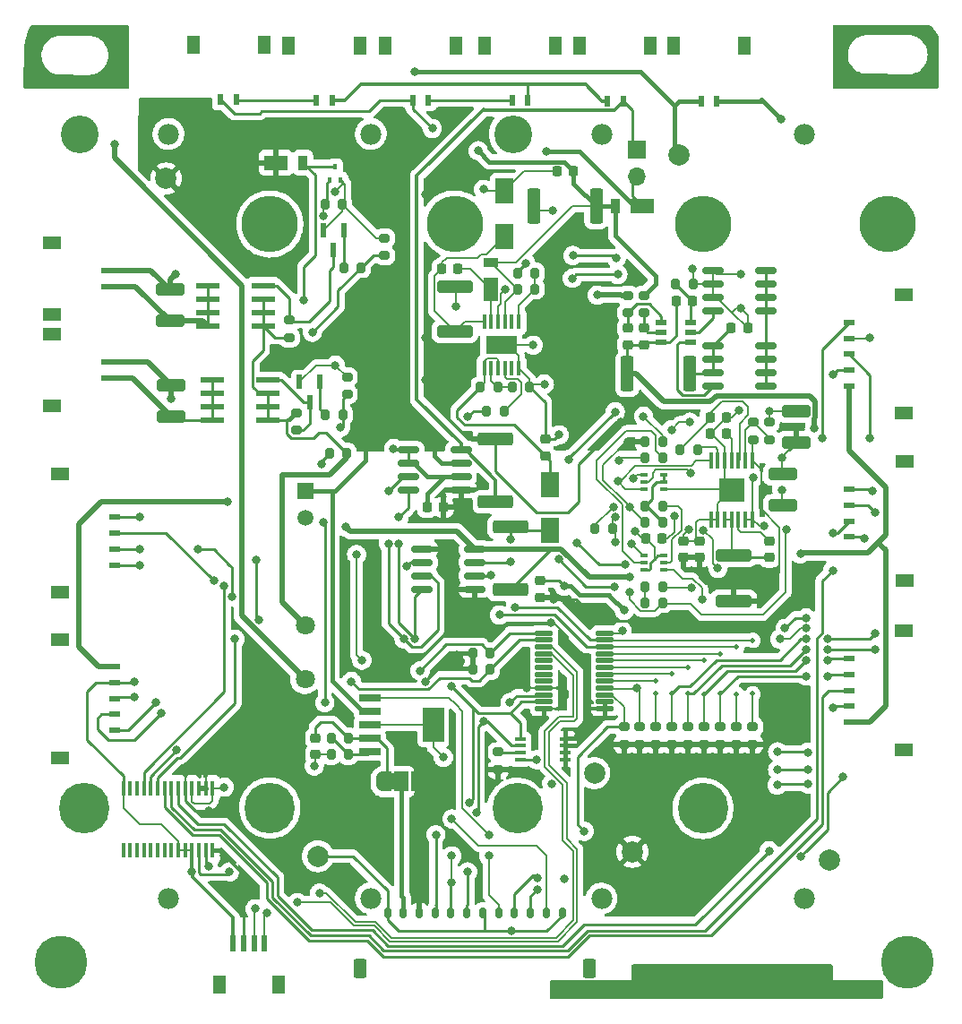
<source format=gbr>
%TF.GenerationSoftware,KiCad,Pcbnew,(6.0.7)*%
%TF.CreationDate,2023-03-29T01:01:16-07:00*%
%TF.ProjectId,battery_board_v1,62617474-6572-4795-9f62-6f6172645f76,rev?*%
%TF.SameCoordinates,Original*%
%TF.FileFunction,Copper,L1,Top*%
%TF.FilePolarity,Positive*%
%FSLAX46Y46*%
G04 Gerber Fmt 4.6, Leading zero omitted, Abs format (unit mm)*
G04 Created by KiCad (PCBNEW (6.0.7)) date 2023-03-29 01:01:16*
%MOMM*%
%LPD*%
G01*
G04 APERTURE LIST*
G04 Aperture macros list*
%AMRoundRect*
0 Rectangle with rounded corners*
0 $1 Rounding radius*
0 $2 $3 $4 $5 $6 $7 $8 $9 X,Y pos of 4 corners*
0 Add a 4 corners polygon primitive as box body*
4,1,4,$2,$3,$4,$5,$6,$7,$8,$9,$2,$3,0*
0 Add four circle primitives for the rounded corners*
1,1,$1+$1,$2,$3*
1,1,$1+$1,$4,$5*
1,1,$1+$1,$6,$7*
1,1,$1+$1,$8,$9*
0 Add four rect primitives between the rounded corners*
20,1,$1+$1,$2,$3,$4,$5,0*
20,1,$1+$1,$4,$5,$6,$7,0*
20,1,$1+$1,$6,$7,$8,$9,0*
20,1,$1+$1,$8,$9,$2,$3,0*%
%AMFreePoly0*
4,1,24,0.750000,-0.950000,0.000000,-0.950000,0.000000,-0.945015,-0.095001,-0.943523,-0.257687,-0.900844,-0.405497,-0.820589,-0.529897,-0.707394,-0.623705,-0.567793,-0.681505,-0.409846,-0.699153,-0.250000,-0.700000,-0.250000,-0.700000,0.250000,-0.699153,0.250000,-0.699962,0.257330,-0.678008,0.424083,-0.616912,0.580786,-0.520201,0.718391,-0.393458,0.828956,-0.244000,0.906097,-0.080456,0.945361,
0.000000,0.944940,0.000000,0.950000,0.750000,0.950000,0.750000,-0.950000,0.750000,-0.950000,$1*%
%AMFreePoly1*
4,1,22,0.000000,0.944940,0.087733,0.944480,0.250858,0.903506,0.399499,0.824804,0.525078,0.712918,0.620343,0.574307,0.679794,0.416973,0.700000,0.250000,0.700000,-0.250000,0.699846,-0.264660,0.676148,-0.431173,0.613415,-0.587228,0.515268,-0.723813,0.387374,-0.833045,0.237117,-0.908617,0.073170,-0.946165,0.000000,-0.945015,0.000000,-0.950000,-0.750000,-0.950000,-0.750000,0.950000,
0.000000,0.950000,0.000000,0.944940,0.000000,0.944940,$1*%
G04 Aperture macros list end*
%TA.AperFunction,ComponentPad*%
%ADD10C,4.770000*%
%TD*%
%TA.AperFunction,ComponentPad*%
%ADD11C,5.325000*%
%TD*%
%TA.AperFunction,ComponentPad*%
%ADD12C,3.570000*%
%TD*%
%TA.AperFunction,ComponentPad*%
%ADD13C,1.980000*%
%TD*%
%TA.AperFunction,SMDPad,CuDef*%
%ADD14RoundRect,0.200000X-0.200000X-0.275000X0.200000X-0.275000X0.200000X0.275000X-0.200000X0.275000X0*%
%TD*%
%TA.AperFunction,SMDPad,CuDef*%
%ADD15RoundRect,0.200000X0.275000X-0.200000X0.275000X0.200000X-0.275000X0.200000X-0.275000X-0.200000X0*%
%TD*%
%TA.AperFunction,SMDPad,CuDef*%
%ADD16RoundRect,0.225000X-0.250000X0.225000X-0.250000X-0.225000X0.250000X-0.225000X0.250000X0.225000X0*%
%TD*%
%TA.AperFunction,SMDPad,CuDef*%
%ADD17RoundRect,0.225000X0.250000X-0.225000X0.250000X0.225000X-0.250000X0.225000X-0.250000X-0.225000X0*%
%TD*%
%TA.AperFunction,SMDPad,CuDef*%
%ADD18RoundRect,0.150000X-0.150000X-0.350000X0.150000X-0.350000X0.150000X0.350000X-0.150000X0.350000X0*%
%TD*%
%TA.AperFunction,SMDPad,CuDef*%
%ADD19RoundRect,0.250000X-0.375000X-0.650000X0.375000X-0.650000X0.375000X0.650000X-0.375000X0.650000X0*%
%TD*%
%TA.AperFunction,SMDPad,CuDef*%
%ADD20R,2.200000X1.400000*%
%TD*%
%TA.AperFunction,SMDPad,CuDef*%
%ADD21R,0.900000X1.400000*%
%TD*%
%TA.AperFunction,SMDPad,CuDef*%
%ADD22RoundRect,0.225000X-0.225000X-0.250000X0.225000X-0.250000X0.225000X0.250000X-0.225000X0.250000X0*%
%TD*%
%TA.AperFunction,SMDPad,CuDef*%
%ADD23RoundRect,0.150000X-0.825000X-0.150000X0.825000X-0.150000X0.825000X0.150000X-0.825000X0.150000X0*%
%TD*%
%TA.AperFunction,SMDPad,CuDef*%
%ADD24R,0.400000X0.510000*%
%TD*%
%TA.AperFunction,SMDPad,CuDef*%
%ADD25R,0.650000X0.400000*%
%TD*%
%TA.AperFunction,SMDPad,CuDef*%
%ADD26R,0.600000X1.550000*%
%TD*%
%TA.AperFunction,SMDPad,CuDef*%
%ADD27R,1.200000X1.800000*%
%TD*%
%TA.AperFunction,SMDPad,CuDef*%
%ADD28R,0.600000X1.000000*%
%TD*%
%TA.AperFunction,SMDPad,CuDef*%
%ADD29R,1.250000X1.800000*%
%TD*%
%TA.AperFunction,SMDPad,CuDef*%
%ADD30R,1.000000X0.600000*%
%TD*%
%TA.AperFunction,SMDPad,CuDef*%
%ADD31R,1.800000X1.250000*%
%TD*%
%TA.AperFunction,SMDPad,CuDef*%
%ADD32RoundRect,0.200000X0.200000X0.275000X-0.200000X0.275000X-0.200000X-0.275000X0.200000X-0.275000X0*%
%TD*%
%TA.AperFunction,ComponentPad*%
%ADD33C,5.000000*%
%TD*%
%TA.AperFunction,ComponentPad*%
%ADD34C,2.000000*%
%TD*%
%TA.AperFunction,SMDPad,CuDef*%
%ADD35R,2.209800X0.609600*%
%TD*%
%TA.AperFunction,SMDPad,CuDef*%
%ADD36RoundRect,0.225000X0.225000X0.250000X-0.225000X0.250000X-0.225000X-0.250000X0.225000X-0.250000X0*%
%TD*%
%TA.AperFunction,SMDPad,CuDef*%
%ADD37RoundRect,0.250000X1.100000X-0.325000X1.100000X0.325000X-1.100000X0.325000X-1.100000X-0.325000X0*%
%TD*%
%TA.AperFunction,SMDPad,CuDef*%
%ADD38R,2.000000X0.650000*%
%TD*%
%TA.AperFunction,SMDPad,CuDef*%
%ADD39R,2.000000X3.200000*%
%TD*%
%TA.AperFunction,SMDPad,CuDef*%
%ADD40RoundRect,0.200000X-0.275000X0.200000X-0.275000X-0.200000X0.275000X-0.200000X0.275000X0.200000X0*%
%TD*%
%TA.AperFunction,SMDPad,CuDef*%
%ADD41R,1.400000X0.900000*%
%TD*%
%TA.AperFunction,SMDPad,CuDef*%
%ADD42R,1.400000X2.200000*%
%TD*%
%TA.AperFunction,SMDPad,CuDef*%
%ADD43R,0.304800X1.600200*%
%TD*%
%TA.AperFunction,SMDPad,CuDef*%
%ADD44R,2.460000X2.310000*%
%TD*%
%TA.AperFunction,ComponentPad*%
%ADD45R,1.700000X1.700000*%
%TD*%
%TA.AperFunction,ComponentPad*%
%ADD46O,1.700000X1.700000*%
%TD*%
%TA.AperFunction,SMDPad,CuDef*%
%ADD47RoundRect,0.020500X0.764500X0.184500X-0.764500X0.184500X-0.764500X-0.184500X0.764500X-0.184500X0*%
%TD*%
%TA.AperFunction,SMDPad,CuDef*%
%ADD48R,0.558800X1.320800*%
%TD*%
%TA.AperFunction,SMDPad,CuDef*%
%ADD49RoundRect,0.250000X-0.362500X-1.425000X0.362500X-1.425000X0.362500X1.425000X-0.362500X1.425000X0*%
%TD*%
%TA.AperFunction,SMDPad,CuDef*%
%ADD50RoundRect,0.250000X-1.425000X0.362500X-1.425000X-0.362500X1.425000X-0.362500X1.425000X0.362500X0*%
%TD*%
%TA.AperFunction,SMDPad,CuDef*%
%ADD51RoundRect,0.250000X-1.450000X0.312500X-1.450000X-0.312500X1.450000X-0.312500X1.450000X0.312500X0*%
%TD*%
%TA.AperFunction,SMDPad,CuDef*%
%ADD52RoundRect,0.250000X1.450000X-0.312500X1.450000X0.312500X-1.450000X0.312500X-1.450000X-0.312500X0*%
%TD*%
%TA.AperFunction,SMDPad,CuDef*%
%ADD53FreePoly0,0.000000*%
%TD*%
%TA.AperFunction,SMDPad,CuDef*%
%ADD54R,1.400000X1.900000*%
%TD*%
%TA.AperFunction,SMDPad,CuDef*%
%ADD55FreePoly1,0.000000*%
%TD*%
%TA.AperFunction,SMDPad,CuDef*%
%ADD56RoundRect,0.250000X0.362500X1.425000X-0.362500X1.425000X-0.362500X-1.425000X0.362500X-1.425000X0*%
%TD*%
%TA.AperFunction,SMDPad,CuDef*%
%ADD57R,0.450000X1.425000*%
%TD*%
%TA.AperFunction,SMDPad,CuDef*%
%ADD58R,2.947000X1.753000*%
%TD*%
%TA.AperFunction,ComponentPad*%
%ADD59R,1.508000X1.508000*%
%TD*%
%TA.AperFunction,ComponentPad*%
%ADD60C,1.508000*%
%TD*%
%TA.AperFunction,ComponentPad*%
%ADD61C,1.800000*%
%TD*%
%TA.AperFunction,SMDPad,CuDef*%
%ADD62RoundRect,0.250000X-1.100000X0.325000X-1.100000X-0.325000X1.100000X-0.325000X1.100000X0.325000X0*%
%TD*%
%TA.AperFunction,SMDPad,CuDef*%
%ADD63R,1.100000X0.400000*%
%TD*%
%TA.AperFunction,SMDPad,CuDef*%
%ADD64R,1.700000X2.350000*%
%TD*%
%TA.AperFunction,SMDPad,CuDef*%
%ADD65R,0.450000X1.475000*%
%TD*%
%TA.AperFunction,ViaPad*%
%ADD66C,0.800000*%
%TD*%
%TA.AperFunction,ViaPad*%
%ADD67C,0.460000*%
%TD*%
%TA.AperFunction,Conductor*%
%ADD68C,0.127000*%
%TD*%
%TA.AperFunction,Conductor*%
%ADD69C,0.250000*%
%TD*%
%TA.AperFunction,Conductor*%
%ADD70C,0.152400*%
%TD*%
%TA.AperFunction,Conductor*%
%ADD71C,0.400000*%
%TD*%
%TA.AperFunction,Conductor*%
%ADD72C,0.200000*%
%TD*%
%TA.AperFunction,Conductor*%
%ADD73C,0.500000*%
%TD*%
%TA.AperFunction,Conductor*%
%ADD74C,0.300000*%
%TD*%
G04 APERTURE END LIST*
%TO.C,JP1*%
G36*
X146150000Y-115237000D02*
G01*
X145650000Y-115237000D01*
X145650000Y-113713000D01*
X146150000Y-113713000D01*
X146150000Y-115237000D01*
G37*
%TD*%
D10*
%TO.P,U7,1,1*%
%TO.N,unconnected-(U7-Pad1)*%
X175240000Y-117000000D03*
%TO.P,U7,2,2*%
%TO.N,unconnected-(U7-Pad2)*%
X157710000Y-117000000D03*
D11*
%TO.P,U7,3,3*%
%TO.N,unconnected-(U7-Pad3)*%
X175240000Y-61800000D03*
%TO.P,U7,4,4*%
%TO.N,unconnected-(U7-Pad4)*%
X192710000Y-61800000D03*
D12*
%TO.P,U7,5,5*%
%TO.N,unconnected-(U7-Pad5)*%
X157290000Y-53290000D03*
D13*
%TO.P,U7,6,6*%
%TO.N,B-*%
X165660000Y-125510000D03*
%TO.P,U7,7,7*%
X184790000Y-125510000D03*
%TO.P,U7,8,8*%
%TO.N,BM*%
X165660000Y-53290000D03*
%TO.P,U7,9,9*%
X184790000Y-53290000D03*
%TD*%
D10*
%TO.P,U8,1,1*%
%TO.N,unconnected-(U8-Pad1)*%
X134298500Y-116975000D03*
%TO.P,U8,2,2*%
%TO.N,unconnected-(U8-Pad2)*%
X116768500Y-116975000D03*
D11*
%TO.P,U8,3,3*%
%TO.N,unconnected-(U8-Pad3)*%
X134298500Y-61775000D03*
%TO.P,U8,4,4*%
%TO.N,unconnected-(U8-Pad4)*%
X151768500Y-61775000D03*
D12*
%TO.P,U8,5,5*%
%TO.N,unconnected-(U8-Pad5)*%
X116348500Y-53265000D03*
D13*
%TO.P,U8,6,6*%
%TO.N,BM*%
X124718500Y-125485000D03*
%TO.P,U8,7,7*%
X143848500Y-125485000D03*
%TO.P,U8,8,8*%
%TO.N,PACK+*%
X124718500Y-53265000D03*
%TO.P,U8,9,9*%
X143848500Y-53265000D03*
%TD*%
D14*
%TO.P,R43,1*%
%TO.N,+3V3*%
X154800000Y-79450000D03*
%TO.P,R43,2*%
%TO.N,CHRG'*%
X156450000Y-79450000D03*
%TD*%
D15*
%TO.P,R14,1,1*%
%TO.N,ENAB_BURN*%
X145148500Y-64752900D03*
%TO.P,R14,2,2*%
%TO.N,GND*%
X145148500Y-63102900D03*
%TD*%
D16*
%TO.P,C1,1,1*%
%TO.N,GND*%
X174902000Y-91735100D03*
%TO.P,C1,2,2*%
%TO.N,+3V3*%
X174902000Y-93285100D03*
%TD*%
D17*
%TO.P,C16,1,1*%
%TO.N,Net-(C16-Pad1)*%
X160325000Y-83675000D03*
%TO.P,C16,2,2*%
%TO.N,GND*%
X160325000Y-82125000D03*
%TD*%
D18*
%TO.P,J6,1,Pin_1*%
%TO.N,GND*%
X145425000Y-126905000D03*
%TO.P,J6,2,Pin_2*%
%TO.N,VCC_RF1*%
X146925000Y-126905000D03*
%TO.P,J6,3,Pin_3*%
%TO.N,+3V3*%
X148425000Y-126905000D03*
%TO.P,J6,4,Pin_4*%
%TO.N,ENAB_BURN*%
X149925000Y-126905000D03*
%TO.P,J6,5,Pin_5*%
%TO.N,SDA_MAIN*%
X151425000Y-126905000D03*
%TO.P,J6,6,Pin_6*%
%TO.N,SCL_MAIN*%
X152925000Y-126905000D03*
%TO.P,J6,7,Pin_7*%
%TO.N,GND*%
X154425000Y-126905000D03*
%TO.P,J6,8,Pin_8*%
%TO.N,ENAB_RF*%
X155925000Y-126905000D03*
%TO.P,J6,9,Pin_9*%
%TO.N,I2C_RESET*%
X157425000Y-126905000D03*
%TO.P,J6,10,Pin_10*%
%TO.N,VBUS_RESET*%
X158925000Y-126905000D03*
%TO.P,J6,11,Pin_11*%
%TO.N,BURN_RELAY_A*%
X160425000Y-126905000D03*
%TO.P,J6,12,Pin_12*%
%TO.N,GND*%
X161925000Y-126905000D03*
D19*
%TO.P,J6,MP*%
%TO.N,N/C*%
X142820000Y-132095000D03*
X164530000Y-132095000D03*
%TD*%
D20*
%TO.P,D5,C,C*%
%TO.N,VBUSP*%
X134884000Y-55977900D03*
D21*
%TO.P,D5,A,A*%
%TO.N,Net-(D5-PadA)*%
X137434000Y-55977900D03*
%TD*%
D14*
%TO.P,R41,1,1*%
%TO.N,Net-(Q8-Pad1)*%
X139563899Y-79791599D03*
%TO.P,R41,2,2*%
%TO.N,ENAB_HEATER*%
X141213899Y-79791599D03*
%TD*%
%TO.P,R28,1*%
%TO.N,+3V3*%
X153475000Y-103874800D03*
%TO.P,R28,2*%
%TO.N,F4_SCL*%
X155125000Y-103874800D03*
%TD*%
D22*
%TO.P,C17,1,1*%
%TO.N,Net-(C17-Pad1)*%
X150548201Y-65986401D03*
%TO.P,C17,2,2*%
%TO.N,Net-(C17-Pad2)*%
X152098201Y-65986401D03*
%TD*%
D23*
%TO.P,Q2,1,S*%
%TO.N,GND*%
X176200000Y-66164000D03*
%TO.P,Q2,2,S*%
X176200000Y-67434000D03*
%TO.P,Q2,3,S*%
X176200000Y-68704000D03*
%TO.P,Q2,4,G*%
%TO.N,Net-(Q2-Pad4)*%
X176200000Y-69974000D03*
%TO.P,Q2,5,D*%
%TO.N,Net-(Q1-Pad5)*%
X181150000Y-69974000D03*
%TO.P,Q2,6,D*%
X181150000Y-68704000D03*
%TO.P,Q2,7,D*%
X181150000Y-67434000D03*
%TO.P,Q2,8,D*%
X181150000Y-66164000D03*
%TD*%
D24*
%TO.P,Q7,3,C*%
%TO.N,Net-(D5-PadA)*%
X140489500Y-56318900D03*
%TO.P,Q7,2,E*%
%TO.N,GND*%
X140989500Y-57608900D03*
%TO.P,Q7,1,B*%
%TO.N,BURN_RELAY_A*%
X139989500Y-57608900D03*
%TD*%
D25*
%TO.P,Q3,1,E1*%
%TO.N,GND*%
X171534000Y-86797100D03*
%TO.P,Q3,2,B1*%
%TO.N,Net-(Q3-Pad2)*%
X171534000Y-86147100D03*
%TO.P,Q3,3,C2*%
X171534000Y-85497100D03*
%TO.P,Q3,4,E2*%
%TO.N,GND*%
X169634000Y-85497100D03*
%TO.P,Q3,5,B2*%
%TO.N,Net-(C12-Pad2)*%
X169634000Y-86147100D03*
%TO.P,Q3,6,C1*%
%TO.N,/3V3_EN*%
X169634000Y-86797100D03*
%TD*%
D26*
%TO.P,J20,1,Pin_1*%
%TO.N,GND*%
X130800000Y-129750000D03*
%TO.P,J20,2,Pin_2*%
%TO.N,+3V3*%
X131800000Y-129750000D03*
%TO.P,J20,3,Pin_3*%
%TO.N,Break_SDA*%
X132800000Y-129750000D03*
%TO.P,J20,4,Pin_4*%
%TO.N,Break_SCL*%
X133800000Y-129750000D03*
D27*
%TO.P,J20,S1*%
%TO.N,N/C*%
X129500000Y-133625000D03*
%TO.P,J20,S2*%
X135100000Y-133625000D03*
%TD*%
D28*
%TO.P,J11,1,Pin_1*%
%TO.N,GND*%
X176550000Y-50140000D03*
%TO.P,J11,2,Pin_2*%
%TO.N,PACK+*%
X175050000Y-50140000D03*
D29*
%TO.P,J11,S1*%
%TO.N,N/C*%
X179155000Y-44950000D03*
%TO.P,J11,S2*%
X172445000Y-44950000D03*
%TD*%
D30*
%TO.P,J4,1,Pin_1*%
%TO.N,VSOLAR*%
X119670000Y-88000000D03*
%TO.P,J4,2,Pin_2*%
%TO.N,GND*%
X119670000Y-89500000D03*
%TO.P,J4,3,Pin_3*%
%TO.N,F3_ENB*%
X119670000Y-91000000D03*
%TO.P,J4,4,Pin_4*%
%TO.N,F3_SCL*%
X119670000Y-92500000D03*
%TO.P,J4,5,Pin_5*%
%TO.N,F3_SDA*%
X119670000Y-94000000D03*
D31*
%TO.P,J4,S1*%
%TO.N,N/C*%
X114480000Y-85395000D03*
%TO.P,J4,S2*%
X114480000Y-96605000D03*
%TD*%
D15*
%TO.P,R25,1*%
%TO.N,+3V3*%
X176908800Y-110928561D03*
%TO.P,R25,2*%
%TO.N,F2_SCL*%
X176908800Y-109278561D03*
%TD*%
D32*
%TO.P,R31,1*%
%TO.N,Net-(R30-Pad2)*%
X141730200Y-111894000D03*
%TO.P,R31,2*%
%TO.N,GND*%
X140080200Y-111894000D03*
%TD*%
D28*
%TO.P,J15,1,Pin_1*%
%TO.N,VBatt1*%
X158700000Y-50090000D03*
%TO.P,J15,2,Pin_2*%
%TO.N,Net-(J14-Pad1)*%
X157200000Y-50090000D03*
D29*
%TO.P,J15,S1*%
%TO.N,N/C*%
X161305000Y-44900000D03*
%TO.P,J15,S2*%
X154595000Y-44900000D03*
%TD*%
D14*
%TO.P,R29,1*%
%TO.N,+3V3*%
X153475000Y-102300000D03*
%TO.P,R29,2*%
%TO.N,F4_SDA*%
X155125000Y-102300000D03*
%TD*%
D15*
%TO.P,R19,1*%
%TO.N,+3V3*%
X175384800Y-110928562D03*
%TO.P,R19,2*%
%TO.N,F2_SDA*%
X175384800Y-109278562D03*
%TD*%
D30*
%TO.P,J19,1,Pin_1*%
%TO.N,GND*%
X118865000Y-74825000D03*
%TO.P,J19,2,Pin_2*%
%TO.N,Heater*%
X118865000Y-76325000D03*
D31*
%TO.P,J19,S1*%
%TO.N,N/C*%
X113675000Y-72220000D03*
%TO.P,J19,S2*%
X113675000Y-78930000D03*
%TD*%
D32*
%TO.P,R34,1,1*%
%TO.N,Net-(IC2-Pad7)*%
X159361801Y-67916800D03*
%TO.P,R34,2,2*%
%TO.N,PACK+*%
X157711801Y-67916800D03*
%TD*%
D14*
%TO.P,R2,1*%
%TO.N,Net-(C7-Pad2)*%
X172643000Y-67434000D03*
%TO.P,R2,2*%
%TO.N,GND*%
X174293000Y-67434000D03*
%TD*%
D33*
%TO.P,,1*%
%TO.N,N/C*%
X194573162Y-131529322D03*
%TD*%
D32*
%TO.P,R9,1,1*%
%TO.N,Net-(R9-Pad1)*%
X174711000Y-83099100D03*
%TO.P,R9,2,2*%
%TO.N,Net-(C11-Pad1)*%
X173061000Y-83099100D03*
%TD*%
D15*
%TO.P,R21,1*%
%TO.N,+3V3*%
X169288800Y-110928562D03*
%TO.P,R21,2*%
%TO.N,F0_SDA*%
X169288800Y-109278562D03*
%TD*%
D22*
%TO.P,C5,1*%
%TO.N,Net-(C5-Pad1)*%
X177900000Y-71625000D03*
%TO.P,C5,2*%
%TO.N,GND*%
X179450000Y-71625000D03*
%TD*%
D34*
%TO.P,TP4,1,1*%
%TO.N,PACK+*%
X173000000Y-55250000D03*
%TD*%
D32*
%TO.P,R33,1,1*%
%TO.N,GND*%
X158875000Y-77175000D03*
%TO.P,R33,2,2*%
%TO.N,Net-(IC2-Pad2)*%
X157225000Y-77175000D03*
%TD*%
D35*
%TO.P,Q6,1,Source*%
%TO.N,Net-(K1-PadNO)*%
X133680200Y-71423000D03*
%TO.P,Q6,2,Source*%
X133680200Y-70153000D03*
%TO.P,Q6,3,Source*%
X133680200Y-68883000D03*
%TO.P,Q6,4,Gate*%
%TO.N,Net-(Q5-Pad3)*%
X133680200Y-67613000D03*
%TO.P,Q6,5,Drain*%
%TO.N,BURN*%
X128447800Y-67613000D03*
%TO.P,Q6,6,Drain*%
X128447800Y-68883000D03*
%TO.P,Q6,7,Drain*%
X128447800Y-70153000D03*
%TO.P,Q6,8,Drain*%
X128447800Y-71423000D03*
%TD*%
D34*
%TO.P,TP3,1,1*%
%TO.N,GND*%
X138850000Y-121525000D03*
%TD*%
D36*
%TO.P,C10,1,1*%
%TO.N,Net-(C10-Pad1)*%
X177455000Y-81575100D03*
%TO.P,C10,2,2*%
%TO.N,GND*%
X175905000Y-81575100D03*
%TD*%
D28*
%TO.P,J16,1,Pin_1*%
%TO.N,VBATT_SENSE*%
X167700000Y-50140000D03*
%TO.P,J16,2,Pin_2*%
%TO.N,VBatt1*%
X166200000Y-50140000D03*
D29*
%TO.P,J16,S1*%
%TO.N,N/C*%
X170305000Y-44950000D03*
%TO.P,J16,S2*%
X163595000Y-44950000D03*
%TD*%
D37*
%TO.P,C3,1,1*%
%TO.N,VBUSP*%
X184050000Y-82425000D03*
%TO.P,C3,2,2*%
%TO.N,GND*%
X184050000Y-79475000D03*
%TD*%
D28*
%TO.P,J13,1,Pin_1*%
%TO.N,VBatt1*%
X140200000Y-50090000D03*
%TO.P,J13,2,Pin_2*%
%TO.N,Net-(J12-Pad1)*%
X138700000Y-50090000D03*
D29*
%TO.P,J13,S1*%
%TO.N,N/C*%
X142805000Y-44900000D03*
%TO.P,J13,S2*%
X136095000Y-44900000D03*
%TD*%
D17*
%TO.P,C15,1*%
%TO.N,GND*%
X138619200Y-111907000D03*
%TO.P,C15,2*%
%TO.N,/V_RF*%
X138619200Y-110357000D03*
%TD*%
D34*
%TO.P,TP5,1,1*%
%TO.N,+3V3*%
X168575000Y-121100000D03*
%TD*%
D23*
%TO.P,Q1,1,S*%
%TO.N,Net-(C5-Pad1)*%
X176200000Y-73276000D03*
%TO.P,Q1,2,S*%
X176200000Y-74546000D03*
%TO.P,Q1,3,S*%
X176200000Y-75816000D03*
%TO.P,Q1,4,G*%
%TO.N,Net-(Q1-Pad4)*%
X176200000Y-77086000D03*
%TO.P,Q1,5,D*%
%TO.N,Net-(Q1-Pad5)*%
X181150000Y-77086000D03*
%TO.P,Q1,6,D*%
X181150000Y-75816000D03*
%TO.P,Q1,7,D*%
X181150000Y-74546000D03*
%TO.P,Q1,8,D*%
X181150000Y-73276000D03*
%TD*%
D14*
%TO.P,R32,1,1*%
%TO.N,Net-(C16-Pad1)*%
X154200000Y-77175000D03*
%TO.P,R32,2,2*%
%TO.N,Net-(IC2-Pad2)*%
X155850000Y-77175000D03*
%TD*%
D28*
%TO.P,J12,1,Pin_1*%
%TO.N,Net-(J12-Pad1)*%
X131150000Y-50040000D03*
%TO.P,J12,2,Pin_2*%
%TO.N,VBatt*%
X129650000Y-50040000D03*
D29*
%TO.P,J12,S1*%
%TO.N,N/C*%
X133755000Y-44850000D03*
%TO.P,J12,S2*%
X127045000Y-44850000D03*
%TD*%
D33*
%TO.P,,1*%
%TO.N,N/C*%
X114573162Y-131529322D03*
%TD*%
D38*
%TO.P,U5,1,~{SHDN}*%
%TO.N,ENAB_RF*%
X143747200Y-106560000D03*
%TO.P,U5,2,IN*%
%TO.N,VBUSP*%
X143747200Y-107830000D03*
%TO.P,U5,3,GND_1*%
%TO.N,GND*%
X143747200Y-109100000D03*
%TO.P,U5,4,OUT*%
%TO.N,/V_RF*%
X143747200Y-110370000D03*
%TO.P,U5,5,SENSE/ADJ*%
%TO.N,Net-(R30-Pad2)*%
X143747200Y-111640000D03*
D39*
%TO.P,U5,6,GND_2*%
%TO.N,GND*%
X149747200Y-109100000D03*
%TD*%
D40*
%TO.P,R7,1,1*%
%TO.N,GND*%
X181506000Y-80496100D03*
%TO.P,R7,2,2*%
%TO.N,Net-(R5-Pad1)*%
X181506000Y-82146100D03*
%TD*%
D17*
%TO.P,C6,1,1*%
%TO.N,Net-(C6-Pad1)*%
X181506000Y-93285100D03*
%TO.P,C6,2,2*%
%TO.N,Net-(C6-Pad2)*%
X181506000Y-91735100D03*
%TD*%
D32*
%TO.P,R30,1*%
%TO.N,/V_RF*%
X141730200Y-110370000D03*
%TO.P,R30,2*%
%TO.N,Net-(R30-Pad2)*%
X140080200Y-110370000D03*
%TD*%
D17*
%TO.P,C8,1*%
%TO.N,B-*%
X168134000Y-73175000D03*
%TO.P,C8,2*%
%TO.N,Net-(C8-Pad2)*%
X168134000Y-71625000D03*
%TD*%
D41*
%TO.P,D2,A,A*%
%TO.N,PACK+*%
X155184001Y-65400000D03*
D42*
%TO.P,D2,C,C*%
%TO.N,Net-(C17-Pad2)*%
X155184001Y-67950000D03*
%TD*%
D43*
%TO.P,U2,1,VO*%
%TO.N,+3V3*%
X179900034Y-84140500D03*
%TO.P,U2,2,VFB*%
%TO.N,Net-(R5-Pad1)*%
X179250021Y-84140500D03*
%TO.P,U2,3,VREG5*%
%TO.N,Net-(C11-Pad1)*%
X178600012Y-84140500D03*
%TO.P,U2,4,SS*%
%TO.N,Net-(C10-Pad1)*%
X177950000Y-84140500D03*
%TO.P,U2,5,GND*%
%TO.N,GND*%
X177299988Y-84140500D03*
%TO.P,U2,6,PG*%
%TO.N,Net-(R9-Pad1)*%
X176649979Y-84140500D03*
%TO.P,U2,7,EN*%
%TO.N,/3V3_EN*%
X175999966Y-84140500D03*
%TO.P,U2,8,PGND1*%
%TO.N,GND*%
X175999966Y-89677700D03*
%TO.P,U2,9,PGND2*%
X176649979Y-89677700D03*
%TO.P,U2,10,SW1*%
%TO.N,Net-(C6-Pad1)*%
X177299988Y-89677700D03*
%TO.P,U2,11,SW2*%
X177950000Y-89677700D03*
%TO.P,U2,12,VBST*%
%TO.N,Net-(C6-Pad2)*%
X178600012Y-89677700D03*
%TO.P,U2,13,VIN*%
%TO.N,VBUSP*%
X179250021Y-89677700D03*
%TO.P,U2,14,VCC*%
X179900034Y-89677700D03*
D44*
%TO.P,U2,15,EPAD*%
%TO.N,GND*%
X177950000Y-86909100D03*
%TD*%
D45*
%TO.P,J18,1,Pin_1*%
%TO.N,VBATT_SENSE*%
X169025000Y-54782400D03*
D46*
%TO.P,J18,2,Pin_2*%
%TO.N,VBatt*%
X169025000Y-57322400D03*
%TD*%
D47*
%TO.P,U4,1,A0*%
%TO.N,+3V3*%
X165961801Y-107577562D03*
%TO.P,U4,2,A1*%
X165961801Y-106927562D03*
%TO.P,U4,3,~{RESET}*%
%TO.N,I2C_RESET*%
X165961801Y-106277562D03*
%TO.P,U4,4,SD0*%
%TO.N,F0_SDA*%
X165961801Y-105627562D03*
%TO.P,U4,5,SC0*%
%TO.N,F0_SCL*%
X165961801Y-104977562D03*
%TO.P,U4,6,SD1*%
%TO.N,F1_SDA*%
X165961801Y-104327562D03*
%TO.P,U4,7,SC1*%
%TO.N,F1_SCL*%
X165961801Y-103677562D03*
%TO.P,U4,8,SD2*%
%TO.N,F2_SDA*%
X165961801Y-103027562D03*
%TO.P,U4,9,SC2*%
%TO.N,F2_SCL*%
X165961801Y-102377562D03*
%TO.P,U4,10,SD3*%
%TO.N,F3_SDA*%
X165961801Y-101727562D03*
%TO.P,U4,11,SC3*%
%TO.N,F3_SCL*%
X165961801Y-101077562D03*
%TO.P,U4,12,GND*%
%TO.N,GND*%
X165961801Y-100427562D03*
%TO.P,U4,13,SD4*%
%TO.N,F4_SDA*%
X160221801Y-100427562D03*
%TO.P,U4,14,SC4*%
%TO.N,F4_SCL*%
X160221801Y-101077562D03*
%TO.P,U4,15,SD5*%
%TO.N,Break_SDA*%
X160221801Y-101727562D03*
%TO.P,U4,16,SC5*%
%TO.N,Break_SCL*%
X160221801Y-102377562D03*
%TO.P,U4,17,SD6*%
%TO.N,unconnected-(U4-Pad17)*%
X160221801Y-103027562D03*
%TO.P,U4,18,SC6*%
%TO.N,unconnected-(U4-Pad18)*%
X160221801Y-103677562D03*
%TO.P,U4,19,SD7*%
%TO.N,unconnected-(U4-Pad19)*%
X160221801Y-104327562D03*
%TO.P,U4,20,SC7*%
%TO.N,unconnected-(U4-Pad20)*%
X160221801Y-104977562D03*
%TO.P,U4,21,A2*%
%TO.N,+3V3*%
X160221801Y-105627562D03*
%TO.P,U4,22,SCL*%
%TO.N,SCL_MAIN*%
X160221801Y-106277562D03*
%TO.P,U4,23,SDA*%
%TO.N,SDA_MAIN*%
X160221801Y-106927562D03*
%TO.P,U4,24,VCC*%
%TO.N,+3V3*%
X160221801Y-107577562D03*
%TD*%
D34*
%TO.P,TP6,1,1*%
%TO.N,VBUSP*%
X124500000Y-57475000D03*
%TD*%
D36*
%TO.P,C18,1,1*%
%TO.N,PACK+*%
X163013801Y-56778400D03*
%TO.P,C18,2,2*%
%TO.N,GND*%
X161463801Y-56778400D03*
%TD*%
D37*
%TO.P,C19,1*%
%TO.N,Heater*%
X124945700Y-79945802D03*
%TO.P,C19,2*%
%TO.N,GND*%
X124945700Y-76995802D03*
%TD*%
D14*
%TO.P,R8,1*%
%TO.N,VBUSP*%
X169759000Y-89957100D03*
%TO.P,R8,2*%
%TO.N,Net-(Q3-Pad2)*%
X171409000Y-89957100D03*
%TD*%
%TO.P,R16,1,1*%
%TO.N,Net-(Q5-Pad1)*%
X141275500Y-65896900D03*
%TO.P,R16,2,2*%
%TO.N,ENAB_BURN*%
X142925500Y-65896900D03*
%TD*%
D30*
%TO.P,U1,1,DOUT*%
%TO.N,Net-(Q1-Pad4)*%
X174106000Y-72956000D03*
%TO.P,U1,2,COUT*%
%TO.N,Net-(Q2-Pad4)*%
X174106000Y-72006000D03*
%TO.P,U1,3,V-*%
%TO.N,Net-(C7-Pad2)*%
X174106000Y-71056000D03*
%TO.P,U1,4,VC*%
%TO.N,Net-(C8-Pad2)*%
X171306000Y-71056000D03*
%TO.P,U1,5,VDD*%
%TO.N,/VDD*%
X171306000Y-72006000D03*
%TO.P,U1,6,VSS*%
%TO.N,B-*%
X171306000Y-72956000D03*
%TD*%
D15*
%TO.P,R40,1,1*%
%TO.N,ENAB_HEATER*%
X141608099Y-77873400D03*
%TO.P,R40,2,2*%
%TO.N,GND*%
X141608099Y-76223400D03*
%TD*%
D32*
%TO.P,R6,1*%
%TO.N,VBUSP*%
X166700190Y-90563911D03*
%TO.P,R6,2*%
%TO.N,/3V3_EN*%
X165050190Y-90563911D03*
%TD*%
D34*
%TO.P,TP2,1,1*%
%TO.N,BM*%
X164973000Y-113665000D03*
%TD*%
D15*
%TO.P,R26,1*%
%TO.N,+3V3*%
X173860800Y-110928562D03*
%TO.P,R26,2*%
%TO.N,F1_SCL*%
X173860800Y-109278562D03*
%TD*%
D40*
%TO.P,R4,1*%
%TO.N,PACK+*%
X169658000Y-68514000D03*
%TO.P,R4,2*%
%TO.N,/VDD*%
X169658000Y-70164000D03*
%TD*%
D48*
%TO.P,Q8,1,G*%
%TO.N,Net-(Q8-Pad1)*%
X139004599Y-76705499D03*
%TO.P,Q8,2,S*%
%TO.N,GND*%
X137099599Y-76705499D03*
%TO.P,Q8,3,D*%
%TO.N,Net-(Q8-Pad3)*%
X138052099Y-78585099D03*
%TD*%
D32*
%TO.P,R10,1*%
%TO.N,Net-(Q4-Pad2)*%
X171409000Y-88433100D03*
%TO.P,R10,2*%
%TO.N,Net-(Q3-Pad2)*%
X169759000Y-88433100D03*
%TD*%
D30*
%TO.P,J17,1,Pin_1*%
%TO.N,GND*%
X118864000Y-66179000D03*
%TO.P,J17,2,Pin_2*%
%TO.N,BURN*%
X118864000Y-67679000D03*
D31*
%TO.P,J17,S1*%
%TO.N,N/C*%
X113674000Y-63574000D03*
%TO.P,J17,S2*%
X113674000Y-70284000D03*
%TD*%
D32*
%TO.P,R15,1*%
%TO.N,Net-(Q4-Pad5)*%
X171409000Y-83861100D03*
%TO.P,R15,2*%
%TO.N,VBUS_RESET*%
X169759000Y-83861100D03*
%TD*%
D49*
%TO.P,R1,1*%
%TO.N,B-*%
X168092500Y-75943000D03*
%TO.P,R1,2*%
%TO.N,Net-(C5-Pad1)*%
X174017500Y-75943000D03*
%TD*%
D50*
%TO.P,R22,1,1*%
%TO.N,VBUSP*%
X155641799Y-82116449D03*
%TO.P,R22,2,2*%
%TO.N,VBATT_SENSE*%
X155641799Y-88041449D03*
%TD*%
D23*
%TO.P,U6,1,A1*%
%TO.N,+3V3*%
X148705800Y-92481400D03*
%TO.P,U6,2,A0*%
%TO.N,GND*%
X148705800Y-93751400D03*
%TO.P,U6,3,SDA*%
%TO.N,SDA_MAIN*%
X148705800Y-95021400D03*
%TO.P,U6,4,SCL*%
%TO.N,SCL_MAIN*%
X148705800Y-96291400D03*
%TO.P,U6,5,VS*%
%TO.N,+3V3*%
X153655800Y-96291400D03*
%TO.P,U6,6,GND*%
%TO.N,GND*%
X153655800Y-95021400D03*
%TO.P,U6,7,IN-*%
%TO.N,VSOLAR_I*%
X153655800Y-93751400D03*
%TO.P,U6,8,IN+*%
%TO.N,VSOLAR*%
X153655800Y-92481400D03*
%TD*%
D30*
%TO.P,J1,1,Pin_1*%
%TO.N,VSOLAR*%
X189030000Y-77075000D03*
%TO.P,J1,2,Pin_2*%
%TO.N,GND*%
X189030000Y-75575000D03*
%TO.P,J1,3,Pin_3*%
%TO.N,F0_ENB*%
X189030000Y-74075000D03*
%TO.P,J1,4,Pin_4*%
%TO.N,F0_SCL*%
X189030000Y-72575000D03*
%TO.P,J1,5,Pin_5*%
%TO.N,F0_SDA*%
X189030000Y-71075000D03*
D31*
%TO.P,J1,S1*%
%TO.N,N/C*%
X194220000Y-79680000D03*
%TO.P,J1,S2*%
X194220000Y-68470000D03*
%TD*%
D22*
%TO.P,C11,1,1*%
%TO.N,Net-(C11-Pad1)*%
X175905000Y-80051100D03*
%TO.P,C11,2,2*%
%TO.N,GND*%
X177455000Y-80051100D03*
%TD*%
D15*
%TO.P,R20,1*%
%TO.N,+3V3*%
X172336800Y-110928562D03*
%TO.P,R20,2*%
%TO.N,F1_SDA*%
X172336800Y-109278562D03*
%TD*%
D51*
%TO.P,L1,1,1*%
%TO.N,Net-(C6-Pad1)*%
X178158800Y-93108800D03*
%TO.P,L1,2,2*%
%TO.N,+3V3*%
X178158800Y-97383800D03*
%TD*%
D15*
%TO.P,R23,1*%
%TO.N,+3V3*%
X179956800Y-110928562D03*
%TO.P,R23,2*%
%TO.N,F3_SCL*%
X179956800Y-109278562D03*
%TD*%
D32*
%TO.P,R11,1*%
%TO.N,VBUSP*%
X171409000Y-97577100D03*
%TO.P,R11,2*%
%TO.N,Net-(R11-Pad2)*%
X169759000Y-97577100D03*
%TD*%
D52*
%TO.P,L2,1,1*%
%TO.N,Net-(C17-Pad1)*%
X151780401Y-71933900D03*
%TO.P,L2,2,2*%
%TO.N,Net-(IC2-Pad10)*%
X151780401Y-67658900D03*
%TD*%
D53*
%TO.P,JP1,1,A*%
%TO.N,/V_RF*%
X145050000Y-114475000D03*
D54*
%TO.P,JP1,2,C*%
%TO.N,VCC_RF1*%
X146750000Y-114475000D03*
D55*
%TO.P,JP1,3,B*%
%TO.N,+3V3*%
X148450000Y-114475000D03*
%TD*%
D30*
%TO.P,J2,1,Pin_1*%
%TO.N,VSOLAR*%
X189080000Y-92850000D03*
%TO.P,J2,2,Pin_2*%
%TO.N,GND*%
X189080000Y-91350000D03*
%TO.P,J2,3,Pin_3*%
%TO.N,F1_ENB*%
X189080000Y-89850000D03*
%TO.P,J2,4,Pin_4*%
%TO.N,F1_SCL*%
X189080000Y-88350000D03*
%TO.P,J2,5,Pin_5*%
%TO.N,F1_SDA*%
X189080000Y-86850000D03*
D31*
%TO.P,J2,S1*%
%TO.N,N/C*%
X194270000Y-95455000D03*
%TO.P,J2,S2*%
X194270000Y-84245000D03*
%TD*%
D50*
%TO.P,R37,1,1*%
%TO.N,VSOLAR_I*%
X157022800Y-90407900D03*
%TO.P,R37,2,2*%
%TO.N,VSOLAR*%
X157022800Y-96332900D03*
%TD*%
D14*
%TO.P,R12,1*%
%TO.N,Net-(R11-Pad2)*%
X169759000Y-96053100D03*
%TO.P,R12,2*%
%TO.N,Net-(C12-Pad2)*%
X171409000Y-96053100D03*
%TD*%
D23*
%TO.P,U3,1,A1*%
%TO.N,GND*%
X147425000Y-83095000D03*
%TO.P,U3,2,A0*%
X147425000Y-84365000D03*
%TO.P,U3,3,SDA*%
%TO.N,SDA_MAIN*%
X147425000Y-85635000D03*
%TO.P,U3,4,SCL*%
%TO.N,SCL_MAIN*%
X147425000Y-86905000D03*
%TO.P,U3,5,VS*%
%TO.N,+3V3*%
X152375000Y-86905000D03*
%TO.P,U3,6,GND*%
%TO.N,GND*%
X152375000Y-85635000D03*
%TO.P,U3,7,IN-*%
%TO.N,VBUSP*%
X152375000Y-84365000D03*
%TO.P,U3,8,IN+*%
%TO.N,VBATT_SENSE*%
X152375000Y-83095000D03*
%TD*%
D17*
%TO.P,C9,1*%
%TO.N,B-*%
X169658000Y-73175000D03*
%TO.P,C9,2*%
%TO.N,/VDD*%
X169658000Y-71625000D03*
%TD*%
D16*
%TO.P,C20,1*%
%TO.N,GND*%
X159816800Y-95491000D03*
%TO.P,C20,2*%
%TO.N,+3V3*%
X159816800Y-97041000D03*
%TD*%
D40*
%TO.P,R3,1*%
%TO.N,BM*%
X168134000Y-68514000D03*
%TO.P,R3,2*%
%TO.N,Net-(C8-Pad2)*%
X168134000Y-70164000D03*
%TD*%
D15*
%TO.P,R18,1*%
%TO.N,+3V3*%
X178432800Y-110928562D03*
%TO.P,R18,2*%
%TO.N,F3_SDA*%
X178432800Y-109278562D03*
%TD*%
D56*
%TO.P,R36,1,1*%
%TO.N,PACK+*%
X165150501Y-60080400D03*
%TO.P,R36,2,2*%
%TO.N,Net-(IC2-Pad10)*%
X159225501Y-60080400D03*
%TD*%
D57*
%TO.P,IC2,1,VIN*%
%TO.N,Net-(C16-Pad1)*%
X154575000Y-75412000D03*
%TO.P,IC2,2,VIN_REG*%
%TO.N,Net-(IC2-Pad2)*%
X155225000Y-75412000D03*
%TO.P,IC2,3,~{SHDN}*%
%TO.N,Net-(C16-Pad1)*%
X155875000Y-75412000D03*
%TO.P,IC2,4,~{CHRG}*%
%TO.N,CHRG'*%
X156525000Y-75412000D03*
%TO.P,IC2,5,~{FAULT}*%
%TO.N,unconnected-(IC2-Pad5)*%
X157175000Y-75412000D03*
%TO.P,IC2,6,TIMER*%
%TO.N,GND*%
X157825000Y-75412000D03*
%TO.P,IC2,7,VFB*%
%TO.N,Net-(IC2-Pad7)*%
X157825000Y-70988000D03*
%TO.P,IC2,8,NTC*%
%TO.N,unconnected-(IC2-Pad8)*%
X157175000Y-70988000D03*
%TO.P,IC2,9,BAT*%
%TO.N,PACK+*%
X156525000Y-70988000D03*
%TO.P,IC2,10,SENSE*%
%TO.N,Net-(IC2-Pad10)*%
X155875000Y-70988000D03*
%TO.P,IC2,11,BOOST*%
%TO.N,Net-(C17-Pad2)*%
X155225000Y-70988000D03*
%TO.P,IC2,12,SW*%
%TO.N,Net-(C17-Pad1)*%
X154575000Y-70988000D03*
D58*
%TO.P,IC2,13,EP*%
%TO.N,GND*%
X156200000Y-73200000D03*
%TD*%
D37*
%TO.P,C13,1*%
%TO.N,BURN*%
X124841000Y-70944000D03*
%TO.P,C13,2*%
%TO.N,GND*%
X124841000Y-67994000D03*
%TD*%
D15*
%TO.P,R42,1,1*%
%TO.N,Net-(Q8-Pad3)*%
X136832899Y-81277001D03*
%TO.P,R42,2,2*%
%TO.N,Net-(K1-PadNO)*%
X136832899Y-79627001D03*
%TD*%
%TO.P,R27,1*%
%TO.N,+3V3*%
X170812800Y-110928561D03*
%TO.P,R27,2*%
%TO.N,F0_SCL*%
X170812800Y-109278561D03*
%TD*%
D21*
%TO.P,D4,A,A*%
%TO.N,PACK+*%
X166986401Y-60080400D03*
D20*
%TO.P,D4,C,C*%
%TO.N,VBatt*%
X169536401Y-60080400D03*
%TD*%
D34*
%TO.P,TP1,1,1*%
%TO.N,B-*%
X187225000Y-121850000D03*
%TD*%
D48*
%TO.P,Q5,1,G*%
%TO.N,Net-(Q5-Pad1)*%
X141275000Y-62353600D03*
%TO.P,Q5,2,S*%
%TO.N,GND*%
X139370000Y-62353600D03*
%TO.P,Q5,3,D*%
%TO.N,Net-(Q5-Pad3)*%
X140322500Y-64233200D03*
%TD*%
D22*
%TO.P,C7,1*%
%TO.N,B-*%
X172693000Y-69085000D03*
%TO.P,C7,2*%
%TO.N,Net-(C7-Pad2)*%
X174243000Y-69085000D03*
%TD*%
D35*
%TO.P,Q9,1,Source*%
%TO.N,Net-(K1-PadNO)*%
X134115099Y-80325000D03*
%TO.P,Q9,2,Source*%
X134115099Y-79055000D03*
%TO.P,Q9,3,Source*%
X134115099Y-77785000D03*
%TO.P,Q9,4,Gate*%
%TO.N,Net-(Q8-Pad3)*%
X134115099Y-76515000D03*
%TO.P,Q9,5,Drain*%
%TO.N,Heater*%
X128882699Y-76515000D03*
%TO.P,Q9,6,Drain*%
X128882699Y-77785000D03*
%TO.P,Q9,7,Drain*%
X128882699Y-79055000D03*
%TO.P,Q9,8,Drain*%
X128882699Y-80325000D03*
%TD*%
D14*
%TO.P,R13,1*%
%TO.N,VBUSP*%
X169759000Y-82337100D03*
%TO.P,R13,2*%
%TO.N,Net-(C12-Pad1)*%
X171409000Y-82337100D03*
%TD*%
D25*
%TO.P,Q4,1,E1*%
%TO.N,GND*%
X171534000Y-94417100D03*
%TO.P,Q4,2,B1*%
%TO.N,Net-(Q4-Pad2)*%
X171534000Y-93767100D03*
%TO.P,Q4,3,C2*%
%TO.N,Net-(C12-Pad1)*%
X171534000Y-93117100D03*
%TO.P,Q4,4,E2*%
%TO.N,GND*%
X169634000Y-93117100D03*
%TO.P,Q4,5,B2*%
%TO.N,Net-(Q4-Pad5)*%
X169634000Y-93767100D03*
%TO.P,Q4,6,C1*%
%TO.N,Net-(C12-Pad1)*%
X169634000Y-94417100D03*
%TD*%
D59*
%TO.P,K1,C1*%
%TO.N,VBUSP*%
X137632500Y-87010000D03*
D60*
%TO.P,K1,C2*%
%TO.N,Net-(D5-PadA)*%
X137632500Y-89550000D03*
D61*
%TO.P,K1,M*%
%TO.N,PACK+*%
X137632500Y-104790000D03*
%TO.P,K1,NO*%
%TO.N,Net-(K1-PadNO)*%
X137632500Y-99710000D03*
%TD*%
D22*
%TO.P,C12,1*%
%TO.N,Net-(C12-Pad1)*%
X169809000Y-91481100D03*
%TO.P,C12,2*%
%TO.N,Net-(C12-Pad2)*%
X171359000Y-91481100D03*
%TD*%
D62*
%TO.P,C4,1,1*%
%TO.N,VBUSP*%
X182776000Y-85434100D03*
%TO.P,C4,2,2*%
%TO.N,GND*%
X182776000Y-88384100D03*
%TD*%
D15*
%TO.P,R38,1*%
%TO.N,+3V3*%
X155900000Y-113325000D03*
%TO.P,R38,2*%
%TO.N,Net-(IC3-Pad3)*%
X155900000Y-111675000D03*
%TD*%
D16*
%TO.P,C2,1,1*%
%TO.N,GND*%
X173378000Y-91735100D03*
%TO.P,C2,2,2*%
%TO.N,+3V3*%
X173378000Y-93285100D03*
%TD*%
D30*
%TO.P,J3,1,Pin_1*%
%TO.N,VSOLAR*%
X189030000Y-108850000D03*
%TO.P,J3,2,Pin_2*%
%TO.N,GND*%
X189030000Y-107350000D03*
%TO.P,J3,3,Pin_3*%
%TO.N,F2_ENB*%
X189030000Y-105850000D03*
%TO.P,J3,4,Pin_4*%
%TO.N,F2_SCL*%
X189030000Y-104350000D03*
%TO.P,J3,5,Pin_5*%
%TO.N,F2_SDA*%
X189030000Y-102850000D03*
D31*
%TO.P,J3,S1*%
%TO.N,N/C*%
X194220000Y-111455000D03*
%TO.P,J3,S2*%
X194220000Y-100245000D03*
%TD*%
D40*
%TO.P,R5,1,1*%
%TO.N,Net-(R5-Pad1)*%
X179982000Y-80496100D03*
%TO.P,R5,2,2*%
%TO.N,+3V3*%
X179982000Y-82146100D03*
%TD*%
%TO.P,R17,1,1*%
%TO.N,Net-(Q5-Pad3)*%
X136144000Y-70867000D03*
%TO.P,R17,2,2*%
%TO.N,Net-(K1-PadNO)*%
X136144000Y-72517000D03*
%TD*%
D30*
%TO.P,J5,1,Pin_1*%
%TO.N,VSOLAR*%
X119645000Y-103625000D03*
%TO.P,J5,2,Pin_2*%
%TO.N,GND*%
X119645000Y-105125000D03*
%TO.P,J5,3,Pin_3*%
%TO.N,F4_ENB*%
X119645000Y-106625000D03*
%TO.P,J5,4,Pin_4*%
%TO.N,F4_SCL*%
X119645000Y-108125000D03*
%TO.P,J5,5,Pin_5*%
%TO.N,F4_SDA*%
X119645000Y-109625000D03*
D31*
%TO.P,J5,S1*%
%TO.N,N/C*%
X114455000Y-101020000D03*
%TO.P,J5,S2*%
X114455000Y-112230000D03*
%TD*%
D14*
%TO.P,R39,2,2*%
%TO.N,GND*%
X141172900Y-59929700D03*
%TO.P,R39,1,1*%
%TO.N,BURN_RELAY_A*%
X139522900Y-59929700D03*
%TD*%
D15*
%TO.P,R24,1*%
%TO.N,+3V3*%
X167771801Y-110927562D03*
%TO.P,R24,2*%
%TO.N,I2C_RESET*%
X167771801Y-109277562D03*
%TD*%
D63*
%TO.P,IC3,1,SDA*%
%TO.N,SDA_MAIN*%
X157950000Y-110425000D03*
%TO.P,IC3,2,SCL*%
%TO.N,SCL_MAIN*%
X157950000Y-111075000D03*
%TO.P,IC3,3,OS*%
%TO.N,Net-(IC3-Pad3)*%
X157950000Y-111725000D03*
%TO.P,IC3,4,GND*%
%TO.N,GND*%
X157950000Y-112375000D03*
%TO.P,IC3,5,A2*%
%TO.N,+3V3*%
X162250000Y-112375000D03*
%TO.P,IC3,6,A1*%
X162250000Y-111725000D03*
%TO.P,IC3,7,A0*%
X162250000Y-111075000D03*
%TO.P,IC3,8,VCC*%
X162250000Y-110425000D03*
%TD*%
D64*
%TO.P,D3,1,K*%
%TO.N,Net-(C17-Pad1)*%
X156498401Y-62941600D03*
%TO.P,D3,2,A*%
%TO.N,GND*%
X156498401Y-58641600D03*
%TD*%
D22*
%TO.P,C14,1*%
%TO.N,GND*%
X149175000Y-88550000D03*
%TO.P,C14,2*%
%TO.N,+3V3*%
X150725000Y-88550000D03*
%TD*%
D28*
%TO.P,J14,1,Pin_1*%
%TO.N,Net-(J14-Pad1)*%
X149300000Y-50090000D03*
%TO.P,J14,2,Pin_2*%
%TO.N,VBatt*%
X147800000Y-50090000D03*
D29*
%TO.P,J14,S1*%
%TO.N,N/C*%
X151905000Y-44900000D03*
%TO.P,J14,S2*%
X145195000Y-44900000D03*
%TD*%
D65*
%TO.P,IC1,1,A0*%
%TO.N,GND*%
X128900000Y-115112000D03*
%TO.P,IC1,2,A1*%
%TO.N,+3V3*%
X128250000Y-115112000D03*
%TO.P,IC1,3,A2*%
X127600000Y-115112000D03*
%TO.P,IC1,4,A3*%
%TO.N,GND*%
X126950000Y-115112000D03*
%TO.P,IC1,5,A4*%
%TO.N,+3V3*%
X126300000Y-115112000D03*
%TO.P,IC1,6,LED0*%
%TO.N,F0_ENB*%
X125650000Y-115112000D03*
%TO.P,IC1,7,LED1*%
%TO.N,F1_ENB*%
X125000000Y-115112000D03*
%TO.P,IC1,8,LED2*%
%TO.N,F2_ENB*%
X124350000Y-115112000D03*
%TO.P,IC1,9,LED3*%
%TO.N,F3_ENB*%
X123700000Y-115112000D03*
%TO.P,IC1,10,LED4*%
%TO.N,F4_ENB*%
X123050000Y-115112000D03*
%TO.P,IC1,11,LED5*%
%TO.N,ENAB_HEATER*%
X122400000Y-115112000D03*
%TO.P,IC1,12,LED6*%
%TO.N,unconnected-(IC1-Pad12)*%
X121750000Y-115112000D03*
%TO.P,IC1,13,LED7*%
%TO.N,unconnected-(IC1-Pad13)*%
X121100000Y-115112000D03*
%TO.P,IC1,14,VSS*%
%TO.N,GND*%
X120450000Y-115112000D03*
%TO.P,IC1,15,LED8*%
%TO.N,unconnected-(IC1-Pad15)*%
X120450000Y-120988000D03*
%TO.P,IC1,16,LED9*%
%TO.N,unconnected-(IC1-Pad16)*%
X121100000Y-120988000D03*
%TO.P,IC1,17,LED10*%
%TO.N,unconnected-(IC1-Pad17)*%
X121750000Y-120988000D03*
%TO.P,IC1,18,LED11*%
%TO.N,unconnected-(IC1-Pad18)*%
X122400000Y-120988000D03*
%TO.P,IC1,19,LED12*%
%TO.N,unconnected-(IC1-Pad19)*%
X123050000Y-120988000D03*
%TO.P,IC1,20,LED13*%
%TO.N,unconnected-(IC1-Pad20)*%
X123700000Y-120988000D03*
%TO.P,IC1,21,LED14*%
%TO.N,unconnected-(IC1-Pad21)*%
X124350000Y-120988000D03*
%TO.P,IC1,22,LED15*%
%TO.N,unconnected-(IC1-Pad22)*%
X125000000Y-120988000D03*
%TO.P,IC1,23,~{OE}*%
%TO.N,GND*%
X125650000Y-120988000D03*
%TO.P,IC1,24,A5*%
X126300000Y-120988000D03*
%TO.P,IC1,25,EXTCLK*%
X126950000Y-120988000D03*
%TO.P,IC1,26,SCL*%
%TO.N,SCL_MAIN*%
X127600000Y-120988000D03*
%TO.P,IC1,27,SDA*%
%TO.N,SDA_MAIN*%
X128250000Y-120988000D03*
%TO.P,IC1,28,VDD*%
%TO.N,+3V3*%
X128900000Y-120988000D03*
%TD*%
D64*
%TO.P,D1,1,K*%
%TO.N,Net-(C16-Pad1)*%
X160800000Y-86450000D03*
%TO.P,D1,2,A*%
%TO.N,VSOLAR_I*%
X160800000Y-90750000D03*
%TD*%
D14*
%TO.P,R44,1,1*%
%TO.N,GND*%
X139925000Y-83450000D03*
%TO.P,R44,2,2*%
%TO.N,Net-(K1-PadNO)*%
X141575000Y-83450000D03*
%TD*%
%TO.P,R35,1,1*%
%TO.N,GND*%
X157711801Y-66392800D03*
%TO.P,R35,2,2*%
%TO.N,Net-(IC2-Pad7)*%
X159361801Y-66392800D03*
%TD*%
D66*
%TO.N,+3V3*%
X128500000Y-117250000D03*
%TO.N,GND*%
X178825000Y-66475000D03*
%TO.N,Net-(IC2-Pad10)*%
X161000000Y-60500000D03*
%TO.N,GND*%
X130000000Y-115000000D03*
%TO.N,+3V3*%
X151400000Y-114500000D03*
X157100000Y-113425000D03*
%TO.N,VSOLAR_I*%
X157073600Y-93675200D03*
X157073600Y-91541600D03*
%TO.N,+3V3*%
X181450000Y-106050000D03*
X184000000Y-97500000D03*
X150500000Y-92500000D03*
X178158800Y-97346300D03*
X181150000Y-101900000D03*
X149000000Y-105000000D03*
X153000000Y-80000000D03*
X130000000Y-121500000D03*
X145000000Y-120500000D03*
X152000000Y-102500000D03*
X159900000Y-108700000D03*
X163500000Y-110100000D03*
X152500000Y-88500000D03*
X158620800Y-105633162D03*
X147000000Y-110500000D03*
X160832800Y-99449500D03*
X161086800Y-97275500D03*
X152000000Y-100500000D03*
X148000000Y-120500000D03*
%TO.N,VBUSP*%
X168300000Y-96550000D03*
X166974600Y-89500000D03*
X169000000Y-78600000D03*
X181047820Y-90330940D03*
X149000000Y-59000000D03*
X146500000Y-62000000D03*
X168329624Y-88500000D03*
X183950000Y-81000000D03*
X166962000Y-91825000D03*
X183146900Y-90675000D03*
X149000000Y-76500000D03*
X182674400Y-83861100D03*
X179982000Y-85740700D03*
X146500000Y-72500000D03*
X168162900Y-82337100D03*
X149000000Y-72500000D03*
X147000000Y-77000000D03*
X167500000Y-80500000D03*
%TO.N,B-*%
X185775500Y-81050000D03*
%TO.N,Net-(C12-Pad1)*%
X169625000Y-79950000D03*
X168825000Y-90825000D03*
%TO.N,Net-(C12-Pad2)*%
X172525000Y-89350100D03*
X174089200Y-85298800D03*
X176650000Y-94325000D03*
X174190800Y-96154700D03*
X175289643Y-90697170D03*
%TO.N,GND*%
X159500000Y-112400000D03*
X125350000Y-66525000D03*
X162950000Y-64750000D03*
X173888000Y-90642564D03*
X182300000Y-111650000D03*
X172281188Y-81218812D03*
X122000000Y-89500000D03*
X155194000Y-94945200D03*
X163350000Y-91900000D03*
X181556800Y-79492300D03*
X187500000Y-76000000D03*
X174000000Y-80500000D03*
X147224500Y-94132400D03*
X126875500Y-123000000D03*
X158500000Y-65500000D03*
X182700000Y-86900000D03*
X190500000Y-91500000D03*
X157150000Y-128552502D03*
X168653600Y-85842300D03*
X161650000Y-81700000D03*
X160950000Y-114650000D03*
X154500000Y-58500000D03*
X138500000Y-113000000D03*
X150709600Y-112173400D03*
X146000000Y-83000000D03*
X167800000Y-98300000D03*
X159197201Y-73223200D03*
X167200000Y-66550000D03*
X174250000Y-66000000D03*
X187500000Y-107500000D03*
X185150000Y-111700000D03*
X177950000Y-86909100D03*
X185150000Y-113350000D03*
X140502699Y-75118000D03*
X182250000Y-114800000D03*
X140449500Y-58710500D03*
X178650000Y-79400000D03*
X167900000Y-93950000D03*
X168450400Y-91989100D03*
X182300000Y-113350000D03*
X175156000Y-97272300D03*
X167050000Y-65000000D03*
X162100000Y-96000000D03*
X182626000Y-51866800D03*
X162900000Y-66900000D03*
X178800000Y-69750000D03*
X139175700Y-84488516D03*
X160250000Y-76900000D03*
X162125000Y-123700000D03*
X185150000Y-114700000D03*
X167612400Y-100248362D03*
X121500000Y-105000000D03*
X124996499Y-78267600D03*
%TO.N,VBatt*%
X160425000Y-54900000D03*
X149650000Y-52750000D03*
%TO.N,F0_ENB*%
X188500000Y-114000000D03*
X184512299Y-121512299D03*
X181500000Y-121000000D03*
X191000000Y-82000000D03*
%TO.N,F1_ENB*%
X187500000Y-94500000D03*
X187500000Y-91000000D03*
%TO.N,F3_ENB*%
X129000000Y-95500000D03*
X131000000Y-101000000D03*
%TO.N,F4_ENB*%
X121500000Y-106500000D03*
X125512299Y-111512299D03*
%TO.N,SCL_MAIN*%
X157000000Y-107000000D03*
X130500000Y-123000000D03*
X153000000Y-123000000D03*
X148012299Y-100987701D03*
X154500000Y-108800000D03*
X153852793Y-117397207D03*
X146500000Y-89500000D03*
X146500000Y-92000000D03*
%TO.N,SDA_MAIN*%
X128500000Y-122500000D03*
X153163300Y-116450000D03*
X151500000Y-124000000D03*
X147000000Y-101000000D03*
X145500000Y-87000000D03*
X151500000Y-121500000D03*
X145500000Y-92000000D03*
X151500000Y-105500000D03*
%TO.N,Net-(IC2-Pad10)*%
X156555601Y-67940000D03*
X151882001Y-69565600D03*
%TO.N,BURN_RELAY_A*%
X151500000Y-118000000D03*
X142500000Y-93000000D03*
X139382700Y-61047300D03*
X143000000Y-103000000D03*
%TO.N,Net-(D5-PadA)*%
X137500000Y-69000000D03*
%TO.N,ENAB_HEATER*%
X141000000Y-81000000D03*
X130000000Y-96000000D03*
%TO.N,/3V3_EN*%
X167179469Y-86046431D03*
X166789656Y-88517757D03*
%TO.N,BM*%
X165250000Y-68500000D03*
%TO.N,PACK+*%
X119600000Y-54250000D03*
X154000000Y-54850000D03*
X148000000Y-47375000D03*
%TO.N,ENAB_BURN*%
X150000000Y-119500000D03*
X139385500Y-90000000D03*
X138324300Y-72000000D03*
X139500000Y-107000000D03*
%TO.N,VBUS_RESET*%
X167327100Y-84165900D03*
X166847207Y-96052793D03*
X159575000Y-124650000D03*
X162600000Y-84000000D03*
X166950998Y-79515445D03*
X161609362Y-93468738D03*
D67*
%TO.N,F3_SDA*%
X178432800Y-101772362D03*
D66*
X133000000Y-93500000D03*
X156000000Y-98724500D03*
D67*
X178432800Y-106191962D03*
D66*
X122000000Y-94000000D03*
X133271938Y-99228062D03*
D67*
%TO.N,F2_SDA*%
X175384800Y-106191962D03*
D66*
X185000000Y-103000000D03*
D67*
X175384800Y-103042362D03*
D66*
X187000000Y-103000000D03*
%TO.N,F1_SDA*%
X191224500Y-87000000D03*
X185000000Y-101000497D03*
D67*
X172336800Y-104312362D03*
D66*
X187000000Y-101000000D03*
X191500000Y-100500000D03*
D67*
X172336800Y-106157062D03*
D66*
%TO.N,F0_SDA*%
X169000000Y-105672262D03*
X185000000Y-99000000D03*
X186500000Y-82000000D03*
X183000000Y-100000000D03*
D67*
%TO.N,F3_SCL*%
X179956800Y-106157062D03*
D66*
X157500000Y-98000000D03*
D67*
X179956800Y-101111963D03*
D66*
X127500000Y-92500000D03*
X130724500Y-97000000D03*
X122000000Y-92500000D03*
D67*
%TO.N,F2_SCL*%
X176908800Y-106157063D03*
X176908800Y-102381962D03*
D66*
X185000000Y-104500000D03*
X187000000Y-104500000D03*
%TO.N,F1_SCL*%
X191500000Y-89000000D03*
X191500000Y-102000000D03*
X187000000Y-102000000D03*
X185000000Y-102000000D03*
D67*
X173860800Y-106157062D03*
X173860800Y-103651962D03*
%TO.N,F0_SCL*%
X170812800Y-104972762D03*
D66*
X191000000Y-72500000D03*
X182500000Y-101000000D03*
D67*
X170812801Y-106157062D03*
D66*
X185000000Y-100000000D03*
%TO.N,F4_SCL*%
X124000000Y-108000000D03*
X142000000Y-105000000D03*
%TO.N,F4_SDA*%
X148500000Y-104000000D03*
X123500000Y-107000000D03*
%TO.N,I2C_RESET*%
X159587701Y-123612701D03*
X164037701Y-119162701D03*
%TO.N,ENAB_RF*%
X155000000Y-119500000D03*
X155000000Y-121500000D03*
%TO.N,VSOLAR*%
X141500000Y-90425000D03*
X168275000Y-95125000D03*
X130275000Y-88050000D03*
X184450000Y-92950000D03*
%TO.N,Break_SDA*%
X132900000Y-126500000D03*
X136900000Y-125900000D03*
%TO.N,Break_SCL*%
X139000000Y-125000000D03*
X134000000Y-126884500D03*
%TD*%
D68*
%TO.N,Net-(C17-Pad1)*%
X154220501Y-64686500D02*
X153932001Y-64975000D01*
X153932001Y-64975000D02*
X151025000Y-64975000D01*
X150548201Y-65451799D02*
X150548201Y-65986401D01*
X154753501Y-64686500D02*
X154220501Y-64686500D01*
X151025000Y-64975000D02*
X150548201Y-65451799D01*
X156498401Y-62941600D02*
X154753501Y-64686500D01*
D69*
%TO.N,SCL_MAIN*%
X154000000Y-109300000D02*
X154500000Y-108800000D01*
X154000000Y-117250000D02*
X154000000Y-109300000D01*
X153852793Y-117397207D02*
X154000000Y-117250000D01*
%TO.N,SDA_MAIN*%
X153500000Y-107500000D02*
X153500000Y-116113300D01*
X153500000Y-116113300D02*
X153163300Y-116450000D01*
D70*
%TO.N,Break_SDA*%
X140025000Y-125900000D02*
X136900000Y-125900000D01*
X142223800Y-128098800D02*
X140025000Y-125900000D01*
X144166182Y-128098800D02*
X142223800Y-128098800D01*
X163352400Y-127747601D02*
X161519398Y-129580602D01*
X163352400Y-120854032D02*
X163352400Y-127747601D01*
X162351920Y-119853552D02*
X163352400Y-120854032D01*
X162351920Y-114598629D02*
X162351920Y-119853552D01*
X160700000Y-112946709D02*
X162351920Y-114598629D01*
X161519398Y-129580602D02*
X145647984Y-129580602D01*
X163071268Y-108800000D02*
X161697690Y-108800000D01*
X160700000Y-109797690D02*
X160700000Y-112946709D01*
X145647984Y-129580602D02*
X144166182Y-128098800D01*
X163351920Y-108519348D02*
X163071268Y-108800000D01*
X163351920Y-104139763D02*
X163351920Y-108519348D01*
X160939719Y-101727562D02*
X163351920Y-104139763D01*
X160221801Y-101727562D02*
X160939719Y-101727562D01*
X161697690Y-108800000D02*
X160700000Y-109797690D01*
%TO.N,Break_SCL*%
X139625000Y-125000000D02*
X139000000Y-125000000D01*
X144312150Y-127746400D02*
X142371400Y-127746400D01*
X145793952Y-129228202D02*
X144312150Y-127746400D01*
X161373430Y-129228202D02*
X145793952Y-129228202D01*
X163000000Y-127601632D02*
X161373430Y-129228202D01*
X163000000Y-121000000D02*
X163000000Y-127601632D01*
X142371400Y-127746400D02*
X139625000Y-125000000D01*
X162000000Y-120000000D02*
X163000000Y-121000000D01*
X162000000Y-114744399D02*
X162000000Y-120000000D01*
X160300000Y-113044399D02*
X162000000Y-114744399D01*
X160300000Y-109700000D02*
X160300000Y-113044399D01*
X161626422Y-108373578D02*
X160300000Y-109700000D01*
X163000000Y-104437843D02*
X163000000Y-108373578D01*
X163000000Y-108373578D02*
X161626422Y-108373578D01*
X160939719Y-102377562D02*
X163000000Y-104437843D01*
X160221801Y-102377562D02*
X160939719Y-102377562D01*
D69*
%TO.N,+3V3*%
X126300000Y-116284022D02*
X126300000Y-115112000D01*
X128500000Y-117250000D02*
X127265978Y-117250000D01*
X127265978Y-117250000D02*
X126300000Y-116284022D01*
%TO.N,ENAB_BURN*%
X140741500Y-69582800D02*
X138324300Y-72000000D01*
X140741500Y-68080900D02*
X140741500Y-69582800D01*
X142925500Y-65896900D02*
X140741500Y-68080900D01*
%TO.N,Net-(Q5-Pad3)*%
X139950000Y-66200000D02*
X140322500Y-65827500D01*
X139950000Y-69050000D02*
X139950000Y-66200000D01*
X138000000Y-71000000D02*
X139950000Y-69050000D01*
X136144000Y-70867000D02*
X136277000Y-71000000D01*
X136277000Y-71000000D02*
X138000000Y-71000000D01*
X140322500Y-65827500D02*
X140322500Y-64233200D01*
%TO.N,Net-(D5-PadA)*%
X138609000Y-57152900D02*
X137434000Y-55977900D01*
X137500000Y-65850000D02*
X138609000Y-64741000D01*
X137500000Y-69000000D02*
X137500000Y-65850000D01*
X138609000Y-64741000D02*
X138609000Y-57152900D01*
%TO.N,GND*%
X145425000Y-124800000D02*
X142150000Y-121525000D01*
X145425000Y-127525000D02*
X145425000Y-124800000D01*
X142150000Y-121525000D02*
X138850000Y-121525000D01*
X146475000Y-128575000D02*
X145425000Y-127525000D01*
X154625000Y-128575000D02*
X146475000Y-128575000D01*
%TO.N,I2C_RESET*%
X166222438Y-109277562D02*
X167771801Y-109277562D01*
X163375000Y-112125000D02*
X166222438Y-109277562D01*
X164037701Y-119162701D02*
X163375000Y-118500000D01*
X163375000Y-118500000D02*
X163375000Y-112125000D01*
D71*
%TO.N,VCC_RF1*%
X146925000Y-125425000D02*
X146925000Y-126905000D01*
X146750000Y-125250000D02*
X146925000Y-125425000D01*
X146750000Y-114475000D02*
X146750000Y-125250000D01*
D69*
%TO.N,ENAB_BURN*%
X150000000Y-126080000D02*
X150000000Y-126830000D01*
X150000000Y-126830000D02*
X149925000Y-126905000D01*
%TO.N,SDA_MAIN*%
X151425000Y-124075000D02*
X151425000Y-126905000D01*
X151500000Y-124000000D02*
X151425000Y-124075000D01*
%TO.N,SCL_MAIN*%
X152925000Y-126155000D02*
X152925000Y-126905000D01*
X153000000Y-126080000D02*
X152925000Y-126155000D01*
D70*
%TO.N,ENAB_RF*%
X155925000Y-126155000D02*
X155925000Y-126905000D01*
D69*
%TO.N,I2C_RESET*%
X159211994Y-123287299D02*
X157425000Y-125074293D01*
X159262299Y-123287299D02*
X159211994Y-123287299D01*
X159587701Y-123612701D02*
X159262299Y-123287299D01*
X157425000Y-125074293D02*
X157425000Y-126905000D01*
%TO.N,VBUS_RESET*%
X158925000Y-125300000D02*
X158925000Y-126905000D01*
X159575000Y-124650000D02*
X158925000Y-125300000D01*
D70*
%TO.N,BURN_RELAY_A*%
X160425000Y-121425000D02*
X160425000Y-126905000D01*
X159500000Y-120500000D02*
X160425000Y-121425000D01*
X151500000Y-118000000D02*
X154000000Y-120500000D01*
X154000000Y-120500000D02*
X159500000Y-120500000D01*
D69*
%TO.N,GND*%
X160472498Y-128552502D02*
X161925000Y-127100000D01*
X157150000Y-128552502D02*
X160472498Y-128552502D01*
X154625000Y-127105000D02*
X154425000Y-126905000D01*
X154625000Y-128575000D02*
X154625000Y-127105000D01*
X156022498Y-128575000D02*
X154625000Y-128575000D01*
X156044996Y-128552502D02*
X156022498Y-128575000D01*
X157150000Y-128552502D02*
X156044996Y-128552502D01*
D72*
X176511000Y-66475000D02*
X178825000Y-66475000D01*
X176200000Y-66164000D02*
X176511000Y-66475000D01*
D73*
%TO.N,BURN*%
X121576000Y-67679000D02*
X118864000Y-67679000D01*
X124841000Y-70944000D02*
X121576000Y-67679000D01*
%TO.N,GND*%
X123026000Y-66179000D02*
X118864000Y-66179000D01*
X124841000Y-67994000D02*
X123026000Y-66179000D01*
X122774898Y-74825000D02*
X118865000Y-74825000D01*
X124945700Y-76995802D02*
X122774898Y-74825000D01*
%TO.N,Heater*%
X121324898Y-76325000D02*
X124945700Y-79945802D01*
X118865000Y-76325000D02*
X121324898Y-76325000D01*
D69*
%TO.N,Net-(D5-PadA)*%
X140489500Y-56318900D02*
X137775000Y-56318900D01*
X137775000Y-56318900D02*
X137434000Y-55977900D01*
D68*
%TO.N,Net-(IC2-Pad10)*%
X161000000Y-60500000D02*
X159645101Y-60500000D01*
X159645101Y-60500000D02*
X159225501Y-60080400D01*
%TO.N,PACK+*%
X157600000Y-65400000D02*
X162919600Y-60080400D01*
%TO.N,GND*%
X129888000Y-115112000D02*
X130000000Y-115000000D01*
X128900000Y-115112000D02*
X129888000Y-115112000D01*
D69*
%TO.N,/V_RF*%
X145050000Y-114475000D02*
X145378400Y-114146600D01*
X145378400Y-114146600D02*
X145378400Y-111364400D01*
%TO.N,+3V3*%
X148450000Y-114475000D02*
X148450000Y-111950000D01*
X148450000Y-114475000D02*
X151375000Y-114475000D01*
X151375000Y-114475000D02*
X151400000Y-114500000D01*
%TO.N,ENAB_BURN*%
X150000000Y-119500000D02*
X150000000Y-126080000D01*
X150000000Y-126080000D02*
X149925000Y-126155000D01*
D70*
%TO.N,ENAB_RF*%
X143747200Y-106560000D02*
X151243000Y-106560000D01*
X152487600Y-116987600D02*
X155000000Y-119500000D01*
X151243000Y-106560000D02*
X151878000Y-107195000D01*
X151878000Y-107195000D02*
X152487600Y-107804600D01*
X152487600Y-107804600D02*
X152487600Y-111157400D01*
X152487600Y-111157400D02*
X152487600Y-116987600D01*
D69*
%TO.N,/V_RF*%
X145375600Y-111323400D02*
X144422200Y-110370000D01*
X144422200Y-110370000D02*
X143747200Y-110370000D01*
%TO.N,+3V3*%
X148450000Y-111950000D02*
X147000000Y-110500000D01*
%TO.N,VSOLAR_I*%
X157073600Y-90458700D02*
X157022800Y-90407900D01*
X156997400Y-93751400D02*
X157073600Y-93675200D01*
X153655800Y-93751400D02*
X156997400Y-93751400D01*
X160800000Y-90750000D02*
X157364900Y-90750000D01*
X157364900Y-90750000D02*
X157022800Y-90407900D01*
X157022800Y-90407900D02*
X157414900Y-90800000D01*
X157073600Y-91541600D02*
X157073600Y-90458700D01*
D68*
%TO.N,+3V3*%
X173378000Y-93285100D02*
X174902000Y-93285100D01*
X158626400Y-105627562D02*
X158620800Y-105633162D01*
D70*
X182471200Y-94732300D02*
X181360400Y-95843100D01*
X180744000Y-88737900D02*
X182471200Y-90465100D01*
X180744000Y-84984466D02*
X180744000Y-88737900D01*
D69*
X153475000Y-102300000D02*
X152200000Y-102300000D01*
D68*
X160221801Y-105627562D02*
X158626400Y-105627562D01*
D69*
X129488000Y-120988000D02*
X130000000Y-121500000D01*
D68*
X162500000Y-106500000D02*
X161422438Y-107577562D01*
X162127562Y-105627562D02*
X162500000Y-106000000D01*
D70*
X126605400Y-113782800D02*
X128180200Y-113782800D01*
X179982000Y-82146100D02*
X179900034Y-82228066D01*
X126300000Y-115112000D02*
X126300000Y-114088200D01*
D69*
X149000000Y-105000000D02*
X150125200Y-103874800D01*
D70*
X182471200Y-90465100D02*
X182471200Y-94732300D01*
X181360400Y-95843100D02*
X178204000Y-95843100D01*
D68*
X160832800Y-99449500D02*
X161149500Y-99449500D01*
D69*
X131800000Y-123275386D02*
X131800000Y-130300000D01*
X163275500Y-97275500D02*
X165300000Y-99300000D01*
D70*
X126300000Y-114088200D02*
X126605400Y-113782800D01*
D69*
X152500000Y-88500000D02*
X152500000Y-87030000D01*
D70*
X179900034Y-84140500D02*
X180744000Y-84984466D01*
D68*
X174902000Y-95202000D02*
X175543100Y-95843100D01*
D69*
X152200000Y-102300000D02*
X152000000Y-102500000D01*
D71*
X127600000Y-115112000D02*
X128250000Y-115112000D01*
D69*
X169300000Y-99300000D02*
X169500000Y-99500000D01*
X160852300Y-97041000D02*
X159816800Y-97041000D01*
X130000000Y-121500000D02*
X130024614Y-121500000D01*
D68*
X161422438Y-107577562D02*
X160221801Y-107577562D01*
X162500000Y-106000000D02*
X162500000Y-106500000D01*
D69*
X128900000Y-120988000D02*
X129488000Y-120988000D01*
D68*
X160221801Y-105627562D02*
X162127562Y-105627562D01*
D70*
X179900034Y-82228066D02*
X179900034Y-84140500D01*
D69*
X154800000Y-79450000D02*
X153550000Y-79450000D01*
X150125200Y-103874800D02*
X153475000Y-103874800D01*
D68*
X174902000Y-93285100D02*
X174902000Y-95202000D01*
D69*
X161086800Y-97275500D02*
X160852300Y-97041000D01*
D68*
X162500000Y-100800000D02*
X162500000Y-101500000D01*
X175543100Y-95843100D02*
X178204000Y-95843100D01*
D69*
X152500000Y-87030000D02*
X152375000Y-86905000D01*
D68*
X161149500Y-99449500D02*
X162500000Y-100800000D01*
D70*
X128250000Y-115112000D02*
X128250000Y-113852600D01*
D69*
X130024614Y-121500000D02*
X131800000Y-123275386D01*
X153550000Y-79450000D02*
X153000000Y-80000000D01*
X161086800Y-97275500D02*
X163275500Y-97275500D01*
D70*
X128180200Y-113782800D02*
X128250000Y-113852600D01*
D69*
X165300000Y-99300000D02*
X169300000Y-99300000D01*
%TO.N,VBUSP*%
X167500000Y-80500000D02*
X163500000Y-84500000D01*
D70*
X179900034Y-85822666D02*
X179982000Y-85740700D01*
D71*
X140185000Y-87010000D02*
X140465000Y-87010000D01*
D70*
X169361752Y-98328300D02*
X170657800Y-98328300D01*
X171409000Y-97577100D02*
X171510600Y-97678700D01*
X180553274Y-90330940D02*
X179900034Y-89677700D01*
X168755220Y-88944780D02*
X167782735Y-87972296D01*
X181047820Y-90330940D02*
X180553274Y-90330940D01*
D71*
X140185000Y-104942800D02*
X140185000Y-87010000D01*
D69*
X163500000Y-84500000D02*
X163500000Y-88000000D01*
X184050000Y-82425000D02*
X184050000Y-82450000D01*
D70*
X183025000Y-90675000D02*
X183146900Y-90675000D01*
D69*
X162500000Y-89000000D02*
X159500000Y-89000000D01*
X184050000Y-82450000D02*
X183425000Y-83075000D01*
X149000000Y-78000000D02*
X149000000Y-76500000D01*
D70*
X182674400Y-83861100D02*
X182674400Y-85332500D01*
X180950000Y-98675000D02*
X183025000Y-96600000D01*
D71*
X151810000Y-84365000D02*
X151795000Y-84350000D01*
D70*
X166700190Y-90563911D02*
X166700190Y-89774410D01*
X168044000Y-82337100D02*
X169759000Y-82337100D01*
X175085500Y-98675000D02*
X180950000Y-98675000D01*
X166962000Y-90825721D02*
X166700190Y-90563911D01*
X182674400Y-83861100D02*
X182674400Y-83825600D01*
D71*
X137632500Y-87010000D02*
X140185000Y-87010000D01*
X150500000Y-84350000D02*
X149875000Y-83725000D01*
D69*
X163500000Y-88000000D02*
X162500000Y-89000000D01*
X155641799Y-85141799D02*
X155641799Y-82116449D01*
D70*
X182674400Y-85332500D02*
X182776000Y-85434100D01*
X165800000Y-85994592D02*
X165800000Y-84581100D01*
X167777704Y-87972296D02*
X165800000Y-85994592D01*
X166700190Y-89774410D02*
X166974600Y-89500000D01*
X170657800Y-98328300D02*
X171409000Y-97577100D01*
X165800000Y-84581100D02*
X168044000Y-82337100D01*
X168755220Y-88944780D02*
X169759000Y-89948561D01*
D71*
X151795000Y-84350000D02*
X150500000Y-84350000D01*
D70*
X168300000Y-96550000D02*
X168300000Y-97266548D01*
X182674400Y-83825600D02*
X183425000Y-83075000D01*
X168329624Y-88500000D02*
X168329624Y-88519184D01*
D71*
X143072200Y-107830000D02*
X140185000Y-104942800D01*
D70*
X179900034Y-89677700D02*
X179900034Y-86248700D01*
D71*
X143375000Y-84100000D02*
X143375000Y-81825000D01*
D70*
X169759000Y-89948561D02*
X169759000Y-89957100D01*
D71*
X149875000Y-83725000D02*
X149875000Y-83025000D01*
X152375000Y-84365000D02*
X151810000Y-84365000D01*
D69*
X169000000Y-78600000D02*
X169000000Y-79000000D01*
D70*
X183425000Y-83075000D02*
X183500000Y-83000000D01*
D71*
X147825000Y-80975000D02*
X149875000Y-83025000D01*
D69*
X159500000Y-89000000D02*
X155641799Y-85141799D01*
X153116449Y-82116449D02*
X149000000Y-78000000D01*
X155641799Y-82116449D02*
X153116449Y-82116449D01*
D70*
X183025000Y-96600000D02*
X183025000Y-90675000D01*
X171510600Y-97678700D02*
X174089200Y-97678700D01*
D71*
X144225000Y-80975000D02*
X147825000Y-80975000D01*
D70*
X179900034Y-86248700D02*
X179900034Y-85822666D01*
X179250021Y-89677700D02*
X179900034Y-89677700D01*
D71*
X143375000Y-81825000D02*
X144225000Y-80975000D01*
D70*
X174089200Y-97678700D02*
X175085500Y-98675000D01*
D69*
X169000000Y-79000000D02*
X167500000Y-80500000D01*
D70*
X168329624Y-88519184D02*
X168755220Y-88944780D01*
X168300000Y-97266548D02*
X169361752Y-98328300D01*
D69*
X184050000Y-81100000D02*
X183950000Y-81000000D01*
D71*
X140465000Y-87010000D02*
X143375000Y-84100000D01*
D70*
X167782735Y-87972296D02*
X167777704Y-87972296D01*
X166962000Y-91825000D02*
X166962000Y-90825721D01*
D69*
X184050000Y-82425000D02*
X184050000Y-81100000D01*
D71*
X143747200Y-107830000D02*
X143072200Y-107830000D01*
D69*
%TO.N,Net-(C5-Pad1)*%
X174017500Y-75943000D02*
X176073000Y-75943000D01*
X176200000Y-73325000D02*
X176200000Y-75816000D01*
X176073000Y-75943000D02*
X176200000Y-75816000D01*
X177900000Y-71625000D02*
X176200000Y-73325000D01*
%TO.N,Net-(C6-Pad1)*%
X181506000Y-93285100D02*
X178335100Y-93285100D01*
D70*
X177950000Y-89677700D02*
X177950000Y-92900000D01*
X177299988Y-89677700D02*
X177950000Y-89677700D01*
X177950000Y-92900000D02*
X178158800Y-93108800D01*
D69*
X178335100Y-93285100D02*
X178158800Y-93108800D01*
D70*
%TO.N,Net-(C6-Pad2)*%
X178841312Y-90871500D02*
X180642400Y-90871500D01*
X178600012Y-90630200D02*
X178841312Y-90871500D01*
X178600012Y-89677700D02*
X178600012Y-90630200D01*
X180642400Y-90871500D02*
X181506000Y-91735100D01*
D69*
%TO.N,B-*%
X172056000Y-72956000D02*
X171306000Y-72956000D01*
X168092500Y-73216500D02*
X168134000Y-73175000D01*
D73*
X185850000Y-78500000D02*
X185350000Y-78000000D01*
D69*
X169877000Y-72956000D02*
X169658000Y-73175000D01*
D73*
X175967700Y-78532300D02*
X171532300Y-78532300D01*
X176500000Y-78000000D02*
X175967700Y-78532300D01*
X185850000Y-80089949D02*
X185850000Y-78500000D01*
D69*
X168134000Y-73175000D02*
X169658000Y-73175000D01*
D73*
X168943000Y-75943000D02*
X168092500Y-75943000D01*
X185775500Y-80164449D02*
X185850000Y-80089949D01*
X171532300Y-78532300D02*
X168943000Y-75943000D01*
X185775500Y-81050000D02*
X185775500Y-80164449D01*
D69*
X172693000Y-69085000D02*
X172693000Y-72319000D01*
X171306000Y-72956000D02*
X169877000Y-72956000D01*
X172693000Y-72319000D02*
X172056000Y-72956000D01*
D73*
X185350000Y-78000000D02*
X176500000Y-78000000D01*
D69*
X168092500Y-75943000D02*
X168092500Y-73216500D01*
%TO.N,Net-(C7-Pad2)*%
X174106000Y-69222000D02*
X174243000Y-69085000D01*
X174243000Y-69034000D02*
X172643000Y-67434000D01*
X174243000Y-69085000D02*
X174243000Y-69034000D01*
X174106000Y-71056000D02*
X174106000Y-69222000D01*
%TO.N,Net-(C8-Pad2)*%
X168134000Y-70164000D02*
X168134000Y-71625000D01*
X171306000Y-71056000D02*
X171306000Y-70479000D01*
X171306000Y-70479000D02*
X170166000Y-69339000D01*
X168959000Y-69339000D02*
X168134000Y-70164000D01*
X170166000Y-69339000D02*
X168959000Y-69339000D01*
%TO.N,/VDD*%
X170039000Y-72006000D02*
X169658000Y-71625000D01*
X169658000Y-71625000D02*
X169658000Y-70164000D01*
X171306000Y-72006000D02*
X170039000Y-72006000D01*
D70*
%TO.N,Net-(C10-Pad1)*%
X177455000Y-81575100D02*
X177950000Y-82070100D01*
X177950000Y-82070100D02*
X177950000Y-84140500D01*
%TO.N,Net-(C11-Pad1)*%
X175905000Y-79657700D02*
X175905000Y-80051100D01*
X173061000Y-83099100D02*
X175905000Y-80255100D01*
X179509752Y-79059752D02*
X178976200Y-78526200D01*
X175905000Y-80255100D02*
X175905000Y-80051100D01*
X179509752Y-79819900D02*
X179509752Y-79059752D01*
X178712000Y-84028512D02*
X178712000Y-80617652D01*
X178976200Y-78526200D02*
X177036500Y-78526200D01*
X178600012Y-84140500D02*
X178712000Y-84028512D01*
X177036500Y-78526200D02*
X175905000Y-79657700D01*
X178712000Y-80617652D02*
X179509752Y-79819900D01*
D69*
%TO.N,Net-(C12-Pad1)*%
X170959000Y-93117100D02*
X170675100Y-93401000D01*
D68*
X171409000Y-81734000D02*
X169624500Y-79949500D01*
D69*
X170159000Y-94417100D02*
X169634000Y-94417100D01*
X170284000Y-93792100D02*
X170284000Y-94292100D01*
D68*
X169809000Y-91481100D02*
X170675100Y-92347200D01*
X171409000Y-82337100D02*
X171409000Y-81734000D01*
X169481100Y-91481100D02*
X168825000Y-90825000D01*
D69*
X170284000Y-94292100D02*
X170159000Y-94417100D01*
X170675100Y-93401000D02*
X170284000Y-93792100D01*
X171534000Y-93117100D02*
X170959000Y-93117100D01*
D68*
X170675100Y-92347200D02*
X170675100Y-93401000D01*
X169809000Y-91481100D02*
X169481100Y-91481100D01*
D70*
%TO.N,Net-(C12-Pad2)*%
X172463600Y-84975500D02*
X173765900Y-84975500D01*
D68*
X176195300Y-91602827D02*
X176195300Y-93870300D01*
X172525000Y-90860900D02*
X171904800Y-91481100D01*
X172525000Y-89350100D02*
X172525000Y-90860900D01*
D70*
X169634000Y-86147100D02*
X170111400Y-86147100D01*
D68*
X174190800Y-96154700D02*
X171510600Y-96154700D01*
X176195300Y-93870300D02*
X176650000Y-94325000D01*
X171510600Y-96154700D02*
X171409000Y-96053100D01*
D70*
X170111400Y-86147100D02*
X170482400Y-85776100D01*
X170790400Y-84975500D02*
X172463600Y-84975500D01*
D68*
X175289643Y-90697170D02*
X176195300Y-91602827D01*
X171904800Y-91481100D02*
X171359000Y-91481100D01*
D70*
X170482400Y-85776100D02*
X170482400Y-85283500D01*
X170482400Y-85283500D02*
X170790400Y-84975500D01*
X173765900Y-84975500D02*
X174089200Y-85298800D01*
D69*
%TO.N,BURN*%
X128447800Y-67613000D02*
X128447800Y-71423000D01*
D73*
X127968800Y-70944000D02*
X128447800Y-71423000D01*
X124841000Y-70944000D02*
X127968800Y-70944000D01*
D70*
%TO.N,GND*%
X177299988Y-82855488D02*
X177299988Y-84140500D01*
D69*
X187925000Y-75575000D02*
X187500000Y-76000000D01*
D74*
X127000000Y-123500000D02*
X127000000Y-123124500D01*
D70*
X181556800Y-79492300D02*
X184032700Y-79492300D01*
D68*
X124026500Y-118500000D02*
X122000000Y-118500000D01*
D72*
X145148500Y-63102900D02*
X144346100Y-63102900D01*
D68*
X156200000Y-73200000D02*
X159174001Y-73200000D01*
D70*
X182776000Y-88384100D02*
X182700000Y-88308100D01*
D68*
X157825000Y-75412000D02*
X158875000Y-76462000D01*
X169578400Y-93117100D02*
X168450400Y-91989100D01*
D72*
X144346100Y-63102900D02*
X141172900Y-59929700D01*
D68*
X168998800Y-85497100D02*
X168653600Y-85842300D01*
X125650000Y-120988000D02*
X126950000Y-120988000D01*
D69*
X139175700Y-84488516D02*
X139175700Y-84199300D01*
D70*
X173378000Y-91735100D02*
X173378000Y-91152564D01*
D69*
X189030000Y-75575000D02*
X187925000Y-75575000D01*
X162900000Y-66900000D02*
X163250000Y-66550000D01*
D68*
X126950000Y-115112000D02*
X126950000Y-116384600D01*
D72*
X141402000Y-57935800D02*
X141224200Y-57935800D01*
D71*
X180699200Y-50140000D02*
X176550000Y-50140000D01*
D70*
X177299988Y-86259088D02*
X177950000Y-86909100D01*
D72*
X146925000Y-109100000D02*
X149747200Y-109100000D01*
D68*
X125650000Y-120988000D02*
X125650000Y-120123500D01*
D70*
X140502699Y-75118000D02*
X138687098Y-75118000D01*
D68*
X120450000Y-116950000D02*
X120450000Y-115112000D01*
D72*
X176200000Y-68704000D02*
X176200000Y-66164000D01*
X141402000Y-59700600D02*
X141172900Y-59929700D01*
D69*
X189080000Y-91350000D02*
X190350000Y-91350000D01*
X117000000Y-106000000D02*
X117000000Y-110500000D01*
D68*
X154641600Y-58641600D02*
X154500000Y-58500000D01*
X172281188Y-81218812D02*
X173000000Y-80500000D01*
D71*
X149177817Y-85635000D02*
X147907817Y-84365000D01*
D74*
X126875500Y-123000000D02*
X126875500Y-121062500D01*
D68*
X127142200Y-116576800D02*
X126950000Y-116384600D01*
D72*
X143747200Y-109100000D02*
X146925000Y-109100000D01*
D69*
X119670000Y-89500000D02*
X122000000Y-89500000D01*
X162950000Y-64750000D02*
X166800000Y-64750000D01*
D72*
X141224200Y-57935800D02*
X140449500Y-58710500D01*
D68*
X158875000Y-77175000D02*
X159150000Y-76900000D01*
D70*
X181506000Y-79543100D02*
X181556800Y-79492300D01*
D68*
X158875000Y-76462000D02*
X158875000Y-77175000D01*
D72*
X177968698Y-70131302D02*
X176541396Y-68704000D01*
D68*
X177838000Y-86797100D02*
X177950000Y-86909100D01*
X171534000Y-94417100D02*
X172453200Y-94417100D01*
D69*
X182300000Y-111650000D02*
X185100000Y-111650000D01*
X166800000Y-64750000D02*
X167050000Y-65000000D01*
X147425000Y-83095000D02*
X146095000Y-83095000D01*
D72*
X138619200Y-111907000D02*
X138619200Y-112880800D01*
D70*
X175999966Y-89677700D02*
X176649979Y-89677700D01*
D69*
X119645000Y-105125000D02*
X121375000Y-105125000D01*
D72*
X149747200Y-111211000D02*
X150709600Y-112173400D01*
X179450000Y-71625000D02*
X179450000Y-70400000D01*
D70*
X175999966Y-89677700D02*
X174872300Y-89677700D01*
D71*
X180799200Y-50040000D02*
X182626000Y-51866800D01*
D70*
X177455000Y-80051100D02*
X177998900Y-80051100D01*
D73*
X124841000Y-67034000D02*
X125350000Y-66525000D01*
D70*
X141608099Y-76223400D02*
X140502699Y-75118000D01*
D73*
X124945700Y-78216801D02*
X124996499Y-78267600D01*
D69*
X163250000Y-66550000D02*
X167200000Y-66550000D01*
X139175700Y-84199300D02*
X139925000Y-83450000D01*
D71*
X180799200Y-50040000D02*
X180699200Y-50140000D01*
D72*
X174293000Y-67434000D02*
X176200000Y-67434000D01*
D70*
X182700000Y-88308100D02*
X182700000Y-86900000D01*
D72*
X179450000Y-70400000D02*
X178800000Y-69750000D01*
X138619200Y-112880800D02*
X138500000Y-113000000D01*
D70*
X181506000Y-80496100D02*
X181506000Y-79543100D01*
D71*
X150785000Y-85635000D02*
X149177817Y-85635000D01*
D70*
X175905000Y-81575100D02*
X176019600Y-81575100D01*
D71*
X166402793Y-96852793D02*
X163610331Y-96852793D01*
D70*
X175931000Y-81575100D02*
X177455000Y-80051100D01*
D72*
X174293000Y-67434000D02*
X174293000Y-66093000D01*
D69*
X117000000Y-110500000D02*
X120450000Y-113950000D01*
X141224200Y-57843600D02*
X141224200Y-57935800D01*
D70*
X174600000Y-89950000D02*
X174600000Y-91433100D01*
D69*
X167900000Y-93950000D02*
X165400000Y-93950000D01*
D70*
X176019600Y-81575100D02*
X177299988Y-82855488D01*
D72*
X179450000Y-71625000D02*
X179450000Y-71612604D01*
D68*
X122000000Y-118500000D02*
X120450000Y-116950000D01*
D72*
X174293000Y-66093000D02*
X174293000Y-66043000D01*
D71*
X163610331Y-96852793D02*
X162757538Y-96000000D01*
D70*
X176649979Y-88209121D02*
X177950000Y-86909100D01*
D68*
X128900000Y-116263400D02*
X128586600Y-116576800D01*
X128586600Y-116576800D02*
X127142200Y-116576800D01*
D70*
X174872300Y-89677700D02*
X174600000Y-89950000D01*
D69*
X120450000Y-113950000D02*
X120450000Y-115112000D01*
D73*
X124841000Y-67994000D02*
X124841000Y-67034000D01*
D68*
X125650000Y-120123500D02*
X124026500Y-118500000D01*
D69*
X159816800Y-95491000D02*
X161591000Y-95491000D01*
D68*
X157825000Y-74228000D02*
X157825000Y-75412000D01*
X173327200Y-95291100D02*
X174265531Y-95291100D01*
D74*
X126875500Y-121062500D02*
X126950000Y-120988000D01*
D68*
X158361601Y-56778400D02*
X156498401Y-58641600D01*
D69*
X146095000Y-83095000D02*
X146000000Y-83000000D01*
D68*
X169634000Y-93117100D02*
X169578400Y-93117100D01*
D71*
X149175000Y-87245000D02*
X150785000Y-85635000D01*
D69*
X189030000Y-107350000D02*
X187650000Y-107350000D01*
D72*
X141172900Y-59929700D02*
X141172900Y-60550700D01*
D68*
X156200000Y-73200000D02*
X156797000Y-73200000D01*
D70*
X177998900Y-80051100D02*
X178650000Y-79400000D01*
D72*
X149747200Y-109100000D02*
X149747200Y-111211000D01*
D69*
X157711801Y-66288199D02*
X157711801Y-66392800D01*
X147605500Y-93751400D02*
X147224500Y-94132400D01*
D70*
X138687098Y-75118000D02*
X137099599Y-76705499D01*
D68*
X173000000Y-80500000D02*
X174000000Y-80500000D01*
D74*
X130800000Y-130300000D02*
X130800000Y-127300000D01*
D69*
X121375000Y-105125000D02*
X121500000Y-105000000D01*
D70*
X176649979Y-89677700D02*
X176649979Y-88209121D01*
D72*
X140067200Y-111907000D02*
X140080200Y-111894000D01*
D69*
X160325000Y-82125000D02*
X160325000Y-78625000D01*
X161591000Y-95491000D02*
X162100000Y-96000000D01*
D68*
X156498401Y-58641600D02*
X154641600Y-58641600D01*
X171534000Y-86797100D02*
X177838000Y-86797100D01*
D71*
X166402793Y-96852793D02*
X166402793Y-96902793D01*
D72*
X176541396Y-68704000D02*
X176200000Y-68704000D01*
D69*
X158500000Y-65500000D02*
X157711801Y-66288199D01*
D72*
X141402000Y-57935800D02*
X141402000Y-59700600D01*
D68*
X167433200Y-100427562D02*
X167612400Y-100248362D01*
D69*
X160325000Y-82125000D02*
X161225000Y-82125000D01*
X119645000Y-105125000D02*
X117875000Y-105125000D01*
X153655800Y-95021400D02*
X155117800Y-95021400D01*
D72*
X178800000Y-69750000D02*
X178350000Y-69750000D01*
D69*
X190350000Y-91350000D02*
X190500000Y-91500000D01*
D68*
X161463801Y-56778400D02*
X158361601Y-56778400D01*
D69*
X182300000Y-113350000D02*
X185150000Y-113350000D01*
D68*
X175156000Y-96181569D02*
X175156000Y-97272300D01*
D72*
X141172900Y-60550700D02*
X139370000Y-62353600D01*
X174293000Y-66043000D02*
X174250000Y-66000000D01*
D68*
X174265531Y-95291100D02*
X175156000Y-96181569D01*
D70*
X177299988Y-84140500D02*
X177299988Y-86259088D01*
D69*
X185100000Y-111650000D02*
X185150000Y-111700000D01*
X161225000Y-82125000D02*
X161650000Y-81700000D01*
D68*
X159174001Y-73200000D02*
X159197201Y-73223200D01*
D72*
X179450000Y-71612604D02*
X177968698Y-70131302D01*
X138619200Y-111907000D02*
X140067200Y-111907000D01*
D71*
X162757538Y-96000000D02*
X162100000Y-96000000D01*
D69*
X182250000Y-114800000D02*
X182350000Y-114700000D01*
D68*
X156797000Y-73200000D02*
X157825000Y-74228000D01*
X169634000Y-85497100D02*
X168998800Y-85497100D01*
D74*
X130800000Y-127300000D02*
X127000000Y-123500000D01*
D71*
X152375000Y-85635000D02*
X150785000Y-85635000D01*
X149175000Y-88550000D02*
X149175000Y-87245000D01*
D69*
X165400000Y-93950000D02*
X163350000Y-91900000D01*
X140989500Y-57608900D02*
X141224200Y-57843600D01*
D72*
X178350000Y-69750000D02*
X177968698Y-70131302D01*
D69*
X159475000Y-112375000D02*
X159500000Y-112400000D01*
X187650000Y-107350000D02*
X187500000Y-107500000D01*
D70*
X175905000Y-81575100D02*
X175931000Y-81575100D01*
D73*
X124945700Y-76995802D02*
X124945700Y-78216801D01*
D69*
X160325000Y-78625000D02*
X158875000Y-77175000D01*
D68*
X159150000Y-76900000D02*
X160250000Y-76900000D01*
X128900000Y-115112000D02*
X128900000Y-116263400D01*
D70*
X184032700Y-79492300D02*
X184050000Y-79475000D01*
D68*
X165961801Y-100427562D02*
X167433200Y-100427562D01*
D69*
X148705800Y-93751400D02*
X147605500Y-93751400D01*
X157950000Y-112375000D02*
X159475000Y-112375000D01*
D68*
X172453200Y-94417100D02*
X173327200Y-95291100D01*
D71*
X166402793Y-96902793D02*
X167800000Y-98300000D01*
D69*
X117875000Y-105125000D02*
X117000000Y-106000000D01*
D71*
X147907817Y-84365000D02*
X147425000Y-84365000D01*
D69*
X155117800Y-95021400D02*
X155194000Y-94945200D01*
D70*
X174600000Y-91433100D02*
X174902000Y-91735100D01*
D69*
X182350000Y-114700000D02*
X185150000Y-114700000D01*
D74*
X127000000Y-123124500D02*
X126875500Y-123000000D01*
D70*
X174902000Y-91735100D02*
X173378000Y-91735100D01*
D69*
X147425000Y-83095000D02*
X147425000Y-84365000D01*
D70*
X173378000Y-91152564D02*
X173888000Y-90642564D01*
D69*
%TO.N,/V_RF*%
X139076400Y-108871400D02*
X140231600Y-108871400D01*
X140231600Y-108871400D02*
X141730200Y-110370000D01*
X141730200Y-110370000D02*
X143747200Y-110370000D01*
X138619200Y-109328600D02*
X139076400Y-108871400D01*
X138619200Y-110357000D02*
X138619200Y-109328600D01*
%TO.N,Net-(C16-Pad1)*%
X160800000Y-86450000D02*
X160800000Y-84150000D01*
D68*
X154575000Y-75412000D02*
X154575000Y-76800000D01*
X155875000Y-74572500D02*
X155738500Y-74436000D01*
X154575000Y-74746601D02*
X154575000Y-75412000D01*
X155875000Y-75412000D02*
X155875000Y-74572500D01*
D69*
X152000000Y-79375000D02*
X154200000Y-77175000D01*
X160325000Y-83675000D02*
X157375000Y-80725000D01*
X152699695Y-80725000D02*
X152000000Y-80025305D01*
D68*
X155738500Y-74436000D02*
X154885601Y-74436000D01*
D69*
X152000000Y-80025305D02*
X152000000Y-79375000D01*
D68*
X154575000Y-76800000D02*
X154200000Y-77175000D01*
D69*
X160800000Y-84150000D02*
X160325000Y-83675000D01*
D68*
X154885601Y-74436000D02*
X154575000Y-74746601D01*
D69*
X157375000Y-80725000D02*
X152699695Y-80725000D01*
D68*
%TO.N,Net-(C17-Pad1)*%
X151780401Y-71933900D02*
X152726301Y-70988000D01*
X151780401Y-71933900D02*
X149816901Y-69970400D01*
X149816901Y-69970400D02*
X149816901Y-66717701D01*
X152726301Y-70988000D02*
X154575000Y-70988000D01*
X149816901Y-66717701D02*
X150548201Y-65986401D01*
%TO.N,Net-(C17-Pad2)*%
X153220402Y-65986401D02*
X152098201Y-65986401D01*
X155184001Y-67950000D02*
X153220402Y-65986401D01*
X155225000Y-67990999D02*
X155184001Y-67950000D01*
X155225000Y-70988000D02*
X155225000Y-67990999D01*
D69*
%TO.N,VBatt*%
X168579400Y-57322400D02*
X168579400Y-59123399D01*
X168579400Y-59123399D02*
X169536401Y-60080400D01*
X130960000Y-51350000D02*
X129650000Y-50040000D01*
X133555876Y-51105876D02*
X133311752Y-51350000D01*
D71*
X163575000Y-54900000D02*
X160425000Y-54900000D01*
D69*
X144710000Y-50090000D02*
X143694124Y-51105876D01*
X147800000Y-50900000D02*
X149650000Y-52750000D01*
X147800000Y-50090000D02*
X147800000Y-50900000D01*
X133311752Y-51350000D02*
X130960000Y-51350000D01*
X143694124Y-51105876D02*
X133555876Y-51105876D01*
D71*
X163925000Y-55250000D02*
X163575000Y-54900000D01*
D69*
X147800000Y-50090000D02*
X144710000Y-50090000D01*
D71*
X169536401Y-60080400D02*
X168755400Y-60080400D01*
X168755400Y-60080400D02*
X163925000Y-55250000D01*
D69*
%TO.N,F0_ENB*%
X163981802Y-128000000D02*
X162000000Y-129981802D01*
X138272792Y-128500000D02*
X135018198Y-125245406D01*
X184512299Y-121487701D02*
X184512299Y-121512299D01*
X181500000Y-121000000D02*
X174500000Y-128000000D01*
X185000000Y-121000000D02*
X184512299Y-121487701D01*
X130000000Y-118500000D02*
X127500000Y-118500000D01*
X145481802Y-129981802D02*
X144000000Y-128500000D01*
X187000000Y-118500000D02*
X187000000Y-119000000D01*
X135018198Y-123518198D02*
X130000000Y-118500000D01*
X188500000Y-114000000D02*
X187000000Y-115500000D01*
X144000000Y-128500000D02*
X138272792Y-128500000D01*
X162000000Y-129981802D02*
X145481802Y-129981802D01*
X191000000Y-76045000D02*
X191000000Y-82000000D01*
X189030000Y-74075000D02*
X191000000Y-76045000D01*
X125650000Y-116650000D02*
X125650000Y-115112000D01*
X135018198Y-125245406D02*
X135018198Y-123518198D01*
X187000000Y-119000000D02*
X185000000Y-121000000D01*
X187000000Y-115500000D02*
X187000000Y-118500000D01*
X174500000Y-128000000D02*
X163981802Y-128000000D01*
X127500000Y-118500000D02*
X125650000Y-116650000D01*
%TO.N,F1_ENB*%
X162431802Y-130431802D02*
X164313604Y-128550000D01*
X127136396Y-119000000D02*
X129636396Y-119000000D01*
X164313604Y-128550000D02*
X175450000Y-128550000D01*
X138136396Y-129000000D02*
X143636396Y-129000000D01*
X187930000Y-91000000D02*
X189080000Y-89850000D01*
X134568198Y-125431802D02*
X138136396Y-129000000D01*
X125000000Y-115112000D02*
X125000000Y-116863604D01*
X125000000Y-116863604D02*
X127136396Y-119000000D01*
X186050000Y-117950000D02*
X186050000Y-100924695D01*
X134568198Y-123931802D02*
X134568198Y-125431802D01*
X175450000Y-128550000D02*
X186050000Y-117950000D01*
X145068198Y-130431802D02*
X162431802Y-130431802D01*
X129636396Y-119000000D02*
X134568198Y-123931802D01*
X186500000Y-95500000D02*
X187500000Y-94500000D01*
X143636396Y-129000000D02*
X145068198Y-130431802D01*
X186050000Y-100924695D02*
X186500000Y-100474695D01*
X187500000Y-91000000D02*
X187930000Y-91000000D01*
X186500000Y-100474695D02*
X186500000Y-95500000D01*
%TO.N,F2_ENB*%
X164500000Y-129000000D02*
X176000000Y-129000000D01*
X127000000Y-119500000D02*
X129500000Y-119500000D01*
X176000000Y-129000000D02*
X186500000Y-118500000D01*
X124350000Y-115112000D02*
X124350000Y-116850000D01*
X134000000Y-125500000D02*
X138000000Y-129500000D01*
X186500000Y-118500000D02*
X186500000Y-106500000D01*
X138000000Y-129500000D02*
X143500000Y-129500000D01*
X143500000Y-129500000D02*
X145000000Y-131000000D01*
X162500000Y-131000000D02*
X164500000Y-129000000D01*
X186500000Y-106500000D02*
X187150000Y-105850000D01*
X124350000Y-116850000D02*
X127000000Y-119500000D01*
X129500000Y-119500000D02*
X134000000Y-124000000D01*
X134000000Y-124000000D02*
X134000000Y-125500000D01*
X187150000Y-105850000D02*
X189030000Y-105850000D01*
X145000000Y-131000000D02*
X162500000Y-131000000D01*
%TO.N,F3_ENB*%
X123700000Y-114124500D02*
X125587201Y-112237299D01*
X129000000Y-95500000D02*
X124500000Y-91000000D01*
X123700000Y-115112000D02*
X123700000Y-114124500D01*
X124500000Y-91000000D02*
X119670000Y-91000000D01*
X131000000Y-107049903D02*
X131000000Y-101000000D01*
X125812604Y-112237299D02*
X131000000Y-107049903D01*
X125587201Y-112237299D02*
X125812604Y-112237299D01*
%TO.N,F4_ENB*%
X119770000Y-106500000D02*
X119645000Y-106625000D01*
X123050000Y-113974598D02*
X125512299Y-111512299D01*
X121500000Y-106500000D02*
X119770000Y-106500000D01*
X123050000Y-115112000D02*
X123050000Y-113974598D01*
%TO.N,Net-(J12-Pad1)*%
X131200000Y-50090000D02*
X131150000Y-50040000D01*
X138700000Y-50090000D02*
X131200000Y-50090000D01*
%TO.N,SCL_MAIN*%
X157950000Y-111075000D02*
X157150000Y-111075000D01*
X148012299Y-100987701D02*
X148012299Y-96984901D01*
X146500000Y-92000000D02*
X146500000Y-99475402D01*
X127600000Y-123100000D02*
X127600000Y-120988000D01*
X146500000Y-99475402D02*
X148012299Y-100987701D01*
X147425000Y-88575000D02*
X146500000Y-89500000D01*
X157150000Y-111075000D02*
X154875000Y-108800000D01*
X148012299Y-96984901D02*
X148705800Y-96291400D01*
X157641838Y-106358162D02*
X160141201Y-106358162D01*
X160141201Y-106358162D02*
X160221801Y-106277562D01*
X147425000Y-86905000D02*
X147425000Y-88575000D01*
X127725000Y-123225000D02*
X127600000Y-123100000D01*
X130500000Y-123000000D02*
X130275000Y-123225000D01*
X154875000Y-108800000D02*
X154500000Y-108800000D01*
X157000000Y-107000000D02*
X157641838Y-106358162D01*
X153000000Y-126080000D02*
X153000000Y-123000000D01*
X130275000Y-123225000D02*
X127725000Y-123225000D01*
%TO.N,SDA_MAIN*%
X151500000Y-105500000D02*
X153500000Y-107500000D01*
X145500000Y-92000000D02*
X145500000Y-99500000D01*
X146865000Y-85635000D02*
X145500000Y-87000000D01*
X154000000Y-108000000D02*
X153500000Y-107500000D01*
X158097743Y-106927562D02*
X157025305Y-108000000D01*
X148578899Y-101712701D02*
X150164800Y-100126800D01*
X128500000Y-122500000D02*
X128250000Y-122250000D01*
X157950000Y-110425000D02*
X157950000Y-108924695D01*
X147425000Y-85635000D02*
X146865000Y-85635000D01*
X149529800Y-95021400D02*
X148705800Y-95021400D01*
X145500000Y-99500000D02*
X147000000Y-101000000D01*
D68*
X151500000Y-121500000D02*
X151500000Y-124000000D01*
D69*
X150164800Y-100126800D02*
X150164800Y-95656400D01*
X147712701Y-101712701D02*
X148578899Y-101712701D01*
X157950000Y-108924695D02*
X157025305Y-108000000D01*
X128250000Y-122250000D02*
X128250000Y-120988000D01*
X147000000Y-101000000D02*
X147712701Y-101712701D01*
X157025305Y-108000000D02*
X154000000Y-108000000D01*
X150164800Y-95656400D02*
X149529800Y-95021400D01*
X160221801Y-106927562D02*
X158097743Y-106927562D01*
D68*
%TO.N,Net-(IC2-Pad2)*%
X155225000Y-75412000D02*
X155225000Y-76550000D01*
X155225000Y-76550000D02*
X155850000Y-77175000D01*
X157225000Y-77175000D02*
X155850000Y-77175000D01*
%TO.N,Net-(IC2-Pad7)*%
X157825000Y-70988000D02*
X157825000Y-69453601D01*
X159361801Y-67916800D02*
X159361801Y-66392800D01*
X157825000Y-69453601D02*
X159361801Y-67916800D01*
%TO.N,Net-(IC2-Pad10)*%
X155875000Y-70988000D02*
X155875000Y-69586001D01*
X151882001Y-67760500D02*
X151780401Y-67658900D01*
X155875000Y-69586001D02*
X156147501Y-69313500D01*
X156147501Y-68348100D02*
X156555601Y-67940000D01*
X156147501Y-69313500D02*
X156147501Y-68348100D01*
X151882001Y-69565600D02*
X151882001Y-67760500D01*
D74*
%TO.N,VBatt1*%
X164150000Y-48600000D02*
X165690000Y-50140000D01*
X141410000Y-50090000D02*
X140200000Y-50090000D01*
D69*
X158700000Y-50090000D02*
X158700000Y-48650000D01*
X158700000Y-48650000D02*
X158650000Y-48600000D01*
D74*
X158650000Y-48600000D02*
X164150000Y-48600000D01*
X165690000Y-50140000D02*
X166200000Y-50140000D01*
X142900000Y-48600000D02*
X158650000Y-48600000D01*
X142900000Y-48600000D02*
X141410000Y-50090000D01*
D69*
%TO.N,Net-(J14-Pad1)*%
X157200000Y-50090000D02*
X149300000Y-50090000D01*
%TO.N,BURN_RELAY_A*%
X139662600Y-59790000D02*
X139522900Y-59929700D01*
X139662600Y-57935800D02*
X139662600Y-59790000D01*
X139662600Y-57935800D02*
X139989500Y-57608900D01*
D70*
X139382700Y-61047300D02*
X139382700Y-60069900D01*
X142500000Y-93000000D02*
X142500000Y-102500000D01*
X142500000Y-102500000D02*
X143000000Y-103000000D01*
D69*
%TO.N,Net-(K1-PadNO)*%
X132685199Y-74689801D02*
X132685199Y-77155200D01*
X135918499Y-80350400D02*
X135918499Y-81580063D01*
X134774200Y-72517000D02*
X133680200Y-71423000D01*
X138395100Y-82002001D02*
X138897101Y-81500000D01*
X133680200Y-68883000D02*
X133680200Y-71423000D01*
X134115099Y-77785000D02*
X134115099Y-79055000D01*
X134115099Y-80325000D02*
X136134900Y-80325000D01*
D73*
X135425000Y-97502500D02*
X135425000Y-85575000D01*
D69*
X135918499Y-81580063D02*
X136340437Y-82002001D01*
X136144000Y-72517000D02*
X134774200Y-72517000D01*
D73*
X135500000Y-85500000D02*
X139925000Y-85500000D01*
D69*
X133314999Y-77785000D02*
X134115099Y-77785000D01*
X136832899Y-79627001D02*
X136641898Y-79627001D01*
X138897101Y-81500000D02*
X139625000Y-81500000D01*
X134115099Y-79055000D02*
X134115099Y-80325000D01*
X136641898Y-79627001D02*
X135918499Y-80350400D01*
D73*
X137632500Y-99710000D02*
X135425000Y-97502500D01*
D69*
X132685199Y-77155200D02*
X133314999Y-77785000D01*
D73*
X135425000Y-85575000D02*
X135500000Y-85500000D01*
D69*
X136134900Y-80325000D02*
X136832899Y-79627001D01*
D73*
X139925000Y-85500000D02*
X141575000Y-83850000D01*
D69*
X133680200Y-73694800D02*
X132685199Y-74689801D01*
X139625000Y-81500000D02*
X141575000Y-83450000D01*
X136340437Y-82002001D02*
X138395100Y-82002001D01*
X133680200Y-71423000D02*
X133680200Y-73694800D01*
D73*
X141575000Y-83850000D02*
X141575000Y-83450000D01*
D69*
%TO.N,Heater*%
X128882699Y-76515000D02*
X128882699Y-80325000D01*
X124945700Y-79945802D02*
X125324898Y-80325000D01*
X125324898Y-80325000D02*
X128882699Y-80325000D01*
%TO.N,ENAB_HEATER*%
X141213899Y-80786101D02*
X141000000Y-81000000D01*
X141213899Y-79791599D02*
X141213899Y-80786101D01*
X141213899Y-78267600D02*
X141608099Y-77873400D01*
X141213899Y-79791599D02*
X141213899Y-78267600D01*
X130000000Y-106000000D02*
X122400000Y-113600000D01*
X130000000Y-96000000D02*
X130000000Y-106000000D01*
X122400000Y-113600000D02*
X122400000Y-115112000D01*
%TO.N,Net-(Q8-Pad1)*%
X139004599Y-79232299D02*
X139563899Y-79791599D01*
X139004599Y-76705499D02*
X139004599Y-79232299D01*
%TO.N,Net-(Q8-Pad3)*%
X137430298Y-81277001D02*
X138052099Y-80655200D01*
X137455198Y-78585099D02*
X135385099Y-76515000D01*
X138052099Y-80655200D02*
X138052099Y-78585099D01*
X136832899Y-81277001D02*
X137430298Y-81277001D01*
X135385099Y-76515000D02*
X134115099Y-76515000D01*
X138052099Y-78585099D02*
X137455198Y-78585099D01*
%TO.N,Net-(Q1-Pad4)*%
X173309000Y-77943000D02*
X172833000Y-77467000D01*
X172833000Y-73149000D02*
X173026000Y-72956000D01*
X172833000Y-77467000D02*
X172833000Y-73149000D01*
X175343000Y-77943000D02*
X173309000Y-77943000D01*
X176200000Y-77086000D02*
X175343000Y-77943000D01*
X173026000Y-72956000D02*
X174106000Y-72956000D01*
%TO.N,Net-(Q1-Pad5)*%
X181150000Y-77086000D02*
X181150000Y-66164000D01*
%TO.N,Net-(Q2-Pad4)*%
X174856000Y-72006000D02*
X176200000Y-70662000D01*
X176200000Y-70662000D02*
X176200000Y-69974000D01*
X174106000Y-72006000D02*
X174856000Y-72006000D01*
%TO.N,Net-(Q3-Pad2)*%
X169771200Y-88433100D02*
X170431600Y-87772700D01*
X170431600Y-86604300D02*
X170888800Y-86147100D01*
X169885000Y-88433100D02*
X171409000Y-89957100D01*
X171534000Y-85497100D02*
X171534000Y-86147100D01*
X170888800Y-86147100D02*
X171534000Y-86147100D01*
X169759000Y-88433100D02*
X169885000Y-88433100D01*
X170431600Y-87772700D02*
X170431600Y-86604300D01*
X169759000Y-88433100D02*
X169771200Y-88433100D01*
D70*
%TO.N,/3V3_EN*%
X174622600Y-84140500D02*
X175999966Y-84140500D01*
X167179469Y-86046431D02*
X167433469Y-86046431D01*
X168856800Y-84623100D02*
X174140000Y-84623100D01*
X165050190Y-90257223D02*
X165050190Y-90563911D01*
X167930138Y-86797100D02*
X169634000Y-86797100D01*
X166789656Y-88517757D02*
X165050190Y-90257223D01*
X167433469Y-86046431D02*
X168856800Y-84623100D01*
X167179469Y-86046431D02*
X167930138Y-86797100D01*
X174140000Y-84623100D02*
X174622600Y-84140500D01*
D68*
%TO.N,Net-(Q4-Pad2)*%
X173225000Y-88750000D02*
X173225000Y-90700000D01*
X172908100Y-88433100D02*
X173225000Y-88750000D01*
X172132900Y-93767100D02*
X171534000Y-93767100D01*
X173225000Y-90700000D02*
X172325000Y-91600000D01*
X171409000Y-88433100D02*
X172908100Y-88433100D01*
X172325000Y-93575000D02*
X172132900Y-93767100D01*
X172325000Y-91600000D02*
X172325000Y-93575000D01*
%TO.N,Net-(Q4-Pad5)*%
X167625000Y-90675000D02*
X167625000Y-92636900D01*
X168000000Y-81350000D02*
X165225000Y-84125000D01*
X167637600Y-90662400D02*
X167625000Y-90675000D01*
X165225000Y-84125000D02*
X165225000Y-85900000D01*
X170745500Y-83197600D02*
X170745500Y-81745500D01*
X170745500Y-81745500D02*
X170350000Y-81350000D01*
X165225000Y-85900000D02*
X167637600Y-88312600D01*
X167637600Y-88312600D02*
X167637600Y-90662400D01*
X171409000Y-83861100D02*
X170745500Y-83197600D01*
X167625000Y-92636900D02*
X168755200Y-93767100D01*
X170350000Y-81350000D02*
X168000000Y-81350000D01*
X168755200Y-93767100D02*
X169634000Y-93767100D01*
D73*
%TO.N,BM*%
X165250000Y-68500000D02*
X167500000Y-68500000D01*
X167500000Y-68500000D02*
X167514000Y-68514000D01*
X167514000Y-68514000D02*
X168134000Y-68514000D01*
D71*
%TO.N,PACK+*%
X155053400Y-55903400D02*
X154000000Y-54850000D01*
D73*
X131650000Y-98807500D02*
X131650000Y-67600000D01*
D68*
X156525000Y-69103601D02*
X157711801Y-67916800D01*
D71*
X148000000Y-47375000D02*
X169325000Y-47375000D01*
X166986401Y-62915401D02*
X166986401Y-60080400D01*
D68*
X157711801Y-67916800D02*
X157700801Y-67916800D01*
D71*
X170753200Y-66682200D02*
X166986401Y-62915401D01*
X163013801Y-56778400D02*
X163013801Y-57943700D01*
X169325000Y-47375000D02*
X172525000Y-50575000D01*
X162138801Y-55903400D02*
X155053400Y-55903400D01*
X163013801Y-56778400D02*
X162138801Y-55903400D01*
X166986401Y-60080400D02*
X165150501Y-60080400D01*
D68*
X155184001Y-65400000D02*
X157600000Y-65400000D01*
D73*
X137632500Y-104790000D02*
X131650000Y-98807500D01*
X119600000Y-55550000D02*
X119600000Y-54250000D01*
D68*
X156525000Y-70988000D02*
X156525000Y-69103601D01*
D71*
X170753200Y-66682200D02*
X170753200Y-67418800D01*
X163013801Y-57943700D02*
X165150501Y-60080400D01*
X172525000Y-50575000D02*
X172525000Y-55250000D01*
D73*
X131650000Y-67600000D02*
X119600000Y-55550000D01*
D68*
X157700801Y-67916800D02*
X155184001Y-65400000D01*
D71*
X170753200Y-67418800D02*
X169658000Y-68514000D01*
X172525000Y-50575000D02*
X172960000Y-50140000D01*
X172960000Y-50140000D02*
X175050000Y-50140000D01*
D68*
X162919600Y-60080400D02*
X165150501Y-60080400D01*
D70*
%TO.N,Net-(R5-Pad1)*%
X179250021Y-84140500D02*
X179230800Y-84121279D01*
X179230800Y-84121279D02*
X179230800Y-81247300D01*
X181506000Y-82020100D02*
X181506000Y-82146100D01*
X179982000Y-80496100D02*
X181506000Y-82020100D01*
X179230800Y-81247300D02*
X179982000Y-80496100D01*
%TO.N,Net-(R9-Pad1)*%
X176649979Y-83069079D02*
X176649979Y-84140500D01*
X174711000Y-83099100D02*
X174965000Y-82845100D01*
X176426000Y-82845100D02*
X176649979Y-83069079D01*
X174965000Y-82845100D02*
X176426000Y-82845100D01*
D68*
%TO.N,Net-(R11-Pad2)*%
X169759000Y-97577100D02*
X169759000Y-96053100D01*
D69*
%TO.N,ENAB_BURN*%
X145148500Y-64752900D02*
X144069500Y-64752900D01*
X139385500Y-90000000D02*
X139500000Y-90114500D01*
X144069500Y-64752900D02*
X142925500Y-65896900D01*
X139500000Y-90114500D02*
X139500000Y-107000000D01*
D70*
%TO.N,VBUS_RESET*%
X167631900Y-83861100D02*
X167327100Y-84165900D01*
X169759000Y-83861100D02*
X167631900Y-83861100D01*
D69*
X164193417Y-96052793D02*
X166847207Y-96052793D01*
X162600000Y-83866443D02*
X166950998Y-79515445D01*
X161609362Y-93468738D02*
X164193417Y-96052793D01*
X162600000Y-84000000D02*
X162600000Y-83866443D01*
%TO.N,Net-(Q5-Pad1)*%
X141275000Y-62353600D02*
X141275000Y-65896400D01*
%TO.N,Net-(Q5-Pad3)*%
X134992300Y-67613000D02*
X133680200Y-67613000D01*
X136144000Y-68764700D02*
X136144000Y-70867000D01*
X134992300Y-67613000D02*
X136144000Y-68764700D01*
%TO.N,F3_SDA*%
X133000000Y-98956124D02*
X133000000Y-93500000D01*
X122000000Y-94000000D02*
X119670000Y-94000000D01*
D72*
X178432800Y-106191962D02*
X178432800Y-109278562D01*
D69*
X164227562Y-101727562D02*
X161225000Y-98725000D01*
X161225000Y-98725000D02*
X156000500Y-98725000D01*
X165961801Y-101727562D02*
X164227562Y-101727562D01*
X133271938Y-99228062D02*
X133000000Y-98956124D01*
D72*
X166006600Y-101772362D02*
X165961800Y-101727562D01*
X178432800Y-101772362D02*
X166006600Y-101772362D01*
D69*
X156000500Y-98725000D02*
X156000000Y-98724500D01*
D72*
%TO.N,F2_SDA*%
X175384800Y-103042362D02*
X165976600Y-103042362D01*
D69*
X184000000Y-104000000D02*
X177576762Y-104000000D01*
X177576762Y-104000000D02*
X175384800Y-106191962D01*
D72*
X175384800Y-106191962D02*
X175384800Y-109278562D01*
D69*
X187150000Y-102850000D02*
X187000000Y-103000000D01*
X189030000Y-102850000D02*
X187150000Y-102850000D01*
D72*
X165976600Y-103042362D02*
X165961800Y-103027562D01*
D69*
X185000000Y-103000000D02*
X184000000Y-104000000D01*
%TO.N,F1_SDA*%
X191074500Y-86850000D02*
X191224500Y-87000000D01*
X172993862Y-105500000D02*
X172336800Y-106157062D01*
X185000000Y-101000497D02*
X184499503Y-101000497D01*
X176500000Y-103000000D02*
X174000000Y-105500000D01*
X184499503Y-101000497D02*
X182500000Y-103000000D01*
X191500000Y-100500000D02*
X191000000Y-101000000D01*
D70*
X172336800Y-109278562D02*
X172336800Y-106157062D01*
D72*
X165977000Y-104312362D02*
X165961800Y-104327562D01*
D69*
X174000000Y-105500000D02*
X172993862Y-105500000D01*
D72*
X172133600Y-104312362D02*
X165977000Y-104312362D01*
X172336800Y-104312362D02*
X172133600Y-104312362D01*
D69*
X182500000Y-103000000D02*
X176500000Y-103000000D01*
X191000000Y-101000000D02*
X187000000Y-101000000D01*
X189080000Y-86850000D02*
X191074500Y-86850000D01*
%TO.N,F0_SDA*%
X186500000Y-73605000D02*
X186500000Y-82000000D01*
D72*
X166011300Y-105677062D02*
X165961801Y-105627562D01*
D69*
X184000000Y-99000000D02*
X183000000Y-100000000D01*
D72*
X169288800Y-105835062D02*
X169130800Y-105677062D01*
D69*
X185000000Y-99000000D02*
X184000000Y-99000000D01*
D72*
X169288800Y-109278562D02*
X169288800Y-105835062D01*
X169130800Y-105677062D02*
X166011300Y-105677062D01*
D69*
X189030000Y-71075000D02*
X186500000Y-73605000D01*
D74*
%TO.N,VBATT_SENSE*%
X152375000Y-83095000D02*
X152375000Y-82525000D01*
X154515000Y-50990000D02*
X166850000Y-50990000D01*
X152375000Y-82525000D02*
X148200000Y-78350000D01*
X166850000Y-50990000D02*
X167700000Y-50140000D01*
D69*
X168579400Y-54782400D02*
X168579400Y-51019400D01*
D74*
X148200000Y-78350000D02*
X148200000Y-57225000D01*
X154475000Y-50950000D02*
X154515000Y-50990000D01*
D69*
X168579400Y-51019400D02*
X167700000Y-50140000D01*
D74*
X152787107Y-83095000D02*
X152375000Y-83095000D01*
X155641799Y-88041449D02*
X155641799Y-85949692D01*
X155641799Y-85949692D02*
X152787107Y-83095000D01*
X148200000Y-57225000D02*
X154475000Y-50950000D01*
D69*
%TO.N,F3_SCL*%
X161500000Y-98000000D02*
X157500000Y-98000000D01*
D72*
X179956800Y-101111963D02*
X165996200Y-101111963D01*
D70*
X179956800Y-109278562D02*
X179956800Y-106157062D01*
D72*
X165996200Y-101111963D02*
X165961800Y-101077563D01*
D69*
X164577562Y-101077562D02*
X161500000Y-98000000D01*
X129000000Y-92500000D02*
X127500000Y-92500000D01*
X122000000Y-92500000D02*
X119670000Y-92500000D01*
X130724500Y-94224500D02*
X130500000Y-94000000D01*
X130724500Y-97000000D02*
X130724500Y-94224500D01*
X165961801Y-101077562D02*
X164577562Y-101077562D01*
X130500000Y-94000000D02*
X129000000Y-92500000D01*
%TO.N,F2_SCL*%
X187150000Y-104350000D02*
X187000000Y-104500000D01*
D72*
X165966200Y-102381962D02*
X165961801Y-102377562D01*
D69*
X178565863Y-104500000D02*
X176908800Y-106157063D01*
D70*
X176908800Y-109278562D02*
X176908800Y-106157063D01*
D69*
X185000000Y-104500000D02*
X178565863Y-104500000D01*
D72*
X176908800Y-102381962D02*
X165966200Y-102381962D01*
D69*
X189030000Y-104350000D02*
X187150000Y-104350000D01*
D70*
%TO.N,F1_SCL*%
X173860800Y-109278562D02*
X173860800Y-106157062D01*
D69*
X191500000Y-102000000D02*
X187000000Y-102000000D01*
X184699695Y-102275000D02*
X183474695Y-103500000D01*
X174342938Y-106157062D02*
X173860800Y-106157062D01*
X189080000Y-88350000D02*
X190850000Y-88350000D01*
X184725000Y-102275000D02*
X184699695Y-102275000D01*
X183474695Y-103500000D02*
X177000000Y-103500000D01*
X177000000Y-103500000D02*
X174342938Y-106157062D01*
D72*
X173860800Y-103651962D02*
X165987400Y-103651962D01*
X165987400Y-103651962D02*
X165961800Y-103677562D01*
D69*
X185000000Y-102000000D02*
X184725000Y-102275000D01*
X190850000Y-88350000D02*
X191500000Y-89000000D01*
D72*
%TO.N,F0_SCL*%
X165966600Y-104972762D02*
X165961800Y-104977562D01*
X191000000Y-72500000D02*
X190925000Y-72575000D01*
D70*
X170812801Y-106157062D02*
X170812800Y-109278562D01*
D72*
X182500000Y-101000000D02*
X183000000Y-101000000D01*
X183500000Y-101000000D02*
X184000000Y-100500000D01*
X184000000Y-100500000D02*
X184500000Y-100000000D01*
X184500000Y-100000000D02*
X185000000Y-100000000D01*
X190925000Y-72575000D02*
X189030000Y-72575000D01*
X170812800Y-104972762D02*
X165966600Y-104972762D01*
X183000000Y-101000000D02*
X183500000Y-101000000D01*
D69*
%TO.N,F4_SCL*%
X119000000Y-110500000D02*
X118000000Y-109500000D01*
X121500000Y-110500000D02*
X119000000Y-110500000D01*
X118000000Y-108500000D02*
X118375000Y-108125000D01*
X118375000Y-108125000D02*
X119645000Y-108125000D01*
X153409289Y-104949300D02*
X153134789Y-104674800D01*
X155125000Y-103874800D02*
X154050500Y-104949300D01*
X150350505Y-104674800D02*
X149300305Y-105725000D01*
X124000000Y-108000000D02*
X121500000Y-110500000D01*
X160221801Y-101077562D02*
X157922238Y-101077562D01*
X118000000Y-109500000D02*
X118000000Y-108500000D01*
X142725000Y-105725000D02*
X142000000Y-105000000D01*
X153134789Y-104674800D02*
X150350505Y-104674800D01*
X157922238Y-101077562D02*
X155125000Y-103874800D01*
X154050500Y-104949300D02*
X153409289Y-104949300D01*
X149300305Y-105725000D02*
X142725000Y-105725000D01*
%TO.N,F4_SDA*%
X123500000Y-107000000D02*
X120875000Y-109625000D01*
X155125000Y-102300000D02*
X154325000Y-101500000D01*
X160221801Y-100427562D02*
X156997438Y-100427562D01*
X151000000Y-101500000D02*
X148500000Y-104000000D01*
X154325000Y-101500000D02*
X151000000Y-101500000D01*
X156997438Y-100427562D02*
X155125000Y-102300000D01*
X120875000Y-109625000D02*
X119645000Y-109625000D01*
%TO.N,Net-(R30-Pad2)*%
X140206200Y-110370000D02*
X141730200Y-111894000D01*
X143493200Y-111894000D02*
X143747200Y-111640000D01*
X140080200Y-110370000D02*
X140206200Y-110370000D01*
X141730200Y-111894000D02*
X143493200Y-111894000D01*
D68*
%TO.N,I2C_RESET*%
X166662438Y-106277562D02*
X167771801Y-107386925D01*
X165961801Y-106277562D02*
X166662438Y-106277562D01*
X167771801Y-107386925D02*
X167771801Y-109277562D01*
D70*
%TO.N,ENAB_RF*%
X155000000Y-121500000D02*
X155000000Y-125230000D01*
X155000000Y-125230000D02*
X155925000Y-126155000D01*
D73*
%TO.N,VSOLAR*%
X119670000Y-88000000D02*
X118400000Y-88000000D01*
X118400000Y-88000000D02*
X116225000Y-90175000D01*
X190825000Y-92850000D02*
X189725000Y-92850000D01*
X189725000Y-92850000D02*
X184550000Y-92850000D01*
X118150000Y-103625000D02*
X119645000Y-103625000D01*
X184550000Y-92850000D02*
X184450000Y-92950000D01*
X168275000Y-95125000D02*
X164467000Y-95125000D01*
X130225000Y-88000000D02*
X130275000Y-88050000D01*
D69*
X157022800Y-96332900D02*
X160874300Y-92481400D01*
D73*
X189725000Y-92850000D02*
X189080000Y-92850000D01*
X116225000Y-90175000D02*
X116225000Y-101700000D01*
X191800000Y-91875000D02*
X190825000Y-92850000D01*
X141500000Y-90425000D02*
X141875000Y-90800000D01*
X116225000Y-101700000D02*
X118150000Y-103625000D01*
X164467000Y-95125000D02*
X161823400Y-92481400D01*
X191000000Y-108850000D02*
X192500000Y-107350000D01*
X141875000Y-90800000D02*
X151974400Y-90800000D01*
X192500000Y-92575000D02*
X191800000Y-91875000D01*
X161823400Y-92481400D02*
X153655800Y-92481400D01*
X151974400Y-90800000D02*
X153655800Y-92481400D01*
D69*
X160874300Y-92481400D02*
X161823400Y-92481400D01*
D73*
X192500000Y-86650000D02*
X192500000Y-91175000D01*
X189030000Y-83180000D02*
X192500000Y-86650000D01*
X189030000Y-108850000D02*
X191000000Y-108850000D01*
X192500000Y-91175000D02*
X191800000Y-91875000D01*
X192500000Y-107350000D02*
X192500000Y-92575000D01*
X119670000Y-88000000D02*
X130225000Y-88000000D01*
X189030000Y-77075000D02*
X189030000Y-83180000D01*
D68*
%TO.N,CHRG'*%
X156698500Y-76425000D02*
X157725000Y-76425000D01*
X156525000Y-75412000D02*
X156525000Y-76251500D01*
X158050000Y-77850000D02*
X156450000Y-79450000D01*
X156525000Y-76251500D02*
X156698500Y-76425000D01*
X158050000Y-76750000D02*
X158050000Y-77850000D01*
X157725000Y-76425000D02*
X158050000Y-76750000D01*
D69*
%TO.N,Net-(IC3-Pad3)*%
X155950000Y-111725000D02*
X155900000Y-111675000D01*
X157950000Y-111725000D02*
X155950000Y-111725000D01*
D70*
%TO.N,Break_SDA*%
X132800000Y-126600000D02*
X132800000Y-130300000D01*
X132900000Y-126500000D02*
X132800000Y-126600000D01*
%TO.N,Break_SCL*%
X133800000Y-127200000D02*
X133800000Y-130300000D01*
X134000000Y-127000000D02*
X134000000Y-126884500D01*
X133800000Y-127200000D02*
X134000000Y-127000000D01*
%TD*%
%TA.AperFunction,NonConductor*%
G36*
X196775605Y-43020002D02*
G01*
X196808445Y-43050616D01*
X197474961Y-43943272D01*
X197499690Y-44009822D01*
X197500000Y-44018656D01*
X197500000Y-48874000D01*
X197479998Y-48942121D01*
X197426342Y-48988614D01*
X197374000Y-49000000D01*
X187626000Y-49000000D01*
X187557879Y-48979998D01*
X187511386Y-48926342D01*
X187500000Y-48874000D01*
X187500000Y-45725196D01*
X188939236Y-45725196D01*
X188939491Y-45729725D01*
X188939491Y-45729728D01*
X188942535Y-45783788D01*
X188954097Y-45989113D01*
X188955001Y-45993563D01*
X188955002Y-45993568D01*
X188978583Y-46109600D01*
X189006740Y-46248153D01*
X189096071Y-46496936D01*
X189220234Y-46730296D01*
X189376651Y-46943384D01*
X189562073Y-47131777D01*
X189565686Y-47134519D01*
X189565690Y-47134522D01*
X189635002Y-47187115D01*
X189772649Y-47291560D01*
X189776624Y-47293757D01*
X189776629Y-47293760D01*
X189861539Y-47340684D01*
X190004005Y-47419416D01*
X190251338Y-47512689D01*
X190422242Y-47550258D01*
X190505067Y-47568465D01*
X190505070Y-47568465D01*
X190509508Y-47569441D01*
X190514047Y-47569769D01*
X190756638Y-47587301D01*
X190756639Y-47587301D01*
X190770685Y-47588316D01*
X190773156Y-47588808D01*
X190785331Y-47586387D01*
X190787334Y-47586387D01*
X190809823Y-47584320D01*
X194584869Y-47633347D01*
X194607810Y-47635756D01*
X194610908Y-47636372D01*
X194623156Y-47638808D01*
X194625456Y-47638351D01*
X194637965Y-47637457D01*
X194637966Y-47637457D01*
X194883264Y-47619918D01*
X194887754Y-47619597D01*
X195146967Y-47563214D01*
X195151188Y-47561640D01*
X195151194Y-47561638D01*
X195308850Y-47502838D01*
X195395517Y-47470515D01*
X195399465Y-47468359D01*
X195399470Y-47468357D01*
X195624388Y-47345546D01*
X195624387Y-47345546D01*
X195628344Y-47343386D01*
X195840709Y-47184417D01*
X196028288Y-46996842D01*
X196068307Y-46943384D01*
X196184560Y-46788092D01*
X196184561Y-46788090D01*
X196187263Y-46784481D01*
X196314396Y-46551657D01*
X196333310Y-46500948D01*
X196405525Y-46307336D01*
X196405527Y-46307328D01*
X196407101Y-46303109D01*
X196418127Y-46252427D01*
X196462533Y-46048298D01*
X196462533Y-46048296D01*
X196463490Y-46043898D01*
X196482415Y-45779300D01*
X196463490Y-45514702D01*
X196407101Y-45255491D01*
X196405527Y-45251272D01*
X196405525Y-45251264D01*
X196315970Y-45011162D01*
X196315968Y-45011158D01*
X196314396Y-45006943D01*
X196187263Y-44774119D01*
X196028288Y-44561758D01*
X195840709Y-44374183D01*
X195628344Y-44215214D01*
X195571169Y-44183995D01*
X195399470Y-44090243D01*
X195399465Y-44090241D01*
X195395517Y-44088085D01*
X195308850Y-44055762D01*
X195151194Y-43996962D01*
X195151188Y-43996960D01*
X195146967Y-43995386D01*
X194887754Y-43939003D01*
X194874221Y-43938035D01*
X194639524Y-43921255D01*
X194639522Y-43921255D01*
X194625111Y-43920225D01*
X194623156Y-43919836D01*
X194610985Y-43922257D01*
X194610984Y-43922257D01*
X194610615Y-43922331D01*
X194610225Y-43922408D01*
X194585671Y-43924830D01*
X190866703Y-43925606D01*
X190850949Y-43923803D01*
X190843456Y-43923566D01*
X190831364Y-43920759D01*
X190829235Y-43921113D01*
X190699334Y-43926365D01*
X190571778Y-43931522D01*
X190571772Y-43931523D01*
X190567237Y-43931706D01*
X190562774Y-43932540D01*
X190562770Y-43932540D01*
X190311865Y-43979403D01*
X190311863Y-43979403D01*
X190307395Y-43980238D01*
X190220711Y-44009822D01*
X190061519Y-44064151D01*
X190061512Y-44064154D01*
X190057228Y-44065616D01*
X189821931Y-44186066D01*
X189606391Y-44339087D01*
X189415084Y-44521501D01*
X189412282Y-44525075D01*
X189412279Y-44525078D01*
X189281213Y-44692241D01*
X189251985Y-44729519D01*
X189120480Y-44958821D01*
X189118811Y-44963043D01*
X189118809Y-44963047D01*
X189087051Y-45043383D01*
X189023300Y-45204645D01*
X188962464Y-45461884D01*
X188939236Y-45725196D01*
X187500000Y-45725196D01*
X187500000Y-43126000D01*
X187520002Y-43057879D01*
X187573658Y-43011386D01*
X187626000Y-43000000D01*
X196707484Y-43000000D01*
X196775605Y-43020002D01*
G37*
%TD.AperFunction*%
%TA.AperFunction,NonConductor*%
G36*
X120942121Y-43020002D02*
G01*
X120988614Y-43073658D01*
X121000000Y-43126000D01*
X121000000Y-48874000D01*
X120979998Y-48942121D01*
X120926342Y-48988614D01*
X120874000Y-49000000D01*
X111163662Y-49000000D01*
X111095541Y-48979998D01*
X111049048Y-48926342D01*
X111037662Y-48874000D01*
X111037662Y-47340911D01*
X111037666Y-47339900D01*
X111043561Y-46605607D01*
X111048955Y-45933600D01*
X112722139Y-45933600D01*
X112722710Y-45938065D01*
X112722710Y-45938069D01*
X112742056Y-46089409D01*
X112755436Y-46194078D01*
X112784705Y-46299771D01*
X112799476Y-46353109D01*
X112825518Y-46447151D01*
X112930952Y-46687654D01*
X113069587Y-46910674D01*
X113238592Y-47111659D01*
X113241956Y-47114661D01*
X113431156Y-47283507D01*
X113431160Y-47283510D01*
X113434516Y-47286505D01*
X113438264Y-47288991D01*
X113438267Y-47288993D01*
X113476358Y-47314255D01*
X113653359Y-47431644D01*
X113657432Y-47433574D01*
X113657433Y-47433575D01*
X113886577Y-47542179D01*
X113886581Y-47542180D01*
X113890654Y-47544111D01*
X114141556Y-47621610D01*
X114146000Y-47622312D01*
X114146006Y-47622313D01*
X114321419Y-47650005D01*
X114398582Y-47662187D01*
X114400915Y-47662861D01*
X114413239Y-47661484D01*
X114413240Y-47661484D01*
X114428441Y-47659785D01*
X114443579Y-47659011D01*
X117135117Y-47683486D01*
X117158552Y-47685903D01*
X117173156Y-47688808D01*
X117175456Y-47688351D01*
X117187965Y-47687457D01*
X117187966Y-47687457D01*
X117433264Y-47669918D01*
X117437754Y-47669597D01*
X117696967Y-47613214D01*
X117701188Y-47611640D01*
X117701194Y-47611638D01*
X117887430Y-47542179D01*
X117945517Y-47520515D01*
X117949465Y-47518359D01*
X117949470Y-47518357D01*
X118174388Y-47395546D01*
X118174387Y-47395546D01*
X118178344Y-47393386D01*
X118219812Y-47362345D01*
X118285405Y-47313244D01*
X118390709Y-47234417D01*
X118578288Y-47046842D01*
X118677645Y-46914120D01*
X118734560Y-46838092D01*
X118734561Y-46838090D01*
X118737263Y-46834481D01*
X118864396Y-46601657D01*
X118877988Y-46565217D01*
X118955525Y-46357336D01*
X118955527Y-46357328D01*
X118957101Y-46353109D01*
X119013490Y-46093898D01*
X119032415Y-45829300D01*
X119013490Y-45564702D01*
X118981183Y-45416193D01*
X118958060Y-45309898D01*
X118958059Y-45309894D01*
X118957101Y-45305491D01*
X118955527Y-45301272D01*
X118955525Y-45301264D01*
X118865970Y-45061162D01*
X118865968Y-45061158D01*
X118864396Y-45056943D01*
X118737263Y-44824119D01*
X118645938Y-44702125D01*
X118580989Y-44615366D01*
X118578288Y-44611758D01*
X118390709Y-44424183D01*
X118178344Y-44265214D01*
X118061631Y-44201486D01*
X117949470Y-44140243D01*
X117949465Y-44140241D01*
X117945517Y-44138085D01*
X117835934Y-44097215D01*
X117701194Y-44046962D01*
X117701188Y-44046960D01*
X117696967Y-44045386D01*
X117437754Y-43989003D01*
X117424221Y-43988035D01*
X117189524Y-43971255D01*
X117189522Y-43971255D01*
X117175111Y-43970225D01*
X117173156Y-43969836D01*
X117160986Y-43972257D01*
X117160981Y-43972257D01*
X117158464Y-43972758D01*
X117135086Y-43975174D01*
X114642960Y-43998971D01*
X114499592Y-44000340D01*
X114480431Y-43999060D01*
X114471384Y-43997757D01*
X114471383Y-43997757D01*
X114459104Y-43995989D01*
X114457394Y-43996425D01*
X114302033Y-44015923D01*
X114203030Y-44028347D01*
X114203026Y-44028348D01*
X114198562Y-44028908D01*
X113945328Y-44098408D01*
X113941198Y-44100207D01*
X113941193Y-44100209D01*
X113708722Y-44201486D01*
X113708719Y-44201488D01*
X113704584Y-44203289D01*
X113481246Y-44341411D01*
X113477793Y-44344301D01*
X113477789Y-44344304D01*
X113283329Y-44507061D01*
X113283326Y-44507064D01*
X113279873Y-44509954D01*
X113276867Y-44513307D01*
X113194465Y-44605217D01*
X113104577Y-44705476D01*
X112958937Y-44923986D01*
X112845925Y-45161021D01*
X112844584Y-45165328D01*
X112844583Y-45165330D01*
X112823912Y-45231711D01*
X112767850Y-45411744D01*
X112726305Y-45671035D01*
X112722139Y-45933600D01*
X111048955Y-45933600D01*
X111050829Y-45700204D01*
X111053350Y-45676123D01*
X111056117Y-45662512D01*
X111053747Y-45650328D01*
X111053782Y-45641950D01*
X111052626Y-45626620D01*
X111068689Y-45241116D01*
X111069435Y-45231711D01*
X111097091Y-44995471D01*
X111117923Y-44817525D01*
X111119369Y-44808211D01*
X111139280Y-44705476D01*
X111198710Y-44398821D01*
X111200850Y-44389633D01*
X111310602Y-43987320D01*
X111313424Y-43978317D01*
X111452973Y-43585339D01*
X111456461Y-43576573D01*
X111625019Y-43195144D01*
X111629153Y-43186664D01*
X111693354Y-43066590D01*
X111743112Y-43015948D01*
X111804468Y-43000000D01*
X120874000Y-43000000D01*
X120942121Y-43020002D01*
G37*
%TD.AperFunction*%
%TA.AperFunction,NonConductor*%
G36*
X187442121Y-131770002D02*
G01*
X187488614Y-131823658D01*
X187500000Y-131876000D01*
X187500000Y-133250000D01*
X192124000Y-133250000D01*
X192192121Y-133270002D01*
X192238614Y-133323658D01*
X192250000Y-133376000D01*
X192250000Y-134874000D01*
X192229998Y-134942121D01*
X192176342Y-134988614D01*
X192124000Y-135000000D01*
X160876000Y-135000000D01*
X160807879Y-134979998D01*
X160761386Y-134926342D01*
X160750000Y-134874000D01*
X160750000Y-133376000D01*
X160770002Y-133307879D01*
X160823658Y-133261386D01*
X160876000Y-133250000D01*
X168500000Y-133250000D01*
X168500000Y-131876000D01*
X168520002Y-131807879D01*
X168573658Y-131761386D01*
X168626000Y-131750000D01*
X187374000Y-131750000D01*
X187442121Y-131770002D01*
G37*
%TD.AperFunction*%
%TA.AperFunction,Conductor*%
%TO.N,VBUSP*%
G36*
X128783434Y-49873174D02*
G01*
X128830021Y-49926748D01*
X128841500Y-49979292D01*
X128841500Y-50588134D01*
X128848255Y-50650316D01*
X128899385Y-50786705D01*
X128986739Y-50903261D01*
X129103295Y-50990615D01*
X129239684Y-51041745D01*
X129301866Y-51048500D01*
X129710405Y-51048500D01*
X129778526Y-51068502D01*
X129799501Y-51085405D01*
X130456353Y-51742258D01*
X130463887Y-51750537D01*
X130468000Y-51757018D01*
X130515307Y-51801442D01*
X130517651Y-51803643D01*
X130520493Y-51806398D01*
X130540230Y-51826135D01*
X130543427Y-51828615D01*
X130552447Y-51836318D01*
X130584679Y-51866586D01*
X130591625Y-51870405D01*
X130591628Y-51870407D01*
X130602434Y-51876348D01*
X130618953Y-51887199D01*
X130634959Y-51899614D01*
X130642228Y-51902759D01*
X130642232Y-51902762D01*
X130675537Y-51917174D01*
X130686187Y-51922391D01*
X130724940Y-51943695D01*
X130732615Y-51945666D01*
X130732616Y-51945666D01*
X130744562Y-51948733D01*
X130763266Y-51955137D01*
X130771921Y-51958882D01*
X130781855Y-51963181D01*
X130789678Y-51964420D01*
X130789688Y-51964423D01*
X130825524Y-51970099D01*
X130837144Y-51972505D01*
X130868959Y-51980673D01*
X130879970Y-51983500D01*
X130900224Y-51983500D01*
X130919934Y-51985051D01*
X130939943Y-51988220D01*
X130947835Y-51987474D01*
X130966580Y-51985702D01*
X130983962Y-51984059D01*
X130995819Y-51983500D01*
X133232985Y-51983500D01*
X133244168Y-51984027D01*
X133251661Y-51985702D01*
X133259587Y-51985453D01*
X133259588Y-51985453D01*
X133319738Y-51983562D01*
X133323697Y-51983500D01*
X133351608Y-51983500D01*
X133355543Y-51983003D01*
X133355608Y-51982995D01*
X133367445Y-51982062D01*
X133399703Y-51981048D01*
X133403722Y-51980922D01*
X133411641Y-51980673D01*
X133431095Y-51975021D01*
X133450452Y-51971013D01*
X133462682Y-51969468D01*
X133462683Y-51969468D01*
X133470549Y-51968474D01*
X133477920Y-51965555D01*
X133477922Y-51965555D01*
X133511664Y-51952196D01*
X133522894Y-51948351D01*
X133557735Y-51938229D01*
X133557736Y-51938229D01*
X133565345Y-51936018D01*
X133572164Y-51931985D01*
X133572169Y-51931983D01*
X133582780Y-51925707D01*
X133600528Y-51917012D01*
X133619369Y-51909552D01*
X133641776Y-51893273D01*
X133655139Y-51883564D01*
X133665059Y-51877048D01*
X133696287Y-51858580D01*
X133696290Y-51858578D01*
X133703114Y-51854542D01*
X133717435Y-51840221D01*
X133732469Y-51827380D01*
X133748859Y-51815472D01*
X133753909Y-51809368D01*
X133753914Y-51809363D01*
X133774018Y-51785061D01*
X133832852Y-51745322D01*
X133871103Y-51739376D01*
X143018832Y-51739376D01*
X143086953Y-51759378D01*
X143133446Y-51813034D01*
X143143550Y-51883308D01*
X143114056Y-51947888D01*
X143077016Y-51977137D01*
X143047248Y-51992633D01*
X143043115Y-51995736D01*
X143043112Y-51995738D01*
X142854332Y-52137479D01*
X142850197Y-52140584D01*
X142846625Y-52144322D01*
X142708112Y-52289267D01*
X142679955Y-52318731D01*
X142677041Y-52323003D01*
X142677040Y-52323004D01*
X142544015Y-52518011D01*
X142544012Y-52518016D01*
X142541096Y-52522291D01*
X142538920Y-52526980D01*
X142538916Y-52526986D01*
X142443330Y-52732909D01*
X142437348Y-52745797D01*
X142435968Y-52750775D01*
X142435966Y-52750779D01*
X142426354Y-52785441D01*
X142371498Y-52983247D01*
X142345313Y-53228263D01*
X142345610Y-53233416D01*
X142345610Y-53233419D01*
X142349110Y-53294119D01*
X142359497Y-53474266D01*
X142360634Y-53479312D01*
X142360635Y-53479318D01*
X142389580Y-53607756D01*
X142413670Y-53714649D01*
X142415612Y-53719431D01*
X142415613Y-53719435D01*
X142489648Y-53901760D01*
X142506376Y-53942956D01*
X142635125Y-54153056D01*
X142638509Y-54156962D01*
X142638510Y-54156964D01*
X142660166Y-54181964D01*
X142796461Y-54339307D01*
X142800436Y-54342607D01*
X142800440Y-54342611D01*
X142827165Y-54364798D01*
X142986050Y-54496707D01*
X143198800Y-54621028D01*
X143203620Y-54622868D01*
X143203625Y-54622871D01*
X143356647Y-54681304D01*
X143428999Y-54708932D01*
X143434067Y-54709963D01*
X143434070Y-54709964D01*
X143551877Y-54733932D01*
X143670464Y-54758059D01*
X143675637Y-54758249D01*
X143675640Y-54758249D01*
X143911545Y-54766899D01*
X143911549Y-54766899D01*
X143916709Y-54767088D01*
X143921829Y-54766432D01*
X143921831Y-54766432D01*
X144155996Y-54736435D01*
X144155997Y-54736435D01*
X144161124Y-54735778D01*
X144173427Y-54732087D01*
X144392187Y-54666456D01*
X144392192Y-54666454D01*
X144397142Y-54664969D01*
X144432043Y-54647871D01*
X144613775Y-54558842D01*
X144613780Y-54558839D01*
X144618426Y-54556563D01*
X144622636Y-54553560D01*
X144622641Y-54553557D01*
X144814821Y-54416476D01*
X144814826Y-54416472D01*
X144819033Y-54413471D01*
X144993576Y-54239536D01*
X145119404Y-54064430D01*
X145134353Y-54043626D01*
X145134354Y-54043625D01*
X145137368Y-54039430D01*
X145142111Y-54029834D01*
X145244257Y-53823155D01*
X145244258Y-53823152D01*
X145246545Y-53818525D01*
X145251858Y-53801038D01*
X145316674Y-53587708D01*
X145316675Y-53587702D01*
X145318178Y-53582756D01*
X145341725Y-53403898D01*
X145349904Y-53341773D01*
X145349904Y-53341769D01*
X145350341Y-53338452D01*
X145351332Y-53297900D01*
X145352054Y-53268365D01*
X145352054Y-53268361D01*
X145352136Y-53265000D01*
X145334424Y-53049568D01*
X145332369Y-53024568D01*
X145332368Y-53024562D01*
X145331945Y-53019417D01*
X145271916Y-52780430D01*
X145269857Y-52775694D01*
X145175720Y-52559193D01*
X145175718Y-52559190D01*
X145173660Y-52554456D01*
X145169025Y-52547291D01*
X145042626Y-52351908D01*
X145042621Y-52351902D01*
X145039815Y-52347564D01*
X145036328Y-52343731D01*
X144945651Y-52244079D01*
X144873977Y-52165310D01*
X144869926Y-52162111D01*
X144869922Y-52162107D01*
X144690916Y-52020738D01*
X144680599Y-52012590D01*
X144569390Y-51951199D01*
X144469406Y-51896004D01*
X144469403Y-51896003D01*
X144464875Y-51893503D01*
X144232597Y-51811250D01*
X144191369Y-51803906D01*
X144177537Y-51801442D01*
X144113980Y-51769804D01*
X144077617Y-51708826D01*
X144079994Y-51637869D01*
X144120261Y-51582731D01*
X144119041Y-51581432D01*
X144124817Y-51576008D01*
X144131231Y-51571348D01*
X144159422Y-51537271D01*
X144167412Y-51528492D01*
X144935499Y-50760405D01*
X144997811Y-50726379D01*
X145024594Y-50723500D01*
X146919618Y-50723500D01*
X146987739Y-50743502D01*
X147034232Y-50797158D01*
X147037599Y-50805269D01*
X147046231Y-50828293D01*
X147049385Y-50836705D01*
X147136739Y-50953261D01*
X147141017Y-50956468D01*
X147171867Y-51008631D01*
X147172108Y-51009460D01*
X147174979Y-51019342D01*
X147178987Y-51038700D01*
X147181526Y-51058797D01*
X147184445Y-51066168D01*
X147184445Y-51066170D01*
X147197804Y-51099912D01*
X147201649Y-51111142D01*
X147213982Y-51153593D01*
X147218015Y-51160412D01*
X147218017Y-51160417D01*
X147224293Y-51171028D01*
X147232988Y-51188776D01*
X147240448Y-51207617D01*
X147245110Y-51214033D01*
X147245110Y-51214034D01*
X147266436Y-51243387D01*
X147272952Y-51253307D01*
X147295458Y-51291362D01*
X147309779Y-51305683D01*
X147322619Y-51320716D01*
X147334528Y-51337107D01*
X147340634Y-51342158D01*
X147368605Y-51365298D01*
X147377384Y-51373288D01*
X148702878Y-52698783D01*
X148736904Y-52761095D01*
X148739093Y-52774706D01*
X148756458Y-52939928D01*
X148815473Y-53121556D01*
X148910960Y-53286944D01*
X148915378Y-53291851D01*
X148915379Y-53291852D01*
X149034325Y-53423955D01*
X149038747Y-53428866D01*
X149193248Y-53541118D01*
X149199276Y-53543802D01*
X149199278Y-53543803D01*
X149361681Y-53616109D01*
X149367712Y-53618794D01*
X149461113Y-53638647D01*
X149548056Y-53657128D01*
X149548061Y-53657128D01*
X149554513Y-53658500D01*
X149745487Y-53658500D01*
X149751939Y-53657128D01*
X149751944Y-53657128D01*
X149838888Y-53638647D01*
X149932288Y-53618794D01*
X149938319Y-53616109D01*
X150100722Y-53543803D01*
X150100724Y-53543802D01*
X150106752Y-53541118D01*
X150261253Y-53428866D01*
X150265675Y-53423955D01*
X150384621Y-53291852D01*
X150384622Y-53291851D01*
X150389040Y-53286944D01*
X150484527Y-53121556D01*
X150543542Y-52939928D01*
X150557152Y-52810441D01*
X150562814Y-52756565D01*
X150563504Y-52750000D01*
X150558121Y-52698783D01*
X150544232Y-52566635D01*
X150544232Y-52566633D01*
X150543542Y-52560072D01*
X150484527Y-52378444D01*
X150469207Y-52351908D01*
X150447314Y-52313990D01*
X150389040Y-52213056D01*
X150368560Y-52190310D01*
X150265675Y-52076045D01*
X150265674Y-52076044D01*
X150261253Y-52071134D01*
X150146105Y-51987474D01*
X150112094Y-51962763D01*
X150112093Y-51962762D01*
X150106752Y-51958882D01*
X150100724Y-51956198D01*
X150100722Y-51956197D01*
X149938319Y-51883891D01*
X149938318Y-51883891D01*
X149932288Y-51881206D01*
X149818465Y-51857012D01*
X149751944Y-51842872D01*
X149751939Y-51842872D01*
X149745487Y-51841500D01*
X149689595Y-51841500D01*
X149621474Y-51821498D01*
X149600499Y-51804595D01*
X149109500Y-51313595D01*
X149075475Y-51251283D01*
X149080540Y-51180467D01*
X149123087Y-51123632D01*
X149189607Y-51098821D01*
X149198596Y-51098500D01*
X149648134Y-51098500D01*
X149710316Y-51091745D01*
X149846705Y-51040615D01*
X149963261Y-50953261D01*
X150050615Y-50836705D01*
X150053769Y-50828293D01*
X150062401Y-50805269D01*
X150105043Y-50748505D01*
X150171605Y-50723806D01*
X150180382Y-50723500D01*
X153466050Y-50723500D01*
X153534171Y-50743502D01*
X153580664Y-50797158D01*
X153590768Y-50867432D01*
X153561274Y-50932012D01*
X153555145Y-50938595D01*
X147792395Y-56701345D01*
X147783615Y-56709335D01*
X147783613Y-56709337D01*
X147776920Y-56713584D01*
X147771494Y-56719362D01*
X147771493Y-56719363D01*
X147765229Y-56726034D01*
X147730361Y-56763165D01*
X147728396Y-56765257D01*
X147725641Y-56768099D01*
X147705073Y-56788667D01*
X147702356Y-56792170D01*
X147694648Y-56801195D01*
X147663028Y-56834867D01*
X147659207Y-56841818D01*
X147659206Y-56841819D01*
X147652697Y-56853658D01*
X147641843Y-56870182D01*
X147635505Y-56878354D01*
X147628696Y-56887132D01*
X147625549Y-56894404D01*
X147625548Y-56894406D01*
X147610346Y-56929535D01*
X147605124Y-56940195D01*
X147590042Y-56967629D01*
X147582876Y-56980663D01*
X147577541Y-57001441D01*
X147571142Y-57020131D01*
X147562620Y-57039824D01*
X147559110Y-57061988D01*
X147555394Y-57085448D01*
X147552987Y-57097071D01*
X147549516Y-57110592D01*
X147541500Y-57141812D01*
X147541500Y-57163259D01*
X147539949Y-57182969D01*
X147536594Y-57204152D01*
X147538405Y-57223305D01*
X147540941Y-57250138D01*
X147541500Y-57261996D01*
X147541500Y-78267944D01*
X147540941Y-78279800D01*
X147539212Y-78287537D01*
X147539461Y-78295459D01*
X147541438Y-78358369D01*
X147541500Y-78362327D01*
X147541500Y-78391432D01*
X147542056Y-78395832D01*
X147542988Y-78407664D01*
X147544438Y-78453831D01*
X147550318Y-78474068D01*
X147550419Y-78474416D01*
X147554430Y-78493782D01*
X147557118Y-78515064D01*
X147560034Y-78522429D01*
X147560035Y-78522433D01*
X147574126Y-78558021D01*
X147577965Y-78569231D01*
X147590855Y-78613600D01*
X147601775Y-78632065D01*
X147610466Y-78649805D01*
X147618365Y-78669756D01*
X147644322Y-78705483D01*
X147645516Y-78707126D01*
X147652033Y-78717048D01*
X147671507Y-78749977D01*
X147671510Y-78749981D01*
X147675547Y-78756807D01*
X147690711Y-78771971D01*
X147703551Y-78787004D01*
X147716159Y-78804357D01*
X147749765Y-78832158D01*
X147751752Y-78833802D01*
X147760532Y-78841792D01*
X151153276Y-82234536D01*
X151187302Y-82296848D01*
X151182237Y-82367663D01*
X151143471Y-82420382D01*
X151143193Y-82420547D01*
X151025547Y-82538193D01*
X151021511Y-82545017D01*
X151021509Y-82545020D01*
X150968739Y-82634250D01*
X150940855Y-82681399D01*
X150938644Y-82689010D01*
X150938643Y-82689012D01*
X150928667Y-82723351D01*
X150894438Y-82841169D01*
X150893934Y-82847574D01*
X150893933Y-82847579D01*
X150891693Y-82876042D01*
X150891500Y-82878498D01*
X150891500Y-83117780D01*
X150871498Y-83185901D01*
X150817842Y-83232394D01*
X150765743Y-83243780D01*
X149034741Y-83247111D01*
X148966583Y-83227240D01*
X148919987Y-83173674D01*
X148908500Y-83121111D01*
X148908500Y-82878498D01*
X148908307Y-82876042D01*
X148906067Y-82847579D01*
X148906066Y-82847574D01*
X148905562Y-82841169D01*
X148871333Y-82723351D01*
X148861357Y-82689012D01*
X148861356Y-82689010D01*
X148859145Y-82681399D01*
X148831261Y-82634250D01*
X148778491Y-82545020D01*
X148778489Y-82545017D01*
X148774453Y-82538193D01*
X148656807Y-82420547D01*
X148649983Y-82416511D01*
X148649980Y-82416509D01*
X148520427Y-82339892D01*
X148520428Y-82339892D01*
X148513601Y-82335855D01*
X148505990Y-82333644D01*
X148505988Y-82333643D01*
X148449565Y-82317251D01*
X148353831Y-82289438D01*
X148347426Y-82288934D01*
X148347421Y-82288933D01*
X148318958Y-82286693D01*
X148318950Y-82286693D01*
X148316502Y-82286500D01*
X146604524Y-82286500D01*
X146530463Y-82262436D01*
X146462094Y-82212763D01*
X146462093Y-82212762D01*
X146456752Y-82208882D01*
X146450724Y-82206198D01*
X146450722Y-82206197D01*
X146288319Y-82133891D01*
X146288318Y-82133891D01*
X146282288Y-82131206D01*
X146188888Y-82111353D01*
X146101944Y-82092872D01*
X146101939Y-82092872D01*
X146095487Y-82091500D01*
X145904513Y-82091500D01*
X145898061Y-82092872D01*
X145898056Y-82092872D01*
X145811112Y-82111353D01*
X145717712Y-82131206D01*
X145711682Y-82133891D01*
X145711681Y-82133891D01*
X145549278Y-82206197D01*
X145549276Y-82206198D01*
X145543248Y-82208882D01*
X145537907Y-82212762D01*
X145537906Y-82212763D01*
X145512494Y-82231226D01*
X145388747Y-82321134D01*
X145384326Y-82326044D01*
X145384325Y-82326045D01*
X145287453Y-82433633D01*
X145260960Y-82463056D01*
X145232033Y-82513159D01*
X145194766Y-82577708D01*
X145165473Y-82628444D01*
X145106458Y-82810072D01*
X145105768Y-82816633D01*
X145105768Y-82816635D01*
X145096720Y-82902724D01*
X145086496Y-83000000D01*
X145087186Y-83006565D01*
X145098662Y-83115756D01*
X145085890Y-83185594D01*
X145037388Y-83237441D01*
X144973595Y-83254926D01*
X143812253Y-83257160D01*
X142609741Y-83259474D01*
X142541582Y-83239603D01*
X142494986Y-83186037D01*
X142483499Y-83133474D01*
X142483499Y-83118366D01*
X142483234Y-83115474D01*
X142478905Y-83068364D01*
X142476753Y-83044938D01*
X142456045Y-82978858D01*
X142427744Y-82888550D01*
X142427743Y-82888548D01*
X142425472Y-82881301D01*
X142336639Y-82734619D01*
X142215381Y-82613361D01*
X142068699Y-82524528D01*
X142061452Y-82522257D01*
X142061450Y-82522256D01*
X141960017Y-82490469D01*
X141905062Y-82473247D01*
X141831635Y-82466500D01*
X141813526Y-82466500D01*
X141539595Y-82466501D01*
X141471476Y-82446499D01*
X141450501Y-82429596D01*
X141122612Y-82101707D01*
X141088586Y-82039395D01*
X141093651Y-81968580D01*
X141136198Y-81911744D01*
X141185510Y-81889365D01*
X141228114Y-81880309D01*
X141282288Y-81868794D01*
X141288319Y-81866109D01*
X141450722Y-81793803D01*
X141450724Y-81793802D01*
X141456752Y-81791118D01*
X141611253Y-81678866D01*
X141615675Y-81673955D01*
X141734621Y-81541852D01*
X141734622Y-81541851D01*
X141739040Y-81536944D01*
X141834527Y-81371556D01*
X141893542Y-81189928D01*
X141895766Y-81168774D01*
X141912814Y-81006565D01*
X141913504Y-81000000D01*
X141911670Y-80982550D01*
X141894233Y-80816642D01*
X141894232Y-80816638D01*
X141893542Y-80810072D01*
X141888932Y-80795884D01*
X141863181Y-80716630D01*
X141861153Y-80645663D01*
X141893919Y-80588599D01*
X141975538Y-80506980D01*
X142064371Y-80360298D01*
X142115652Y-80196661D01*
X142122399Y-80123234D01*
X142122398Y-79459965D01*
X142115652Y-79386537D01*
X142098586Y-79332080D01*
X142066643Y-79230149D01*
X142066642Y-79230147D01*
X142064371Y-79222900D01*
X141975538Y-79076218D01*
X141892957Y-78993637D01*
X141858931Y-78931325D01*
X141863996Y-78860510D01*
X141906543Y-78803674D01*
X141970525Y-78779070D01*
X142013161Y-78775153D01*
X142023315Y-78771971D01*
X142169549Y-78726144D01*
X142169551Y-78726143D01*
X142176798Y-78723872D01*
X142323480Y-78635039D01*
X142444738Y-78513781D01*
X142533571Y-78367099D01*
X142540906Y-78343695D01*
X142567775Y-78257955D01*
X142584852Y-78203462D01*
X142591599Y-78130035D01*
X142591598Y-77616766D01*
X142591333Y-77613874D01*
X142585463Y-77549992D01*
X142584852Y-77543338D01*
X142565471Y-77481493D01*
X142535843Y-77386950D01*
X142535842Y-77386948D01*
X142533571Y-77379701D01*
X142444738Y-77233019D01*
X142349214Y-77137495D01*
X142315188Y-77075183D01*
X142320253Y-77004368D01*
X142349214Y-76959305D01*
X142444738Y-76863781D01*
X142533571Y-76717099D01*
X142537876Y-76703364D01*
X142582851Y-76559846D01*
X142584852Y-76553462D01*
X142591599Y-76480035D01*
X142591598Y-75966766D01*
X142591298Y-75963495D01*
X142585463Y-75899992D01*
X142584852Y-75893338D01*
X142572562Y-75854120D01*
X142535843Y-75736950D01*
X142535842Y-75736948D01*
X142533571Y-75729701D01*
X142444738Y-75583019D01*
X142323480Y-75461761D01*
X142176798Y-75372928D01*
X142169551Y-75370657D01*
X142169549Y-75370656D01*
X142060780Y-75336570D01*
X142013161Y-75321647D01*
X141939734Y-75314900D01*
X141917995Y-75314900D01*
X141578680Y-75314901D01*
X141510560Y-75294899D01*
X141489585Y-75277996D01*
X141450462Y-75238873D01*
X141416436Y-75176561D01*
X141414247Y-75136605D01*
X141415513Y-75124562D01*
X141416203Y-75118000D01*
X141408070Y-75040614D01*
X141396931Y-74934635D01*
X141396931Y-74934633D01*
X141396241Y-74928072D01*
X141337226Y-74746444D01*
X141333602Y-74740166D01*
X141284305Y-74654783D01*
X141241739Y-74581056D01*
X141212291Y-74548350D01*
X141118374Y-74444045D01*
X141118373Y-74444044D01*
X141113952Y-74439134D01*
X140972330Y-74336239D01*
X140964793Y-74330763D01*
X140964792Y-74330762D01*
X140959451Y-74326882D01*
X140953423Y-74324198D01*
X140953421Y-74324197D01*
X140791018Y-74251891D01*
X140791017Y-74251891D01*
X140784987Y-74249206D01*
X140685221Y-74228000D01*
X140604643Y-74210872D01*
X140604638Y-74210872D01*
X140598186Y-74209500D01*
X140407212Y-74209500D01*
X140400760Y-74210872D01*
X140400755Y-74210872D01*
X140320177Y-74228000D01*
X140220411Y-74249206D01*
X140214381Y-74251891D01*
X140214380Y-74251891D01*
X140051977Y-74324197D01*
X140051975Y-74324198D01*
X140045947Y-74326882D01*
X140040606Y-74330762D01*
X140040605Y-74330763D01*
X140033068Y-74336239D01*
X139891446Y-74439134D01*
X139844195Y-74491612D01*
X139783752Y-74528850D01*
X139750561Y-74533300D01*
X138733684Y-74533300D01*
X138717237Y-74532222D01*
X138695286Y-74529332D01*
X138687098Y-74528254D01*
X138534461Y-74548350D01*
X138392226Y-74607266D01*
X138371084Y-74623489D01*
X138270085Y-74700987D01*
X138265059Y-74707537D01*
X138265058Y-74707538D01*
X138251578Y-74725106D01*
X138240710Y-74737497D01*
X137478513Y-75499694D01*
X137416201Y-75533720D01*
X137389418Y-75536599D01*
X136772065Y-75536599D01*
X136709883Y-75543354D01*
X136573494Y-75594484D01*
X136456938Y-75681838D01*
X136369584Y-75798394D01*
X136318454Y-75934783D01*
X136311699Y-75996965D01*
X136311699Y-76241505D01*
X136291697Y-76309626D01*
X136238041Y-76356119D01*
X136167767Y-76366223D01*
X136103187Y-76336729D01*
X136096604Y-76330600D01*
X135888751Y-76122747D01*
X135881211Y-76114461D01*
X135877099Y-76107982D01*
X135868476Y-76099884D01*
X135827448Y-76061357D01*
X135824606Y-76058602D01*
X135804869Y-76038865D01*
X135801672Y-76036385D01*
X135792650Y-76028680D01*
X135788927Y-76025184D01*
X135760420Y-75998414D01*
X135753474Y-75994595D01*
X135753471Y-75994593D01*
X135742665Y-75988652D01*
X135726146Y-75977801D01*
X135724318Y-75976383D01*
X135710140Y-75965386D01*
X135684451Y-75954270D01*
X135633668Y-75914198D01*
X135588642Y-75854120D01*
X135588641Y-75854119D01*
X135583260Y-75846939D01*
X135466704Y-75759585D01*
X135330315Y-75708455D01*
X135268133Y-75701700D01*
X133444699Y-75701700D01*
X133376578Y-75681698D01*
X133330085Y-75628042D01*
X133318699Y-75575700D01*
X133318699Y-75004396D01*
X133338701Y-74936275D01*
X133355604Y-74915300D01*
X134072458Y-74198447D01*
X134080737Y-74190913D01*
X134087218Y-74186800D01*
X134133844Y-74137148D01*
X134136598Y-74134307D01*
X134156335Y-74114570D01*
X134158815Y-74111373D01*
X134166520Y-74102351D01*
X134169772Y-74098888D01*
X134196786Y-74070121D01*
X134200605Y-74063175D01*
X134200607Y-74063172D01*
X134206548Y-74052366D01*
X134217399Y-74035847D01*
X134224958Y-74026101D01*
X134229814Y-74019841D01*
X134232959Y-74012572D01*
X134232962Y-74012568D01*
X134247374Y-73979263D01*
X134252591Y-73968613D01*
X134273895Y-73929860D01*
X134275878Y-73922139D01*
X134278933Y-73910238D01*
X134285337Y-73891534D01*
X134290233Y-73880220D01*
X134290233Y-73880219D01*
X134293381Y-73872945D01*
X134294620Y-73865122D01*
X134294623Y-73865112D01*
X134300299Y-73829276D01*
X134302705Y-73817656D01*
X134311728Y-73782511D01*
X134311728Y-73782510D01*
X134313700Y-73774830D01*
X134313700Y-73754576D01*
X134315251Y-73734865D01*
X134317180Y-73722686D01*
X134318420Y-73714857D01*
X134314259Y-73670838D01*
X134313700Y-73658981D01*
X134313700Y-73199813D01*
X134333702Y-73131692D01*
X134387358Y-73085199D01*
X134457632Y-73075095D01*
X134500401Y-73089398D01*
X134539140Y-73110695D01*
X134546816Y-73112666D01*
X134546819Y-73112667D01*
X134558762Y-73115733D01*
X134577467Y-73122137D01*
X134596055Y-73130181D01*
X134603878Y-73131420D01*
X134603888Y-73131423D01*
X134639724Y-73137099D01*
X134651344Y-73139505D01*
X134686489Y-73148528D01*
X134694170Y-73150500D01*
X134714424Y-73150500D01*
X134734134Y-73152051D01*
X134754143Y-73155220D01*
X134762035Y-73154474D01*
X134798161Y-73151059D01*
X134810019Y-73150500D01*
X135248290Y-73150500D01*
X135316411Y-73170502D01*
X135337385Y-73187405D01*
X135428619Y-73278639D01*
X135575301Y-73367472D01*
X135582548Y-73369743D01*
X135582550Y-73369744D01*
X135645790Y-73389562D01*
X135738938Y-73418753D01*
X135812365Y-73425500D01*
X135815263Y-73425500D01*
X136144860Y-73425499D01*
X136475634Y-73425499D01*
X136478492Y-73425236D01*
X136478501Y-73425236D01*
X136514004Y-73421974D01*
X136549062Y-73418753D01*
X136563926Y-73414095D01*
X136705450Y-73369744D01*
X136705452Y-73369743D01*
X136712699Y-73367472D01*
X136859381Y-73278639D01*
X136980639Y-73157381D01*
X137069472Y-73010699D01*
X137074644Y-72994197D01*
X137101929Y-72907128D01*
X137120753Y-72847062D01*
X137127500Y-72773635D01*
X137127499Y-72260366D01*
X137120753Y-72186938D01*
X137111159Y-72156324D01*
X137071744Y-72030550D01*
X137071743Y-72030548D01*
X137069472Y-72023301D01*
X136980639Y-71876619D01*
X136952615Y-71848595D01*
X136918589Y-71786283D01*
X136923654Y-71715468D01*
X136966201Y-71658632D01*
X137032721Y-71633821D01*
X137041710Y-71633500D01*
X137314706Y-71633500D01*
X137382827Y-71653502D01*
X137429320Y-71707158D01*
X137439424Y-71777432D01*
X137434538Y-71798438D01*
X137432798Y-71803792D01*
X137432797Y-71803797D01*
X137430758Y-71810072D01*
X137430068Y-71816633D01*
X137430068Y-71816635D01*
X137415195Y-71958148D01*
X137410796Y-72000000D01*
X137411486Y-72006565D01*
X137426679Y-72151115D01*
X137430758Y-72189928D01*
X137489773Y-72371556D01*
X137585260Y-72536944D01*
X137589678Y-72541851D01*
X137589679Y-72541852D01*
X137708625Y-72673955D01*
X137713047Y-72678866D01*
X137777949Y-72726020D01*
X137814302Y-72752432D01*
X137867548Y-72791118D01*
X137873576Y-72793802D01*
X137873578Y-72793803D01*
X138034099Y-72865271D01*
X138042012Y-72868794D01*
X138135413Y-72888647D01*
X138222356Y-72907128D01*
X138222361Y-72907128D01*
X138228813Y-72908500D01*
X138419787Y-72908500D01*
X138426239Y-72907128D01*
X138426244Y-72907128D01*
X138513187Y-72888647D01*
X138606588Y-72868794D01*
X138614501Y-72865271D01*
X138775022Y-72793803D01*
X138775024Y-72793802D01*
X138781052Y-72791118D01*
X138834299Y-72752432D01*
X138870651Y-72726020D01*
X138935553Y-72678866D01*
X138939975Y-72673955D01*
X139058921Y-72541852D01*
X139058922Y-72541851D01*
X139063340Y-72536944D01*
X139158827Y-72371556D01*
X139217842Y-72189928D01*
X139222488Y-72145729D01*
X139230932Y-72065381D01*
X139235207Y-72024706D01*
X139262220Y-71959050D01*
X139271422Y-71948782D01*
X140189833Y-71030372D01*
X141133753Y-70086452D01*
X141142039Y-70078912D01*
X141148518Y-70074800D01*
X141179420Y-70041893D01*
X141195143Y-70025149D01*
X141197898Y-70022307D01*
X141217635Y-70002570D01*
X141220115Y-69999373D01*
X141227820Y-69990351D01*
X141246555Y-69970400D01*
X141258086Y-69958121D01*
X141261905Y-69951175D01*
X141261907Y-69951172D01*
X141267848Y-69940366D01*
X141278699Y-69923847D01*
X141279059Y-69923383D01*
X141291114Y-69907841D01*
X141294259Y-69900572D01*
X141294262Y-69900568D01*
X141308674Y-69867263D01*
X141313891Y-69856613D01*
X141335195Y-69817860D01*
X141340233Y-69798237D01*
X141346637Y-69779534D01*
X141351533Y-69768220D01*
X141351533Y-69768219D01*
X141354681Y-69760945D01*
X141355920Y-69753122D01*
X141355923Y-69753112D01*
X141361599Y-69717276D01*
X141364005Y-69705656D01*
X141373028Y-69670511D01*
X141373028Y-69670510D01*
X141375000Y-69662830D01*
X141375000Y-69642576D01*
X141376551Y-69622865D01*
X141378480Y-69610686D01*
X141379720Y-69602857D01*
X141375559Y-69558838D01*
X141375000Y-69546981D01*
X141375000Y-68395494D01*
X141395002Y-68327373D01*
X141411905Y-68306399D01*
X142800999Y-66917305D01*
X142863311Y-66883279D01*
X142890094Y-66880400D01*
X143164114Y-66880399D01*
X143182134Y-66880399D01*
X143184992Y-66880136D01*
X143185001Y-66880136D01*
X143220504Y-66876874D01*
X143255562Y-66873653D01*
X143261941Y-66871654D01*
X143411950Y-66824644D01*
X143411952Y-66824643D01*
X143419199Y-66822372D01*
X143565881Y-66733539D01*
X143687139Y-66612281D01*
X143775972Y-66465599D01*
X143778590Y-66457247D01*
X143806315Y-66368774D01*
X143827253Y-66301962D01*
X143834000Y-66228535D01*
X143833999Y-65936494D01*
X143854001Y-65868375D01*
X143870904Y-65847400D01*
X144229347Y-65488957D01*
X144291659Y-65454931D01*
X144362474Y-65459996D01*
X144407537Y-65488957D01*
X144433119Y-65514539D01*
X144579801Y-65603372D01*
X144587048Y-65605643D01*
X144587050Y-65605644D01*
X144621692Y-65616500D01*
X144743438Y-65654653D01*
X144816865Y-65661400D01*
X144819763Y-65661400D01*
X145149360Y-65661399D01*
X145480134Y-65661399D01*
X145482992Y-65661136D01*
X145483001Y-65661136D01*
X145518504Y-65657874D01*
X145553562Y-65654653D01*
X145587026Y-65644166D01*
X145709950Y-65605644D01*
X145709952Y-65605643D01*
X145717199Y-65603372D01*
X145863881Y-65514539D01*
X145985139Y-65393281D01*
X146073972Y-65246599D01*
X146076540Y-65238407D01*
X146101869Y-65157581D01*
X146125253Y-65082962D01*
X146132000Y-65009535D01*
X146131999Y-64496266D01*
X146130617Y-64481216D01*
X146128252Y-64455479D01*
X146125253Y-64422838D01*
X146109547Y-64372721D01*
X146076244Y-64266450D01*
X146076243Y-64266448D01*
X146073972Y-64259201D01*
X145985139Y-64112519D01*
X145889615Y-64016995D01*
X145855589Y-63954683D01*
X145860654Y-63883868D01*
X145889615Y-63838805D01*
X145985139Y-63743281D01*
X146073972Y-63596599D01*
X146087155Y-63554534D01*
X146104516Y-63499134D01*
X146125253Y-63432962D01*
X146132000Y-63359535D01*
X146131999Y-62846266D01*
X146125253Y-62772838D01*
X146089527Y-62658836D01*
X146076244Y-62616450D01*
X146076243Y-62616448D01*
X146073972Y-62609201D01*
X145985139Y-62462519D01*
X145863881Y-62341261D01*
X145717199Y-62252428D01*
X145709952Y-62250157D01*
X145709950Y-62250156D01*
X145604190Y-62217013D01*
X145553562Y-62201147D01*
X145480135Y-62194400D01*
X145477237Y-62194400D01*
X145147640Y-62194401D01*
X144816866Y-62194401D01*
X144814008Y-62194664D01*
X144813999Y-62194664D01*
X144782971Y-62197515D01*
X144743438Y-62201147D01*
X144737060Y-62203146D01*
X144737059Y-62203146D01*
X144587050Y-62250156D01*
X144587048Y-62250157D01*
X144579801Y-62252428D01*
X144548017Y-62271677D01*
X144525030Y-62285598D01*
X144456400Y-62303776D01*
X144388837Y-62281965D01*
X144370665Y-62266916D01*
X142118305Y-60014556D01*
X142084279Y-59952244D01*
X142081400Y-59925461D01*
X142081399Y-59600949D01*
X142081399Y-59598066D01*
X142074653Y-59524638D01*
X142069464Y-59508079D01*
X142025644Y-59368250D01*
X142025643Y-59368248D01*
X142023372Y-59361001D01*
X142021243Y-59357486D01*
X142010500Y-59307583D01*
X142010500Y-57983943D01*
X142011578Y-57967497D01*
X142014673Y-57943988D01*
X142015751Y-57935800D01*
X141994838Y-57776950D01*
X141988465Y-57761563D01*
X141966643Y-57708882D01*
X141933524Y-57628925D01*
X141835987Y-57501813D01*
X141792285Y-57468279D01*
X141756360Y-57440712D01*
X141747296Y-57433757D01*
X141705429Y-57376419D01*
X141698000Y-57333795D01*
X141698000Y-57305766D01*
X141691245Y-57243584D01*
X141640115Y-57107195D01*
X141552761Y-56990639D01*
X141436205Y-56903285D01*
X141299816Y-56852155D01*
X141291960Y-56851302D01*
X141284278Y-56849475D01*
X141284848Y-56847078D01*
X141230531Y-56824515D01*
X141190100Y-56766155D01*
X141187110Y-56697341D01*
X141188472Y-56691614D01*
X141191245Y-56684216D01*
X141198000Y-56622034D01*
X141198000Y-56015766D01*
X141191245Y-55953584D01*
X141140115Y-55817195D01*
X141052761Y-55700639D01*
X140936205Y-55613285D01*
X140799816Y-55562155D01*
X140737634Y-55555400D01*
X140241366Y-55555400D01*
X140179184Y-55562155D01*
X140042795Y-55613285D01*
X140002075Y-55643803D01*
X139980162Y-55660226D01*
X139913656Y-55685074D01*
X139904597Y-55685400D01*
X138518500Y-55685400D01*
X138450379Y-55665398D01*
X138403886Y-55611742D01*
X138392500Y-55559400D01*
X138392500Y-55229766D01*
X138385745Y-55167584D01*
X138334615Y-55031195D01*
X138247261Y-54914639D01*
X138130705Y-54827285D01*
X137994316Y-54776155D01*
X137932134Y-54769400D01*
X136935866Y-54769400D01*
X136873684Y-54776155D01*
X136737295Y-54827285D01*
X136620739Y-54914639D01*
X136615358Y-54921819D01*
X136584514Y-54962974D01*
X136527655Y-55005489D01*
X136456836Y-55010515D01*
X136394543Y-54976455D01*
X136382862Y-54962975D01*
X136352283Y-54922174D01*
X136339724Y-54909615D01*
X136237649Y-54833114D01*
X136222054Y-54824576D01*
X136101606Y-54779422D01*
X136086351Y-54775795D01*
X136035486Y-54770269D01*
X136028672Y-54769900D01*
X135156115Y-54769900D01*
X135140876Y-54774375D01*
X135139671Y-54775765D01*
X135138000Y-54783448D01*
X135138000Y-57167784D01*
X135142475Y-57183023D01*
X135143865Y-57184228D01*
X135151548Y-57185899D01*
X136028669Y-57185899D01*
X136035490Y-57185529D01*
X136086352Y-57180005D01*
X136101604Y-57176379D01*
X136222054Y-57131224D01*
X136237649Y-57122686D01*
X136339724Y-57046185D01*
X136352283Y-57033626D01*
X136382862Y-56992825D01*
X136439722Y-56950311D01*
X136510540Y-56945286D01*
X136572834Y-56979346D01*
X136584513Y-56992825D01*
X136620739Y-57041161D01*
X136737295Y-57128515D01*
X136873684Y-57179645D01*
X136935866Y-57186400D01*
X137694405Y-57186400D01*
X137762526Y-57206402D01*
X137783500Y-57223305D01*
X137938595Y-57378400D01*
X137972621Y-57440712D01*
X137975500Y-57467495D01*
X137975500Y-64426405D01*
X137955498Y-64494526D01*
X137938595Y-64515501D01*
X137520730Y-64933365D01*
X137107742Y-65346353D01*
X137099463Y-65353887D01*
X137092982Y-65358000D01*
X137059851Y-65393281D01*
X137046357Y-65407651D01*
X137043602Y-65410493D01*
X137023865Y-65430230D01*
X137021385Y-65433427D01*
X137013682Y-65442447D01*
X136983414Y-65474679D01*
X136979595Y-65481625D01*
X136979593Y-65481628D01*
X136973652Y-65492434D01*
X136962801Y-65508953D01*
X136950386Y-65524959D01*
X136947241Y-65532228D01*
X136947238Y-65532232D01*
X136932826Y-65565537D01*
X136927609Y-65576187D01*
X136906305Y-65614940D01*
X136904334Y-65622615D01*
X136904334Y-65622616D01*
X136901267Y-65634562D01*
X136894863Y-65653266D01*
X136893999Y-65655264D01*
X136886819Y-65671855D01*
X136885580Y-65679678D01*
X136885577Y-65679688D01*
X136879901Y-65715524D01*
X136877495Y-65727144D01*
X136869570Y-65758012D01*
X136866500Y-65769970D01*
X136866500Y-65790224D01*
X136864949Y-65809934D01*
X136861780Y-65829943D01*
X136862961Y-65842434D01*
X136865941Y-65873961D01*
X136866500Y-65885819D01*
X136866500Y-68287934D01*
X136846498Y-68356055D01*
X136792842Y-68402548D01*
X136722568Y-68412652D01*
X136657988Y-68383158D01*
X136648616Y-68373264D01*
X136648542Y-68373338D01*
X136634221Y-68359017D01*
X136621380Y-68343983D01*
X136614131Y-68334006D01*
X136609472Y-68327593D01*
X136575395Y-68299402D01*
X136566616Y-68291412D01*
X135495952Y-67220747D01*
X135488412Y-67212461D01*
X135484300Y-67205982D01*
X135475677Y-67197884D01*
X135434649Y-67159357D01*
X135431807Y-67156602D01*
X135412070Y-67136865D01*
X135408873Y-67134385D01*
X135399851Y-67126680D01*
X135367621Y-67096414D01*
X135360675Y-67092595D01*
X135360672Y-67092593D01*
X135349866Y-67086652D01*
X135333347Y-67075801D01*
X135332883Y-67075441D01*
X135317341Y-67063386D01*
X135310072Y-67060241D01*
X135310068Y-67060238D01*
X135276763Y-67045826D01*
X135266113Y-67040609D01*
X135227360Y-67019305D01*
X135226092Y-67018979D01*
X135174072Y-66979244D01*
X135153746Y-66952124D01*
X135148361Y-66944939D01*
X135141181Y-66939558D01*
X135141178Y-66939555D01*
X135062247Y-66880400D01*
X135031805Y-66857585D01*
X134895416Y-66806455D01*
X134833234Y-66799700D01*
X132527166Y-66799700D01*
X132464984Y-66806455D01*
X132328595Y-66857585D01*
X132321410Y-66862970D01*
X132321408Y-66862971D01*
X132216903Y-66941293D01*
X132150396Y-66966141D01*
X132081014Y-66951088D01*
X132052243Y-66929562D01*
X126853337Y-61730656D01*
X131122814Y-61730656D01*
X131137662Y-62084923D01*
X131158645Y-62220465D01*
X131190502Y-62426249D01*
X131191907Y-62435327D01*
X131192829Y-62438719D01*
X131192829Y-62438721D01*
X131242607Y-62621931D01*
X131284874Y-62777500D01*
X131286167Y-62780765D01*
X131286168Y-62780769D01*
X131413825Y-63103194D01*
X131415402Y-63107178D01*
X131581867Y-63420252D01*
X131589395Y-63431247D01*
X131780200Y-63709912D01*
X131780205Y-63709918D01*
X131782191Y-63712819D01*
X132013880Y-63981232D01*
X132016450Y-63983612D01*
X132016454Y-63983616D01*
X132117561Y-64077242D01*
X132274044Y-64222147D01*
X132276866Y-64224228D01*
X132276869Y-64224230D01*
X132304125Y-64244325D01*
X132559441Y-64432560D01*
X132562478Y-64434314D01*
X132562482Y-64434316D01*
X132638237Y-64478053D01*
X132866515Y-64609849D01*
X132971803Y-64655848D01*
X133188216Y-64750397D01*
X133188219Y-64750398D01*
X133191437Y-64751804D01*
X133194794Y-64752843D01*
X133194799Y-64752845D01*
X133526797Y-64855615D01*
X133530157Y-64856655D01*
X133878454Y-64923097D01*
X134145558Y-64943649D01*
X134228490Y-64950030D01*
X134228491Y-64950030D01*
X134231987Y-64950299D01*
X134446006Y-64942826D01*
X134582834Y-64938048D01*
X134582839Y-64938048D01*
X134586349Y-64937925D01*
X134771928Y-64910521D01*
X134933644Y-64886641D01*
X134933649Y-64886640D01*
X134937123Y-64886127D01*
X134940515Y-64885231D01*
X134940519Y-64885230D01*
X135276546Y-64796448D01*
X135276547Y-64796448D01*
X135279937Y-64795552D01*
X135610518Y-64667328D01*
X135924746Y-64503053D01*
X136218704Y-64304776D01*
X136249526Y-64278545D01*
X136486056Y-64077242D01*
X136486057Y-64077241D01*
X136488729Y-64074967D01*
X136551037Y-64008616D01*
X136729043Y-63819059D01*
X136729047Y-63819054D01*
X136731454Y-63816491D01*
X136733559Y-63813677D01*
X136733565Y-63813670D01*
X136941746Y-63535388D01*
X136943855Y-63532569D01*
X136949763Y-63522500D01*
X137032709Y-63381121D01*
X137123283Y-63226741D01*
X137267503Y-62902818D01*
X137358344Y-62616450D01*
X137373652Y-62568193D01*
X137373653Y-62568189D01*
X137374716Y-62564838D01*
X137443587Y-62217013D01*
X137466469Y-61944528D01*
X137473075Y-61865861D01*
X137473075Y-61865854D01*
X137473258Y-61863679D01*
X137474496Y-61775000D01*
X137471527Y-61721883D01*
X137463588Y-61579892D01*
X137454703Y-61420975D01*
X137454115Y-61417498D01*
X137396159Y-61074844D01*
X137396158Y-61074840D01*
X137395570Y-61071363D01*
X137388929Y-61048201D01*
X137345892Y-60898115D01*
X137297836Y-60730521D01*
X137174358Y-60430942D01*
X137164054Y-60405942D01*
X137164050Y-60405935D01*
X137162716Y-60402697D01*
X136991897Y-60091979D01*
X136787507Y-59802237D01*
X136552094Y-59537085D01*
X136545156Y-59530838D01*
X136291209Y-59302183D01*
X136291206Y-59302181D01*
X136288591Y-59299826D01*
X136285741Y-59297785D01*
X136285734Y-59297780D01*
X136003138Y-59095461D01*
X136003135Y-59095459D01*
X136000284Y-59093418D01*
X135690765Y-58920434D01*
X135363893Y-58783029D01*
X135360530Y-58782039D01*
X135360521Y-58782036D01*
X135112061Y-58708911D01*
X135023741Y-58682917D01*
X135020282Y-58682307D01*
X135020273Y-58682305D01*
X134747371Y-58634186D01*
X134674551Y-58621346D01*
X134593238Y-58616230D01*
X134324190Y-58599302D01*
X134324184Y-58599302D01*
X134320672Y-58599081D01*
X134220169Y-58603996D01*
X133970025Y-58616230D01*
X133970016Y-58616231D01*
X133966518Y-58616402D01*
X133963050Y-58616964D01*
X133963047Y-58616964D01*
X133619976Y-58672530D01*
X133619973Y-58672531D01*
X133616501Y-58673093D01*
X133613114Y-58674039D01*
X133613108Y-58674040D01*
X133330766Y-58752872D01*
X133274985Y-58768446D01*
X133179472Y-58807036D01*
X132949491Y-58899954D01*
X132949487Y-58899956D01*
X132946227Y-58901273D01*
X132943140Y-58902942D01*
X132943136Y-58902944D01*
X132896900Y-58927944D01*
X132634323Y-59069919D01*
X132343162Y-59272281D01*
X132340520Y-59274594D01*
X132340516Y-59274597D01*
X132098652Y-59486333D01*
X132076372Y-59505838D01*
X132027158Y-59559734D01*
X131902834Y-59695886D01*
X131837279Y-59767677D01*
X131628864Y-60054537D01*
X131627122Y-60057603D01*
X131627121Y-60057605D01*
X131595026Y-60114102D01*
X131453723Y-60362840D01*
X131388500Y-60515017D01*
X131321045Y-60672402D01*
X131314040Y-60688745D01*
X131313023Y-60692114D01*
X131255434Y-60882860D01*
X131211556Y-61028190D01*
X131183908Y-61178835D01*
X131148378Y-61372421D01*
X131147548Y-61376942D01*
X131122814Y-61730656D01*
X126853337Y-61730656D01*
X124318562Y-59195881D01*
X124284536Y-59133569D01*
X124289601Y-59062754D01*
X124332148Y-59005918D01*
X124398668Y-58981107D01*
X124417542Y-58981174D01*
X124495069Y-58987275D01*
X124504930Y-58987275D01*
X124731699Y-58969428D01*
X124741446Y-58967885D01*
X124962627Y-58914783D01*
X124972012Y-58911734D01*
X125182163Y-58824687D01*
X125190958Y-58820205D01*
X125358445Y-58717568D01*
X125367907Y-58707110D01*
X125364124Y-58698334D01*
X124141922Y-57476132D01*
X124864408Y-57476132D01*
X124864539Y-57477965D01*
X124868790Y-57484580D01*
X125720290Y-58336080D01*
X125732670Y-58342840D01*
X125740320Y-58337113D01*
X125845205Y-58165958D01*
X125849687Y-58157163D01*
X125936734Y-57947012D01*
X125939783Y-57937627D01*
X125992885Y-57716446D01*
X125994428Y-57706699D01*
X126012275Y-57479930D01*
X126012275Y-57470070D01*
X125994428Y-57243301D01*
X125992885Y-57233554D01*
X125939783Y-57012373D01*
X125936734Y-57002988D01*
X125849687Y-56792837D01*
X125845205Y-56784042D01*
X125807534Y-56722569D01*
X133276001Y-56722569D01*
X133276371Y-56729390D01*
X133281895Y-56780252D01*
X133285521Y-56795504D01*
X133330676Y-56915954D01*
X133339214Y-56931549D01*
X133415715Y-57033624D01*
X133428276Y-57046185D01*
X133530351Y-57122686D01*
X133545946Y-57131224D01*
X133666394Y-57176378D01*
X133681649Y-57180005D01*
X133732514Y-57185531D01*
X133739328Y-57185900D01*
X134611885Y-57185900D01*
X134627124Y-57181425D01*
X134628329Y-57180035D01*
X134630000Y-57172352D01*
X134630000Y-56250015D01*
X134625525Y-56234776D01*
X134624135Y-56233571D01*
X134616452Y-56231900D01*
X133294116Y-56231900D01*
X133278877Y-56236375D01*
X133277672Y-56237765D01*
X133276001Y-56245448D01*
X133276001Y-56722569D01*
X125807534Y-56722569D01*
X125742568Y-56616555D01*
X125732110Y-56607093D01*
X125723334Y-56610876D01*
X124872022Y-57462188D01*
X124864408Y-57476132D01*
X124141922Y-57476132D01*
X123279710Y-56613920D01*
X123267330Y-56607160D01*
X123259680Y-56612887D01*
X123154795Y-56784042D01*
X123150313Y-56792837D01*
X123063266Y-57002988D01*
X123060217Y-57012373D01*
X123007115Y-57233554D01*
X123005572Y-57243301D01*
X122987725Y-57470070D01*
X122987725Y-57479931D01*
X122993826Y-57557458D01*
X122979230Y-57626938D01*
X122929387Y-57677497D01*
X122860122Y-57693083D01*
X122793427Y-57668747D01*
X122779119Y-57656438D01*
X121860217Y-56737536D01*
X121826191Y-56675224D01*
X121823319Y-56647149D01*
X121827464Y-56242890D01*
X123632093Y-56242890D01*
X123635876Y-56251666D01*
X124487188Y-57102978D01*
X124501132Y-57110592D01*
X124502965Y-57110461D01*
X124509580Y-57106210D01*
X125361080Y-56254710D01*
X125367840Y-56242330D01*
X125362113Y-56234680D01*
X125190958Y-56129795D01*
X125182163Y-56125313D01*
X124972012Y-56038266D01*
X124962627Y-56035217D01*
X124741446Y-55982115D01*
X124731699Y-55980572D01*
X124504930Y-55962725D01*
X124495070Y-55962725D01*
X124268301Y-55980572D01*
X124258554Y-55982115D01*
X124037373Y-56035217D01*
X124027988Y-56038266D01*
X123817837Y-56125313D01*
X123809042Y-56129795D01*
X123641555Y-56232432D01*
X123632093Y-56242890D01*
X121827464Y-56242890D01*
X121832972Y-55705785D01*
X133276000Y-55705785D01*
X133280475Y-55721024D01*
X133281865Y-55722229D01*
X133289548Y-55723900D01*
X134611885Y-55723900D01*
X134627124Y-55719425D01*
X134628329Y-55718035D01*
X134630000Y-55710352D01*
X134630000Y-54788016D01*
X134625525Y-54772777D01*
X134624135Y-54771572D01*
X134616452Y-54769901D01*
X133739331Y-54769901D01*
X133732510Y-54770271D01*
X133681648Y-54775795D01*
X133666396Y-54779421D01*
X133545946Y-54824576D01*
X133530351Y-54833114D01*
X133428276Y-54909615D01*
X133415715Y-54922176D01*
X133339214Y-55024251D01*
X133330676Y-55039846D01*
X133285522Y-55160294D01*
X133281895Y-55175549D01*
X133276369Y-55226414D01*
X133276000Y-55233228D01*
X133276000Y-55705785D01*
X121832972Y-55705785D01*
X121858378Y-53228263D01*
X123215313Y-53228263D01*
X123215610Y-53233416D01*
X123215610Y-53233419D01*
X123219110Y-53294119D01*
X123229497Y-53474266D01*
X123230634Y-53479312D01*
X123230635Y-53479318D01*
X123259580Y-53607756D01*
X123283670Y-53714649D01*
X123285612Y-53719431D01*
X123285613Y-53719435D01*
X123359648Y-53901760D01*
X123376376Y-53942956D01*
X123505125Y-54153056D01*
X123508509Y-54156962D01*
X123508510Y-54156964D01*
X123530166Y-54181964D01*
X123666461Y-54339307D01*
X123670436Y-54342607D01*
X123670440Y-54342611D01*
X123697165Y-54364798D01*
X123856050Y-54496707D01*
X124068800Y-54621028D01*
X124073620Y-54622868D01*
X124073625Y-54622871D01*
X124226647Y-54681304D01*
X124298999Y-54708932D01*
X124304067Y-54709963D01*
X124304070Y-54709964D01*
X124421877Y-54733932D01*
X124540464Y-54758059D01*
X124545637Y-54758249D01*
X124545640Y-54758249D01*
X124781545Y-54766899D01*
X124781549Y-54766899D01*
X124786709Y-54767088D01*
X124791829Y-54766432D01*
X124791831Y-54766432D01*
X125025996Y-54736435D01*
X125025997Y-54736435D01*
X125031124Y-54735778D01*
X125043427Y-54732087D01*
X125262187Y-54666456D01*
X125262192Y-54666454D01*
X125267142Y-54664969D01*
X125302043Y-54647871D01*
X125483775Y-54558842D01*
X125483780Y-54558839D01*
X125488426Y-54556563D01*
X125492636Y-54553560D01*
X125492641Y-54553557D01*
X125684821Y-54416476D01*
X125684826Y-54416472D01*
X125689033Y-54413471D01*
X125863576Y-54239536D01*
X125989404Y-54064430D01*
X126004353Y-54043626D01*
X126004354Y-54043625D01*
X126007368Y-54039430D01*
X126012111Y-54029834D01*
X126114257Y-53823155D01*
X126114258Y-53823152D01*
X126116545Y-53818525D01*
X126121858Y-53801038D01*
X126186674Y-53587708D01*
X126186675Y-53587702D01*
X126188178Y-53582756D01*
X126211725Y-53403898D01*
X126219904Y-53341773D01*
X126219904Y-53341769D01*
X126220341Y-53338452D01*
X126221332Y-53297900D01*
X126222054Y-53268365D01*
X126222054Y-53268361D01*
X126222136Y-53265000D01*
X126204424Y-53049568D01*
X126202369Y-53024568D01*
X126202368Y-53024562D01*
X126201945Y-53019417D01*
X126141916Y-52780430D01*
X126139857Y-52775694D01*
X126045720Y-52559193D01*
X126045718Y-52559190D01*
X126043660Y-52554456D01*
X126039025Y-52547291D01*
X125912626Y-52351908D01*
X125912621Y-52351902D01*
X125909815Y-52347564D01*
X125906328Y-52343731D01*
X125815651Y-52244079D01*
X125743977Y-52165310D01*
X125739926Y-52162111D01*
X125739922Y-52162107D01*
X125560916Y-52020738D01*
X125550599Y-52012590D01*
X125439390Y-51951199D01*
X125339406Y-51896004D01*
X125339403Y-51896003D01*
X125334875Y-51893503D01*
X125102597Y-51811250D01*
X125000352Y-51793037D01*
X124865093Y-51768943D01*
X124865089Y-51768943D01*
X124860005Y-51768037D01*
X124780586Y-51767067D01*
X124618782Y-51765090D01*
X124618780Y-51765090D01*
X124613612Y-51765027D01*
X124370036Y-51802299D01*
X124135818Y-51878853D01*
X124131230Y-51881241D01*
X124131226Y-51881243D01*
X123930562Y-51985702D01*
X123917248Y-51992633D01*
X123913115Y-51995736D01*
X123913112Y-51995738D01*
X123724332Y-52137479D01*
X123720197Y-52140584D01*
X123716625Y-52144322D01*
X123578112Y-52289267D01*
X123549955Y-52318731D01*
X123547041Y-52323003D01*
X123547040Y-52323004D01*
X123414015Y-52518011D01*
X123414012Y-52518016D01*
X123411096Y-52522291D01*
X123408920Y-52526980D01*
X123408916Y-52526986D01*
X123313330Y-52732909D01*
X123307348Y-52745797D01*
X123305968Y-52750775D01*
X123305966Y-52750779D01*
X123296354Y-52785441D01*
X123241498Y-52983247D01*
X123215313Y-53228263D01*
X121858378Y-53228263D01*
X121860467Y-53024568D01*
X121891588Y-49989772D01*
X121912287Y-49921861D01*
X121966417Y-49875921D01*
X122017359Y-49865065D01*
X128715280Y-49853292D01*
X128783434Y-49873174D01*
G37*
%TD.AperFunction*%
%TA.AperFunction,Conductor*%
G36*
X163971622Y-60672402D02*
G01*
X164018115Y-60726058D01*
X164029501Y-60778400D01*
X164029501Y-61555800D01*
X164029838Y-61559046D01*
X164029838Y-61559050D01*
X164035736Y-61615888D01*
X164040475Y-61661566D01*
X164042656Y-61668102D01*
X164042656Y-61668104D01*
X164063525Y-61730656D01*
X164096451Y-61829346D01*
X164189523Y-61979748D01*
X164314698Y-62104705D01*
X164320928Y-62108545D01*
X164320929Y-62108546D01*
X164458091Y-62193094D01*
X164465263Y-62197515D01*
X164513484Y-62213509D01*
X164626612Y-62251032D01*
X164626614Y-62251032D01*
X164633140Y-62253197D01*
X164639976Y-62253897D01*
X164639979Y-62253898D01*
X164683032Y-62258309D01*
X164737601Y-62263900D01*
X165563401Y-62263900D01*
X165566647Y-62263563D01*
X165566651Y-62263563D01*
X165662309Y-62253638D01*
X165662313Y-62253637D01*
X165669167Y-62252926D01*
X165675703Y-62250745D01*
X165675705Y-62250745D01*
X165826201Y-62200535D01*
X165836947Y-62196950D01*
X165987349Y-62103878D01*
X165992522Y-62098696D01*
X165992527Y-62098692D01*
X166062728Y-62028368D01*
X166125010Y-61994288D01*
X166195830Y-61999291D01*
X166252703Y-62041788D01*
X166277572Y-62108286D01*
X166277901Y-62117385D01*
X166277901Y-62886489D01*
X166277609Y-62895059D01*
X166275157Y-62931034D01*
X166273676Y-62952753D01*
X166283043Y-63006421D01*
X166284662Y-63015700D01*
X166285624Y-63022222D01*
X166293299Y-63085643D01*
X166295982Y-63092744D01*
X166296623Y-63095353D01*
X166301086Y-63111663D01*
X166301851Y-63114199D01*
X166303158Y-63121685D01*
X166306212Y-63128642D01*
X166328843Y-63180196D01*
X166331334Y-63186300D01*
X166353914Y-63246057D01*
X166358218Y-63252320D01*
X166359455Y-63254686D01*
X166367700Y-63269498D01*
X166369033Y-63271752D01*
X166372086Y-63278706D01*
X166376708Y-63284729D01*
X166410980Y-63329392D01*
X166414860Y-63334733D01*
X166446740Y-63381121D01*
X166446745Y-63381126D01*
X166451044Y-63387382D01*
X166456714Y-63392433D01*
X166456715Y-63392435D01*
X166497562Y-63428828D01*
X166502839Y-63433809D01*
X166960322Y-63891293D01*
X166994347Y-63953605D01*
X166989282Y-64024421D01*
X166946735Y-64081256D01*
X166897423Y-64103634D01*
X166864910Y-64110545D01*
X166834751Y-64113237D01*
X166827892Y-64113021D01*
X166820057Y-64111780D01*
X166812164Y-64112526D01*
X166812162Y-64112526D01*
X166776039Y-64115941D01*
X166764181Y-64116500D01*
X163658200Y-64116500D01*
X163590079Y-64096498D01*
X163570853Y-64080157D01*
X163570580Y-64080460D01*
X163565668Y-64076037D01*
X163561253Y-64071134D01*
X163539671Y-64055454D01*
X163412094Y-63962763D01*
X163412093Y-63962762D01*
X163406752Y-63958882D01*
X163400724Y-63956198D01*
X163400722Y-63956197D01*
X163238319Y-63883891D01*
X163238318Y-63883891D01*
X163232288Y-63881206D01*
X163138887Y-63861353D01*
X163051944Y-63842872D01*
X163051939Y-63842872D01*
X163045487Y-63841500D01*
X162854513Y-63841500D01*
X162848061Y-63842872D01*
X162848056Y-63842872D01*
X162761113Y-63861353D01*
X162667712Y-63881206D01*
X162661682Y-63883891D01*
X162661681Y-63883891D01*
X162499278Y-63956197D01*
X162499276Y-63956198D01*
X162493248Y-63958882D01*
X162487907Y-63962762D01*
X162487906Y-63962763D01*
X162475286Y-63971932D01*
X162338747Y-64071134D01*
X162334326Y-64076044D01*
X162334325Y-64076045D01*
X162264945Y-64153100D01*
X162210960Y-64213056D01*
X162180133Y-64266450D01*
X162124214Y-64363305D01*
X162115473Y-64378444D01*
X162056458Y-64560072D01*
X162036496Y-64750000D01*
X162037186Y-64756565D01*
X162054620Y-64922436D01*
X162056458Y-64939928D01*
X162115473Y-65121556D01*
X162118776Y-65127278D01*
X162118777Y-65127279D01*
X162133558Y-65152880D01*
X162210960Y-65286944D01*
X162215378Y-65291851D01*
X162215379Y-65291852D01*
X162331173Y-65420454D01*
X162338747Y-65428866D01*
X162429987Y-65495156D01*
X162487542Y-65536972D01*
X162493248Y-65541118D01*
X162499276Y-65543802D01*
X162499278Y-65543803D01*
X162661681Y-65616109D01*
X162667712Y-65618794D01*
X162742680Y-65634729D01*
X162848056Y-65657128D01*
X162848061Y-65657128D01*
X162854513Y-65658500D01*
X163045487Y-65658500D01*
X163051939Y-65657128D01*
X163051944Y-65657128D01*
X163157320Y-65634729D01*
X163232288Y-65618794D01*
X163238319Y-65616109D01*
X163400722Y-65543803D01*
X163400724Y-65543802D01*
X163406752Y-65541118D01*
X163412459Y-65536972D01*
X163555073Y-65433356D01*
X163561253Y-65428866D01*
X163565668Y-65423963D01*
X163570580Y-65419540D01*
X163571705Y-65420789D01*
X163625014Y-65387949D01*
X163658200Y-65383500D01*
X166149623Y-65383500D01*
X166217744Y-65403502D01*
X166258742Y-65446500D01*
X166310960Y-65536944D01*
X166315378Y-65541851D01*
X166315379Y-65541852D01*
X166434325Y-65673955D01*
X166438747Y-65678866D01*
X166446462Y-65684471D01*
X166452095Y-65688564D01*
X166495449Y-65744787D01*
X166501524Y-65815523D01*
X166468392Y-65878315D01*
X166406572Y-65913226D01*
X166378034Y-65916500D01*
X163328768Y-65916500D01*
X163317585Y-65915973D01*
X163310092Y-65914298D01*
X163302166Y-65914547D01*
X163302165Y-65914547D01*
X163242002Y-65916438D01*
X163238044Y-65916500D01*
X163210144Y-65916500D01*
X163206154Y-65917004D01*
X163194320Y-65917936D01*
X163150111Y-65919326D01*
X163142497Y-65921538D01*
X163142492Y-65921539D01*
X163130659Y-65924977D01*
X163111296Y-65928988D01*
X163091203Y-65931526D01*
X163083836Y-65934443D01*
X163083831Y-65934444D01*
X163050092Y-65947802D01*
X163038865Y-65951646D01*
X162996407Y-65963982D01*
X162989580Y-65968020D01*
X162989579Y-65968020D01*
X162979546Y-65973953D01*
X162915407Y-65991500D01*
X162804513Y-65991500D01*
X162798061Y-65992872D01*
X162798056Y-65992872D01*
X162711112Y-66011353D01*
X162617712Y-66031206D01*
X162611682Y-66033891D01*
X162611681Y-66033891D01*
X162449278Y-66106197D01*
X162449276Y-66106198D01*
X162443248Y-66108882D01*
X162288747Y-66221134D01*
X162284326Y-66226044D01*
X162284325Y-66226045D01*
X162169300Y-66353794D01*
X162160960Y-66363056D01*
X162115775Y-66441319D01*
X162070635Y-66519504D01*
X162065473Y-66528444D01*
X162006458Y-66710072D01*
X162005768Y-66716633D01*
X162005768Y-66716635D01*
X161994655Y-66822372D01*
X161986496Y-66900000D01*
X161987186Y-66906565D01*
X162003470Y-67061495D01*
X162006458Y-67089928D01*
X162065473Y-67271556D01*
X162160960Y-67436944D01*
X162165378Y-67441851D01*
X162165379Y-67441852D01*
X162244454Y-67529674D01*
X162288747Y-67578866D01*
X162443248Y-67691118D01*
X162449276Y-67693802D01*
X162449278Y-67693803D01*
X162610614Y-67765634D01*
X162617712Y-67768794D01*
X162710506Y-67788518D01*
X162798056Y-67807128D01*
X162798061Y-67807128D01*
X162804513Y-67808500D01*
X162995487Y-67808500D01*
X163001939Y-67807128D01*
X163001944Y-67807128D01*
X163089494Y-67788518D01*
X163182288Y-67768794D01*
X163189386Y-67765634D01*
X163350722Y-67693803D01*
X163350724Y-67693802D01*
X163356752Y-67691118D01*
X163511253Y-67578866D01*
X163555546Y-67529674D01*
X163634621Y-67441852D01*
X163634622Y-67441851D01*
X163639040Y-67436944D01*
X163734527Y-67271556D01*
X163736569Y-67265271D01*
X163739253Y-67259243D01*
X163741818Y-67260385D01*
X163774894Y-67211981D01*
X163840283Y-67184326D01*
X163854682Y-67183500D01*
X166491800Y-67183500D01*
X166559921Y-67203502D01*
X166579147Y-67219843D01*
X166579420Y-67219540D01*
X166584332Y-67223963D01*
X166588747Y-67228866D01*
X166600563Y-67237451D01*
X166737400Y-67336869D01*
X166743248Y-67341118D01*
X166749276Y-67343802D01*
X166749278Y-67343803D01*
X166911681Y-67416109D01*
X166917712Y-67418794D01*
X167003101Y-67436944D01*
X167098056Y-67457128D01*
X167098061Y-67457128D01*
X167104513Y-67458500D01*
X167295487Y-67458500D01*
X167301939Y-67457128D01*
X167301944Y-67457128D01*
X167396899Y-67436944D01*
X167482288Y-67418794D01*
X167488319Y-67416109D01*
X167650722Y-67343803D01*
X167650724Y-67343802D01*
X167656752Y-67341118D01*
X167662601Y-67336869D01*
X167752495Y-67271556D01*
X167811253Y-67228866D01*
X167823700Y-67215042D01*
X167934621Y-67091852D01*
X167934622Y-67091851D01*
X167939040Y-67086944D01*
X168016879Y-66952124D01*
X168031223Y-66927279D01*
X168031224Y-66927278D01*
X168034527Y-66921556D01*
X168093542Y-66739928D01*
X168095018Y-66725890D01*
X168112814Y-66556565D01*
X168113504Y-66550000D01*
X168108486Y-66502256D01*
X168094232Y-66366635D01*
X168094232Y-66366633D01*
X168093542Y-66360072D01*
X168034527Y-66178444D01*
X168030873Y-66172114D01*
X167991226Y-66103444D01*
X167939040Y-66013056D01*
X167933196Y-66006565D01*
X167815675Y-65876045D01*
X167815674Y-65876044D01*
X167811253Y-65871134D01*
X167798957Y-65862200D01*
X167729130Y-65811468D01*
X167685776Y-65755246D01*
X167679701Y-65684509D01*
X167709554Y-65625222D01*
X167711806Y-65622721D01*
X167789040Y-65536944D01*
X167862582Y-65409566D01*
X167881223Y-65377279D01*
X167881224Y-65377278D01*
X167884527Y-65371556D01*
X167943542Y-65189928D01*
X167944234Y-65183349D01*
X167945928Y-65167227D01*
X167972942Y-65101571D01*
X168031164Y-65060942D01*
X168102109Y-65058239D01*
X168160333Y-65091304D01*
X170007795Y-66938766D01*
X170041821Y-67001078D01*
X170044700Y-67027861D01*
X170044700Y-67073138D01*
X170024698Y-67141259D01*
X170007796Y-67162233D01*
X169601434Y-67568596D01*
X169539121Y-67602621D01*
X169512338Y-67605501D01*
X169326366Y-67605501D01*
X169323508Y-67605764D01*
X169323499Y-67605764D01*
X169287996Y-67609026D01*
X169252938Y-67612247D01*
X169246560Y-67614246D01*
X169246559Y-67614246D01*
X169096550Y-67661256D01*
X169096548Y-67661257D01*
X169089301Y-67663528D01*
X168984025Y-67727285D01*
X168961271Y-67741065D01*
X168892641Y-67759244D01*
X168830729Y-67741065D01*
X168807975Y-67727285D01*
X168702699Y-67663528D01*
X168695452Y-67661257D01*
X168695450Y-67661256D01*
X168624893Y-67639145D01*
X168539062Y-67612247D01*
X168465635Y-67605500D01*
X168462737Y-67605500D01*
X168133140Y-67605501D01*
X167802366Y-67605501D01*
X167799508Y-67605764D01*
X167799499Y-67605764D01*
X167763996Y-67609026D01*
X167728938Y-67612247D01*
X167722560Y-67614246D01*
X167722559Y-67614246D01*
X167572550Y-67661256D01*
X167572548Y-67661257D01*
X167565301Y-67663528D01*
X167476286Y-67717437D01*
X167466645Y-67723276D01*
X167401374Y-67741500D01*
X165792587Y-67741500D01*
X165718528Y-67717437D01*
X165712098Y-67712765D01*
X165712091Y-67712761D01*
X165706752Y-67708882D01*
X165700724Y-67706198D01*
X165700722Y-67706197D01*
X165538319Y-67633891D01*
X165538318Y-67633891D01*
X165532288Y-67631206D01*
X165438888Y-67611353D01*
X165351944Y-67592872D01*
X165351939Y-67592872D01*
X165345487Y-67591500D01*
X165154513Y-67591500D01*
X165148061Y-67592872D01*
X165148056Y-67592872D01*
X165061112Y-67611353D01*
X164967712Y-67631206D01*
X164961682Y-67633891D01*
X164961681Y-67633891D01*
X164799278Y-67706197D01*
X164799276Y-67706198D01*
X164793248Y-67708882D01*
X164787907Y-67712762D01*
X164787906Y-67712763D01*
X164757735Y-67734684D01*
X164638747Y-67821134D01*
X164634326Y-67826044D01*
X164634325Y-67826045D01*
X164531495Y-67940250D01*
X164510960Y-67963056D01*
X164415473Y-68128444D01*
X164356458Y-68310072D01*
X164355768Y-68316633D01*
X164355768Y-68316635D01*
X164345271Y-68416508D01*
X164336496Y-68500000D01*
X164337186Y-68506565D01*
X164355280Y-68678716D01*
X164356458Y-68689928D01*
X164415473Y-68871556D01*
X164418776Y-68877278D01*
X164418777Y-68877279D01*
X164438994Y-68912296D01*
X164510960Y-69036944D01*
X164515378Y-69041851D01*
X164515379Y-69041852D01*
X164630551Y-69169763D01*
X164638747Y-69178866D01*
X164701565Y-69224506D01*
X164787904Y-69287235D01*
X164793248Y-69291118D01*
X164799276Y-69293802D01*
X164799278Y-69293803D01*
X164925812Y-69350139D01*
X164967712Y-69368794D01*
X165061113Y-69388647D01*
X165148056Y-69407128D01*
X165148061Y-69407128D01*
X165154513Y-69408500D01*
X165345487Y-69408500D01*
X165351939Y-69407128D01*
X165351944Y-69407128D01*
X165438887Y-69388647D01*
X165532288Y-69368794D01*
X165574188Y-69350139D01*
X165700722Y-69293803D01*
X165700724Y-69293802D01*
X165706752Y-69291118D01*
X165712091Y-69287239D01*
X165712098Y-69287235D01*
X165718528Y-69282563D01*
X165792587Y-69258500D01*
X167258290Y-69258500D01*
X167326411Y-69278502D01*
X167372904Y-69332158D01*
X167383008Y-69402432D01*
X167353514Y-69467012D01*
X167347385Y-69473595D01*
X167297361Y-69523619D01*
X167208528Y-69670301D01*
X167157247Y-69833938D01*
X167150500Y-69907365D01*
X167150501Y-70420634D01*
X167150764Y-70423492D01*
X167150764Y-70423501D01*
X167152781Y-70445450D01*
X167157247Y-70494062D01*
X167159246Y-70500440D01*
X167159246Y-70500441D01*
X167203873Y-70642844D01*
X167208528Y-70657699D01*
X167296051Y-70802218D01*
X167297361Y-70804381D01*
X167297000Y-70804599D01*
X167321542Y-70866161D01*
X167308004Y-70935855D01*
X167303355Y-70944071D01*
X167220442Y-71078581D01*
X167214698Y-71087899D01*
X167160851Y-71250243D01*
X167150500Y-71351268D01*
X167150500Y-71898732D01*
X167150837Y-71901978D01*
X167150837Y-71901982D01*
X167152094Y-71914095D01*
X167161113Y-72001019D01*
X167163295Y-72007559D01*
X167205723Y-72134729D01*
X167215244Y-72163268D01*
X167219096Y-72169492D01*
X167219096Y-72169493D01*
X167270404Y-72252405D01*
X167305248Y-72308713D01*
X167310430Y-72313886D01*
X167314975Y-72319620D01*
X167313055Y-72321142D01*
X167341545Y-72373206D01*
X167336544Y-72444026D01*
X167313118Y-72480552D01*
X167314157Y-72481372D01*
X167309619Y-72487118D01*
X167304448Y-72492298D01*
X167300608Y-72498528D01*
X167300607Y-72498529D01*
X167233028Y-72608163D01*
X167214698Y-72637899D01*
X167160851Y-72800243D01*
X167150500Y-72901268D01*
X167150500Y-73448732D01*
X167161113Y-73551019D01*
X167163295Y-73557559D01*
X167183881Y-73619261D01*
X167215244Y-73713268D01*
X167219095Y-73719491D01*
X167257042Y-73780813D01*
X167275879Y-73849265D01*
X167254717Y-73917034D01*
X167239070Y-73936133D01*
X167130695Y-74044697D01*
X167126855Y-74050927D01*
X167126854Y-74050928D01*
X167045461Y-74182972D01*
X167037885Y-74195262D01*
X167023330Y-74239144D01*
X166992942Y-74330763D01*
X166982203Y-74363139D01*
X166971500Y-74467600D01*
X166971500Y-77418400D01*
X166971837Y-77421646D01*
X166971837Y-77421650D01*
X166981706Y-77516760D01*
X166982474Y-77524166D01*
X166984655Y-77530702D01*
X166984655Y-77530704D01*
X167013368Y-77616766D01*
X167038450Y-77691946D01*
X167131522Y-77842348D01*
X167256697Y-77967305D01*
X167262927Y-77971145D01*
X167262928Y-77971146D01*
X167400090Y-78055694D01*
X167407262Y-78060115D01*
X167473786Y-78082180D01*
X167568611Y-78113632D01*
X167568613Y-78113632D01*
X167575139Y-78115797D01*
X167581975Y-78116497D01*
X167581978Y-78116498D01*
X167625031Y-78120909D01*
X167679600Y-78126500D01*
X168505400Y-78126500D01*
X168508646Y-78126163D01*
X168508650Y-78126163D01*
X168604308Y-78116238D01*
X168604312Y-78116237D01*
X168611166Y-78115526D01*
X168617702Y-78113345D01*
X168617704Y-78113345D01*
X168759172Y-78066147D01*
X168778946Y-78059550D01*
X168929348Y-77966478D01*
X169054305Y-77841303D01*
X169072564Y-77811681D01*
X169143275Y-77696968D01*
X169143276Y-77696966D01*
X169147115Y-77690738D01*
X169200124Y-77530921D01*
X169240555Y-77472561D01*
X169306119Y-77445324D01*
X169376000Y-77457857D01*
X169408812Y-77481493D01*
X170948530Y-79021211D01*
X170960916Y-79035623D01*
X170969449Y-79047218D01*
X170969454Y-79047223D01*
X170973792Y-79053118D01*
X170979370Y-79057857D01*
X170979373Y-79057860D01*
X171014068Y-79087335D01*
X171021584Y-79094265D01*
X171027279Y-79099960D01*
X171030161Y-79102240D01*
X171049551Y-79117581D01*
X171052955Y-79120372D01*
X171103003Y-79162891D01*
X171108585Y-79167633D01*
X171115101Y-79170961D01*
X171120150Y-79174328D01*
X171125279Y-79177495D01*
X171131016Y-79182034D01*
X171197175Y-79212955D01*
X171201069Y-79214858D01*
X171266108Y-79248069D01*
X171273216Y-79249808D01*
X171278859Y-79251907D01*
X171284622Y-79253824D01*
X171291250Y-79256922D01*
X171298412Y-79258412D01*
X171298413Y-79258412D01*
X171362712Y-79271786D01*
X171366996Y-79272756D01*
X171437910Y-79290108D01*
X171443512Y-79290456D01*
X171443515Y-79290456D01*
X171449064Y-79290800D01*
X171449062Y-79290836D01*
X171453055Y-79291075D01*
X171457247Y-79291449D01*
X171464415Y-79292940D01*
X171541820Y-79290846D01*
X171545228Y-79290800D01*
X174907188Y-79290800D01*
X174975309Y-79310802D01*
X175021802Y-79364458D01*
X175031906Y-79434732D01*
X175017010Y-79475842D01*
X175017633Y-79476132D01*
X175014539Y-79482768D01*
X175010698Y-79488999D01*
X174956851Y-79651343D01*
X174956151Y-79658180D01*
X174956150Y-79658182D01*
X174951988Y-79698810D01*
X174946500Y-79752368D01*
X174946500Y-79865223D01*
X174926498Y-79933344D01*
X174872842Y-79979837D01*
X174802568Y-79989941D01*
X174737988Y-79960447D01*
X174726864Y-79949533D01*
X174615675Y-79826045D01*
X174615672Y-79826042D01*
X174611253Y-79821134D01*
X174456752Y-79708882D01*
X174450724Y-79706198D01*
X174450722Y-79706197D01*
X174288319Y-79633891D01*
X174288318Y-79633891D01*
X174282288Y-79631206D01*
X174166080Y-79606505D01*
X174101944Y-79592872D01*
X174101939Y-79592872D01*
X174095487Y-79591500D01*
X173904513Y-79591500D01*
X173898061Y-79592872D01*
X173898056Y-79592872D01*
X173833920Y-79606505D01*
X173717712Y-79631206D01*
X173711682Y-79633891D01*
X173711681Y-79633891D01*
X173549278Y-79706197D01*
X173549276Y-79706198D01*
X173543248Y-79708882D01*
X173537907Y-79712762D01*
X173537906Y-79712763D01*
X173442744Y-79781903D01*
X173388747Y-79821134D01*
X173335100Y-79880716D01*
X173330063Y-79886310D01*
X173269617Y-79923550D01*
X173236426Y-79928000D01*
X173045751Y-79928000D01*
X173029304Y-79926922D01*
X173008188Y-79924142D01*
X173000000Y-79923064D01*
X172850678Y-79942723D01*
X172711532Y-80000359D01*
X172623862Y-80067631D01*
X172592045Y-80092045D01*
X172587019Y-80098595D01*
X172574051Y-80115495D01*
X172563184Y-80127886D01*
X172417663Y-80273407D01*
X172355351Y-80307433D01*
X172328568Y-80310312D01*
X172185701Y-80310312D01*
X172179249Y-80311684D01*
X172179244Y-80311684D01*
X172109533Y-80326502D01*
X171998900Y-80350018D01*
X171992870Y-80352703D01*
X171992869Y-80352703D01*
X171830466Y-80425009D01*
X171830464Y-80425010D01*
X171824436Y-80427694D01*
X171819095Y-80431574D01*
X171819094Y-80431575D01*
X171810248Y-80438002D01*
X171669935Y-80539946D01*
X171665514Y-80544856D01*
X171665513Y-80544857D01*
X171548101Y-80675257D01*
X171542148Y-80681868D01*
X171507940Y-80741118D01*
X171486497Y-80778258D01*
X171435114Y-80827251D01*
X171365401Y-80840687D01*
X171299490Y-80814301D01*
X171288283Y-80804353D01*
X170571055Y-80087125D01*
X170537029Y-80024813D01*
X170534840Y-79984859D01*
X170537814Y-79956565D01*
X170538504Y-79950000D01*
X170528526Y-79855062D01*
X170519232Y-79766635D01*
X170519232Y-79766633D01*
X170518542Y-79760072D01*
X170459527Y-79578444D01*
X170446797Y-79556394D01*
X170400457Y-79476132D01*
X170364040Y-79413056D01*
X170356352Y-79404517D01*
X170240675Y-79276045D01*
X170240674Y-79276044D01*
X170236253Y-79271134D01*
X170113618Y-79182034D01*
X170087094Y-79162763D01*
X170087093Y-79162762D01*
X170081752Y-79158882D01*
X170075724Y-79156198D01*
X170075722Y-79156197D01*
X169913319Y-79083891D01*
X169913318Y-79083891D01*
X169907288Y-79081206D01*
X169813888Y-79061353D01*
X169726944Y-79042872D01*
X169726939Y-79042872D01*
X169720487Y-79041500D01*
X169529513Y-79041500D01*
X169523061Y-79042872D01*
X169523056Y-79042872D01*
X169436113Y-79061353D01*
X169342712Y-79081206D01*
X169336682Y-79083891D01*
X169336681Y-79083891D01*
X169174278Y-79156197D01*
X169174276Y-79156198D01*
X169168248Y-79158882D01*
X169162907Y-79162762D01*
X169162906Y-79162763D01*
X169136382Y-79182034D01*
X169013747Y-79271134D01*
X169009326Y-79276044D01*
X169009325Y-79276045D01*
X168893649Y-79404517D01*
X168885960Y-79413056D01*
X168849543Y-79476132D01*
X168803204Y-79556394D01*
X168790473Y-79578444D01*
X168731458Y-79760072D01*
X168730768Y-79766633D01*
X168730768Y-79766635D01*
X168721474Y-79855062D01*
X168711496Y-79950000D01*
X168712186Y-79956565D01*
X168730552Y-80131305D01*
X168731458Y-80139928D01*
X168790473Y-80321556D01*
X168793776Y-80327278D01*
X168793777Y-80327279D01*
X168808705Y-80353134D01*
X168885960Y-80486944D01*
X168890378Y-80491851D01*
X168890379Y-80491852D01*
X168958664Y-80567690D01*
X168989382Y-80631697D01*
X168980617Y-80702151D01*
X168935154Y-80756682D01*
X168865028Y-80778000D01*
X168045751Y-80778000D01*
X168029304Y-80776922D01*
X168008188Y-80774142D01*
X168000000Y-80773064D01*
X167962508Y-80778000D01*
X167850678Y-80792723D01*
X167809311Y-80809858D01*
X167719160Y-80847199D01*
X167719158Y-80847200D01*
X167711532Y-80850359D01*
X167704982Y-80855385D01*
X167672054Y-80880652D01*
X167672053Y-80880653D01*
X167628619Y-80913981D01*
X167601993Y-80934412D01*
X167592045Y-80942045D01*
X167587019Y-80948595D01*
X167587016Y-80948598D01*
X167574051Y-80965495D01*
X167563184Y-80977886D01*
X165362112Y-83178958D01*
X165299800Y-83212984D01*
X165273262Y-83215863D01*
X164677645Y-83217009D01*
X164449331Y-83217448D01*
X164381172Y-83197577D01*
X164334576Y-83144011D01*
X164324337Y-83073756D01*
X164353706Y-83009119D01*
X164359994Y-83002353D01*
X166901497Y-80460850D01*
X166963809Y-80426824D01*
X166990592Y-80423945D01*
X167046485Y-80423945D01*
X167052937Y-80422573D01*
X167052942Y-80422573D01*
X167139885Y-80404092D01*
X167233286Y-80384239D01*
X167287059Y-80360298D01*
X167401720Y-80309248D01*
X167401722Y-80309247D01*
X167407750Y-80306563D01*
X167434828Y-80286890D01*
X167490568Y-80246392D01*
X167562251Y-80194311D01*
X167618982Y-80131305D01*
X167685619Y-80057297D01*
X167685620Y-80057296D01*
X167690038Y-80052389D01*
X167767778Y-79917740D01*
X167782221Y-79892724D01*
X167782222Y-79892723D01*
X167785525Y-79887001D01*
X167844540Y-79705373D01*
X167846306Y-79688576D01*
X167863812Y-79522010D01*
X167864502Y-79515445D01*
X167853559Y-79411331D01*
X167845230Y-79332080D01*
X167845230Y-79332078D01*
X167844540Y-79325517D01*
X167785525Y-79143889D01*
X167771948Y-79120372D01*
X167727124Y-79042736D01*
X167690038Y-78978501D01*
X167671900Y-78958356D01*
X167566673Y-78841490D01*
X167566672Y-78841489D01*
X167562251Y-78836579D01*
X167433234Y-78742842D01*
X167413092Y-78728208D01*
X167413091Y-78728207D01*
X167407750Y-78724327D01*
X167401722Y-78721643D01*
X167401720Y-78721642D01*
X167239317Y-78649336D01*
X167239316Y-78649336D01*
X167233286Y-78646651D01*
X167139885Y-78626798D01*
X167052942Y-78608317D01*
X167052937Y-78608317D01*
X167046485Y-78606945D01*
X166855511Y-78606945D01*
X166849059Y-78608317D01*
X166849054Y-78608317D01*
X166762111Y-78626798D01*
X166668710Y-78646651D01*
X166662680Y-78649336D01*
X166662679Y-78649336D01*
X166500276Y-78721642D01*
X166500274Y-78721643D01*
X166494246Y-78724327D01*
X166488905Y-78728207D01*
X166488904Y-78728208D01*
X166468762Y-78742842D01*
X166339745Y-78836579D01*
X166335324Y-78841489D01*
X166335323Y-78841490D01*
X166230097Y-78958356D01*
X166211958Y-78978501D01*
X166174872Y-79042736D01*
X166130049Y-79120372D01*
X166116471Y-79143889D01*
X166057456Y-79325517D01*
X166056766Y-79332078D01*
X166056766Y-79332080D01*
X166040091Y-79490737D01*
X166013078Y-79556394D01*
X166003876Y-79566662D01*
X162498554Y-83071984D01*
X162435656Y-83106136D01*
X162391608Y-83115499D01*
X162317712Y-83131206D01*
X162311682Y-83133891D01*
X162311681Y-83133891D01*
X162180750Y-83192185D01*
X162143248Y-83208882D01*
X162142594Y-83207414D01*
X162088404Y-83221991D01*
X161581028Y-83222968D01*
X161363699Y-83223386D01*
X161295539Y-83203515D01*
X161249231Y-83150280D01*
X161249178Y-83150305D01*
X161249091Y-83150119D01*
X161248943Y-83149949D01*
X161248577Y-83149022D01*
X161246073Y-83143676D01*
X161243756Y-83136732D01*
X161239904Y-83130507D01*
X161157605Y-82997513D01*
X161157604Y-82997512D01*
X161153752Y-82991287D01*
X161148570Y-82986114D01*
X161144025Y-82980380D01*
X161145945Y-82978858D01*
X161117455Y-82926794D01*
X161122456Y-82855974D01*
X161145882Y-82819447D01*
X161144844Y-82818627D01*
X161149382Y-82812881D01*
X161154552Y-82807702D01*
X161156014Y-82805330D01*
X161212412Y-82765345D01*
X161253376Y-82758500D01*
X161264856Y-82758500D01*
X161268791Y-82758003D01*
X161268856Y-82757995D01*
X161280693Y-82757062D01*
X161312951Y-82756048D01*
X161316970Y-82755922D01*
X161324889Y-82755673D01*
X161344343Y-82750021D01*
X161363700Y-82746013D01*
X161375930Y-82744468D01*
X161375931Y-82744468D01*
X161383797Y-82743474D01*
X161391168Y-82740555D01*
X161391170Y-82740555D01*
X161424912Y-82727196D01*
X161436142Y-82723351D01*
X161470983Y-82713229D01*
X161470984Y-82713229D01*
X161478593Y-82711018D01*
X161485412Y-82706985D01*
X161485417Y-82706983D01*
X161496028Y-82700707D01*
X161513776Y-82692012D01*
X161532617Y-82684552D01*
X161550508Y-82671554D01*
X161568387Y-82658564D01*
X161578307Y-82652048D01*
X161616362Y-82629542D01*
X161617336Y-82631188D01*
X161673871Y-82608993D01*
X161685008Y-82608500D01*
X161745487Y-82608500D01*
X161751939Y-82607128D01*
X161751944Y-82607128D01*
X161841842Y-82588019D01*
X161932288Y-82568794D01*
X161967762Y-82553000D01*
X162100722Y-82493803D01*
X162100724Y-82493802D01*
X162106752Y-82491118D01*
X162114887Y-82485208D01*
X162231482Y-82400496D01*
X162261253Y-82378866D01*
X162284630Y-82352903D01*
X162384621Y-82241852D01*
X162384622Y-82241851D01*
X162389040Y-82236944D01*
X162484527Y-82071556D01*
X162543542Y-81889928D01*
X162545758Y-81868850D01*
X162562814Y-81706565D01*
X162563504Y-81700000D01*
X162560565Y-81672033D01*
X162544232Y-81516635D01*
X162544232Y-81516633D01*
X162543542Y-81510072D01*
X162484527Y-81328444D01*
X162480373Y-81321248D01*
X162421231Y-81218812D01*
X162389040Y-81163056D01*
X162369953Y-81141857D01*
X162265675Y-81026045D01*
X162265674Y-81026044D01*
X162261253Y-81021134D01*
X162141891Y-80934412D01*
X162112094Y-80912763D01*
X162112093Y-80912762D01*
X162106752Y-80908882D01*
X162100724Y-80906198D01*
X162100722Y-80906197D01*
X161938319Y-80833891D01*
X161938318Y-80833891D01*
X161932288Y-80831206D01*
X161817209Y-80806745D01*
X161751944Y-80792872D01*
X161751939Y-80792872D01*
X161745487Y-80791500D01*
X161554513Y-80791500D01*
X161548061Y-80792872D01*
X161548056Y-80792872D01*
X161482791Y-80806745D01*
X161367712Y-80831206D01*
X161361682Y-80833891D01*
X161361681Y-80833891D01*
X161199278Y-80906197D01*
X161199276Y-80906198D01*
X161193248Y-80908882D01*
X161158559Y-80934085D01*
X161091694Y-80957942D01*
X161022543Y-80941862D01*
X160973062Y-80890949D01*
X160958500Y-80832148D01*
X160958500Y-78703768D01*
X160959027Y-78692585D01*
X160960702Y-78685092D01*
X160960332Y-78673302D01*
X160958562Y-78617002D01*
X160958500Y-78613044D01*
X160958500Y-78585144D01*
X160957996Y-78581153D01*
X160957063Y-78569311D01*
X160957062Y-78569255D01*
X160955674Y-78525111D01*
X160952477Y-78514107D01*
X160950021Y-78505652D01*
X160946012Y-78486293D01*
X160945258Y-78480326D01*
X160943474Y-78466203D01*
X160940558Y-78458837D01*
X160940556Y-78458831D01*
X160927200Y-78425098D01*
X160923355Y-78413868D01*
X160913230Y-78379017D01*
X160913230Y-78379016D01*
X160911019Y-78371407D01*
X160904475Y-78360342D01*
X160900705Y-78353966D01*
X160892008Y-78336213D01*
X160887472Y-78324758D01*
X160884552Y-78317383D01*
X160858563Y-78281612D01*
X160852047Y-78271692D01*
X160829542Y-78233638D01*
X160815221Y-78219317D01*
X160802380Y-78204283D01*
X160790472Y-78187893D01*
X160756395Y-78159702D01*
X160747616Y-78151712D01*
X160545962Y-77950058D01*
X160511936Y-77887746D01*
X160517001Y-77816931D01*
X160559548Y-77760095D01*
X160583808Y-77745856D01*
X160700722Y-77693803D01*
X160700724Y-77693802D01*
X160706752Y-77691118D01*
X160715176Y-77684998D01*
X160809088Y-77616766D01*
X160861253Y-77578866D01*
X160872037Y-77566889D01*
X160984621Y-77441852D01*
X160984622Y-77441851D01*
X160989040Y-77436944D01*
X161058036Y-77317439D01*
X161081223Y-77277279D01*
X161081224Y-77277278D01*
X161084527Y-77271556D01*
X161143542Y-77089928D01*
X161144291Y-77082808D01*
X161162814Y-76906565D01*
X161163504Y-76900000D01*
X161157809Y-76845818D01*
X161144232Y-76716635D01*
X161144232Y-76716633D01*
X161143542Y-76710072D01*
X161084527Y-76528444D01*
X161080515Y-76521494D01*
X161033383Y-76439861D01*
X160989040Y-76363056D01*
X160980710Y-76353804D01*
X160865675Y-76226045D01*
X160865672Y-76226042D01*
X160861253Y-76221134D01*
X160726970Y-76123571D01*
X160712094Y-76112763D01*
X160712093Y-76112762D01*
X160706752Y-76108882D01*
X160700724Y-76106198D01*
X160700722Y-76106197D01*
X160538319Y-76033891D01*
X160538318Y-76033891D01*
X160532288Y-76031206D01*
X160403547Y-76003841D01*
X160351944Y-75992872D01*
X160351939Y-75992872D01*
X160345487Y-75991500D01*
X160154513Y-75991500D01*
X160148061Y-75992872D01*
X160148056Y-75992872D01*
X160096453Y-76003841D01*
X159967712Y-76031206D01*
X159961682Y-76033891D01*
X159961681Y-76033891D01*
X159799278Y-76106197D01*
X159799276Y-76106198D01*
X159793248Y-76108882D01*
X159787907Y-76112762D01*
X159787906Y-76112763D01*
X159659547Y-76206022D01*
X159638747Y-76221134D01*
X159631124Y-76229601D01*
X159604986Y-76258630D01*
X159544540Y-76295870D01*
X159473556Y-76294519D01*
X159414572Y-76255005D01*
X159394940Y-76222538D01*
X159386715Y-76202682D01*
X159374641Y-76173532D01*
X159346250Y-76136532D01*
X159305976Y-76084046D01*
X159305975Y-76084045D01*
X159282955Y-76054045D01*
X159259505Y-76036051D01*
X159247114Y-76025184D01*
X158595405Y-75373475D01*
X158561379Y-75311163D01*
X158558500Y-75284380D01*
X158558500Y-74651366D01*
X158551745Y-74589184D01*
X158500615Y-74452795D01*
X158422307Y-74348309D01*
X158397459Y-74281803D01*
X158398211Y-74256300D01*
X158400858Y-74236191D01*
X158400858Y-74236189D01*
X158401936Y-74228000D01*
X158393230Y-74161867D01*
X158383356Y-74086864D01*
X158383355Y-74086862D01*
X158382278Y-74078678D01*
X158379118Y-74071050D01*
X158379117Y-74071045D01*
X158353893Y-74010150D01*
X158346303Y-73939560D01*
X158378081Y-73876073D01*
X158439139Y-73839845D01*
X158510091Y-73842379D01*
X158563936Y-73877619D01*
X158585948Y-73902066D01*
X158677527Y-73968602D01*
X158705868Y-73989193D01*
X158740449Y-74014318D01*
X158746477Y-74017002D01*
X158746479Y-74017003D01*
X158908882Y-74089309D01*
X158914913Y-74091994D01*
X159006121Y-74111381D01*
X159095257Y-74130328D01*
X159095262Y-74130328D01*
X159101714Y-74131700D01*
X159292688Y-74131700D01*
X159299140Y-74130328D01*
X159299145Y-74130328D01*
X159388281Y-74111381D01*
X159479489Y-74091994D01*
X159485520Y-74089309D01*
X159647923Y-74017003D01*
X159647925Y-74017002D01*
X159653953Y-74014318D01*
X159688535Y-73989193D01*
X159716875Y-73968602D01*
X159808454Y-73902066D01*
X159819746Y-73889525D01*
X159931822Y-73765052D01*
X159931823Y-73765051D01*
X159936241Y-73760144D01*
X159995627Y-73657285D01*
X160028424Y-73600479D01*
X160028425Y-73600478D01*
X160031728Y-73594756D01*
X160090743Y-73413128D01*
X160092211Y-73399166D01*
X160110015Y-73229765D01*
X160110705Y-73223200D01*
X160108247Y-73199813D01*
X160091433Y-73039835D01*
X160091433Y-73039833D01*
X160090743Y-73033272D01*
X160031728Y-72851644D01*
X159936241Y-72686256D01*
X159857541Y-72598850D01*
X159812876Y-72549245D01*
X159812875Y-72549244D01*
X159808454Y-72544334D01*
X159702967Y-72467693D01*
X159659295Y-72435963D01*
X159659294Y-72435962D01*
X159653953Y-72432082D01*
X159647925Y-72429398D01*
X159647923Y-72429397D01*
X159485520Y-72357091D01*
X159485519Y-72357091D01*
X159479489Y-72354406D01*
X159379361Y-72333123D01*
X159299145Y-72316072D01*
X159299140Y-72316072D01*
X159292688Y-72314700D01*
X159101714Y-72314700D01*
X159095262Y-72316072D01*
X159095257Y-72316072D01*
X159015041Y-72333123D01*
X158914913Y-72354406D01*
X158908883Y-72357091D01*
X158908882Y-72357091D01*
X158746479Y-72429397D01*
X158746477Y-72429398D01*
X158740449Y-72432082D01*
X158735108Y-72435962D01*
X158735107Y-72435963D01*
X158691435Y-72467693D01*
X158585948Y-72544334D01*
X158548151Y-72586312D01*
X158487708Y-72623550D01*
X158454517Y-72628000D01*
X158308000Y-72628000D01*
X158239879Y-72607998D01*
X158193386Y-72554342D01*
X158182000Y-72502000D01*
X158182000Y-72281444D01*
X158202002Y-72213323D01*
X158255658Y-72166830D01*
X158263770Y-72163462D01*
X158288297Y-72154267D01*
X158296705Y-72151115D01*
X158413261Y-72063761D01*
X158500615Y-71947205D01*
X158551745Y-71810816D01*
X158558500Y-71748634D01*
X158558500Y-70227366D01*
X158551745Y-70165184D01*
X158500615Y-70028795D01*
X158422174Y-69924131D01*
X158397326Y-69857626D01*
X158397000Y-69848567D01*
X158397000Y-69742721D01*
X158417002Y-69674600D01*
X158433905Y-69653626D01*
X159150326Y-68937205D01*
X159212638Y-68903179D01*
X159239421Y-68900300D01*
X159595862Y-68900299D01*
X159618435Y-68900299D01*
X159621293Y-68900036D01*
X159621302Y-68900036D01*
X159656805Y-68896774D01*
X159691863Y-68893553D01*
X159698242Y-68891554D01*
X159848251Y-68844544D01*
X159848253Y-68844543D01*
X159855500Y-68842272D01*
X160002182Y-68753439D01*
X160123440Y-68632181D01*
X160212273Y-68485499D01*
X160215332Y-68475740D01*
X160244345Y-68383158D01*
X160263554Y-68321862D01*
X160270301Y-68248435D01*
X160270300Y-67585166D01*
X160269722Y-67578866D01*
X160266497Y-67543767D01*
X160263554Y-67511738D01*
X160250812Y-67471078D01*
X160214545Y-67355350D01*
X160214544Y-67355348D01*
X160212273Y-67348101D01*
X160134736Y-67220071D01*
X160116557Y-67151441D01*
X160134736Y-67089529D01*
X160175297Y-67022554D01*
X160212273Y-66961499D01*
X160218408Y-66941924D01*
X160244838Y-66857585D01*
X160263554Y-66797862D01*
X160270301Y-66724435D01*
X160270300Y-66061166D01*
X160267422Y-66029834D01*
X160265429Y-66008148D01*
X160263554Y-65987738D01*
X160254234Y-65957999D01*
X160214545Y-65831350D01*
X160214544Y-65831348D01*
X160212273Y-65824101D01*
X160123440Y-65677419D01*
X160002182Y-65556161D01*
X159855500Y-65467328D01*
X159848253Y-65465057D01*
X159848251Y-65465056D01*
X159763647Y-65438543D01*
X159691863Y-65416047D01*
X159618436Y-65409300D01*
X159515961Y-65409300D01*
X159447840Y-65389298D01*
X159401347Y-65335642D01*
X159393840Y-65312908D01*
X159393542Y-65310072D01*
X159378484Y-65263727D01*
X159356544Y-65196206D01*
X159334527Y-65128444D01*
X159313990Y-65092872D01*
X159271634Y-65019510D01*
X159239040Y-64963056D01*
X159132766Y-64845026D01*
X159102049Y-64781019D01*
X159110814Y-64710566D01*
X159137308Y-64671622D01*
X163119626Y-60689305D01*
X163181938Y-60655279D01*
X163208721Y-60652400D01*
X163903501Y-60652400D01*
X163971622Y-60672402D01*
G37*
%TD.AperFunction*%
%TA.AperFunction,Conductor*%
G36*
X168793121Y-81942002D02*
G01*
X168839614Y-81995658D01*
X168851000Y-82048000D01*
X168851000Y-82064985D01*
X168855475Y-82080224D01*
X168856865Y-82081429D01*
X168864548Y-82083100D01*
X169887000Y-82083100D01*
X169955121Y-82103102D01*
X170001614Y-82156758D01*
X170013000Y-82209100D01*
X170013000Y-82465100D01*
X169992998Y-82533221D01*
X169939342Y-82579714D01*
X169887000Y-82591100D01*
X168869116Y-82591100D01*
X168853877Y-82595575D01*
X168852672Y-82596965D01*
X168851001Y-82604648D01*
X168851001Y-82665805D01*
X168851264Y-82671554D01*
X168857132Y-82735415D01*
X168859743Y-82748451D01*
X168906715Y-82898343D01*
X168912921Y-82912087D01*
X168976865Y-83017671D01*
X168995044Y-83086301D01*
X168973234Y-83153864D01*
X168918358Y-83198911D01*
X168869333Y-83208943D01*
X167943927Y-83210723D01*
X167251306Y-83212056D01*
X167183147Y-83192185D01*
X167136551Y-83138619D01*
X167126312Y-83068364D01*
X167155681Y-83003727D01*
X167161969Y-82996961D01*
X168200025Y-81958905D01*
X168262337Y-81924879D01*
X168289120Y-81922000D01*
X168725000Y-81922000D01*
X168793121Y-81942002D01*
G37*
%TD.AperFunction*%
%TA.AperFunction,Conductor*%
G36*
X182655158Y-80501368D02*
G01*
X182795139Y-80547797D01*
X182801975Y-80548497D01*
X182801978Y-80548498D01*
X182844378Y-80552842D01*
X182899600Y-80558500D01*
X184806521Y-80558500D01*
X184874642Y-80578502D01*
X184921135Y-80632158D01*
X184931239Y-80702432D01*
X184926354Y-80723436D01*
X184881958Y-80860072D01*
X184881268Y-80866633D01*
X184881268Y-80866635D01*
X184868735Y-80985881D01*
X184861996Y-81050000D01*
X184875554Y-81178991D01*
X184878059Y-81202829D01*
X184865287Y-81272668D01*
X184816785Y-81324515D01*
X184752749Y-81342000D01*
X184322115Y-81342000D01*
X184306876Y-81346475D01*
X184305671Y-81347865D01*
X184304000Y-81355548D01*
X184304000Y-82553000D01*
X184283998Y-82621121D01*
X184230342Y-82667614D01*
X184178000Y-82679000D01*
X183922000Y-82679000D01*
X183853879Y-82658998D01*
X183807386Y-82605342D01*
X183796000Y-82553000D01*
X183796000Y-81360116D01*
X183791525Y-81344877D01*
X183790135Y-81343672D01*
X183782452Y-81342001D01*
X182902905Y-81342001D01*
X182896386Y-81342338D01*
X182800794Y-81352257D01*
X182787400Y-81355149D01*
X182633216Y-81406588D01*
X182620042Y-81412759D01*
X182476103Y-81501833D01*
X182407651Y-81520671D01*
X182339881Y-81499510D01*
X182320704Y-81483784D01*
X182247115Y-81410195D01*
X182213089Y-81347883D01*
X182218154Y-81277068D01*
X182247115Y-81232005D01*
X182342639Y-81136481D01*
X182431472Y-80989799D01*
X182435013Y-80978502D01*
X182473595Y-80855385D01*
X182482753Y-80826162D01*
X182489500Y-80752735D01*
X182489500Y-80620963D01*
X182509502Y-80552842D01*
X182563158Y-80506349D01*
X182633432Y-80496245D01*
X182655158Y-80501368D01*
G37*
%TD.AperFunction*%
%TA.AperFunction,Conductor*%
G36*
X152430488Y-81299923D02*
G01*
X152464635Y-81318695D01*
X152472312Y-81320666D01*
X152472317Y-81320668D01*
X152484253Y-81323732D01*
X152502961Y-81330137D01*
X152521550Y-81338181D01*
X152529378Y-81339421D01*
X152529385Y-81339423D01*
X152565219Y-81345099D01*
X152576839Y-81347505D01*
X152606613Y-81355149D01*
X152619665Y-81358500D01*
X152639919Y-81358500D01*
X152659629Y-81360051D01*
X152679638Y-81363220D01*
X152687530Y-81362474D01*
X152698958Y-81361394D01*
X152723657Y-81359059D01*
X152735514Y-81358500D01*
X153374786Y-81358500D01*
X153442907Y-81378502D01*
X153489400Y-81432158D01*
X153499504Y-81502432D01*
X153494379Y-81524168D01*
X153471661Y-81592659D01*
X153468794Y-81606035D01*
X153459127Y-81700387D01*
X153458799Y-81706804D01*
X153458799Y-81844334D01*
X153463274Y-81859573D01*
X153464664Y-81860778D01*
X153472347Y-81862449D01*
X155769799Y-81862449D01*
X155837920Y-81882451D01*
X155884413Y-81936107D01*
X155895799Y-81988449D01*
X155895799Y-82244449D01*
X155875797Y-82312570D01*
X155822141Y-82359063D01*
X155769799Y-82370449D01*
X153556565Y-82370449D01*
X153492429Y-82352904D01*
X153463601Y-82335855D01*
X153455990Y-82333644D01*
X153455988Y-82333643D01*
X153399565Y-82317251D01*
X153303831Y-82289438D01*
X153297426Y-82288934D01*
X153297421Y-82288933D01*
X153268958Y-82286693D01*
X153268950Y-82286693D01*
X153266502Y-82286500D01*
X153074436Y-82286500D01*
X153006315Y-82266498D01*
X152966353Y-82217922D01*
X152963371Y-82219561D01*
X152959555Y-82212621D01*
X152956635Y-82205244D01*
X152929482Y-82167871D01*
X152922967Y-82157952D01*
X152903493Y-82125023D01*
X152903490Y-82125019D01*
X152899453Y-82118193D01*
X152884289Y-82103029D01*
X152871448Y-82087995D01*
X152867892Y-82083100D01*
X152858841Y-82070643D01*
X152823247Y-82041197D01*
X152814468Y-82033208D01*
X152280693Y-81499433D01*
X152246667Y-81437121D01*
X152251732Y-81366306D01*
X152294279Y-81309470D01*
X152360799Y-81284659D01*
X152430488Y-81299923D01*
G37*
%TD.AperFunction*%
%TA.AperFunction,Conductor*%
G36*
X149067012Y-63449663D02*
G01*
X149088464Y-63473701D01*
X149250200Y-63709912D01*
X149250205Y-63709918D01*
X149252191Y-63712819D01*
X149483880Y-63981232D01*
X149486450Y-63983612D01*
X149486454Y-63983616D01*
X149587561Y-64077242D01*
X149744044Y-64222147D01*
X149746866Y-64224228D01*
X149746869Y-64224230D01*
X149774125Y-64244325D01*
X150029441Y-64432560D01*
X150032478Y-64434314D01*
X150032482Y-64434316D01*
X150108237Y-64478053D01*
X150336515Y-64609849D01*
X150339736Y-64611256D01*
X150342885Y-64612847D01*
X150342196Y-64614212D01*
X150391935Y-64655848D01*
X150413096Y-64723618D01*
X150394258Y-64792070D01*
X150376209Y-64814861D01*
X150201267Y-64989803D01*
X150152048Y-65020231D01*
X150016880Y-65065327D01*
X150016878Y-65065328D01*
X150009933Y-65067645D01*
X150003709Y-65071497D01*
X150003708Y-65071497D01*
X149901526Y-65134729D01*
X149864488Y-65157649D01*
X149743649Y-65278699D01*
X149739809Y-65284929D01*
X149739808Y-65284930D01*
X149659791Y-65414742D01*
X149653899Y-65424300D01*
X149600052Y-65586644D01*
X149599352Y-65593481D01*
X149599351Y-65593483D01*
X149596228Y-65623965D01*
X149589701Y-65687669D01*
X149589701Y-66083781D01*
X149569699Y-66151902D01*
X149552796Y-66172876D01*
X149444787Y-66280885D01*
X149432396Y-66291752D01*
X149408946Y-66309746D01*
X149385926Y-66339746D01*
X149385925Y-66339747D01*
X149361518Y-66371556D01*
X149354654Y-66380501D01*
X149354653Y-66380502D01*
X149326331Y-66417412D01*
X149317260Y-66429233D01*
X149259624Y-66568379D01*
X149244901Y-66680209D01*
X149244901Y-66680215D01*
X149239966Y-66717701D01*
X149241044Y-66725889D01*
X149241044Y-66725890D01*
X149243823Y-66746999D01*
X149244901Y-66763445D01*
X149244901Y-69924656D01*
X149243823Y-69941102D01*
X149241583Y-69958121D01*
X149239966Y-69970400D01*
X149244901Y-70007886D01*
X149244901Y-70007892D01*
X149257512Y-70103679D01*
X149259624Y-70119722D01*
X149262783Y-70127349D01*
X149262784Y-70127352D01*
X149281585Y-70172741D01*
X149317260Y-70258868D01*
X149322287Y-70265419D01*
X149322288Y-70265421D01*
X149346731Y-70297275D01*
X149381693Y-70342838D01*
X149408946Y-70378355D01*
X149415496Y-70383381D01*
X149432396Y-70396349D01*
X149444787Y-70407216D01*
X149870705Y-70833134D01*
X149904731Y-70895446D01*
X149899666Y-70966261D01*
X149860427Y-71020215D01*
X149856053Y-71022922D01*
X149731096Y-71148097D01*
X149727256Y-71154327D01*
X149727255Y-71154328D01*
X149679327Y-71232082D01*
X149638286Y-71298662D01*
X149582604Y-71466539D01*
X149571901Y-71571000D01*
X149571901Y-72296800D01*
X149572238Y-72300046D01*
X149572238Y-72300050D01*
X149581970Y-72393842D01*
X149582875Y-72402566D01*
X149585056Y-72409102D01*
X149585056Y-72409104D01*
X149601498Y-72458387D01*
X149638851Y-72570346D01*
X149731923Y-72720748D01*
X149857098Y-72845705D01*
X149863328Y-72849545D01*
X149863329Y-72849546D01*
X150000491Y-72934094D01*
X150007663Y-72938515D01*
X150053137Y-72953598D01*
X150169012Y-72992032D01*
X150169014Y-72992032D01*
X150175540Y-72994197D01*
X150182376Y-72994897D01*
X150182379Y-72994898D01*
X150224867Y-72999251D01*
X150280001Y-73004900D01*
X153280801Y-73004900D01*
X153284047Y-73004563D01*
X153284051Y-73004563D01*
X153379709Y-72994638D01*
X153379713Y-72994637D01*
X153386567Y-72993926D01*
X153393103Y-72991745D01*
X153393105Y-72991745D01*
X153525207Y-72947672D01*
X153554347Y-72937950D01*
X153704749Y-72844878D01*
X153829706Y-72719703D01*
X153844190Y-72696206D01*
X153918676Y-72575368D01*
X153918677Y-72575366D01*
X153922516Y-72569138D01*
X153972407Y-72418720D01*
X154012837Y-72360360D01*
X154078402Y-72333123D01*
X154148283Y-72345656D01*
X154200295Y-72393981D01*
X154218000Y-72458387D01*
X154218000Y-74118556D01*
X154197998Y-74186677D01*
X154144342Y-74233170D01*
X154136230Y-74236538D01*
X154103295Y-74248885D01*
X153986739Y-74336239D01*
X153899385Y-74452795D01*
X153848255Y-74589184D01*
X153841500Y-74651366D01*
X153841500Y-76114603D01*
X153821498Y-76182724D01*
X153767842Y-76229217D01*
X153753179Y-76234837D01*
X153713553Y-76247255D01*
X153713551Y-76247256D01*
X153706301Y-76249528D01*
X153699804Y-76253463D01*
X153699801Y-76253464D01*
X153590210Y-76319835D01*
X153559619Y-76338361D01*
X153438361Y-76459619D01*
X153349528Y-76606301D01*
X153298247Y-76769938D01*
X153291500Y-76843365D01*
X153291501Y-77014621D01*
X153291501Y-77135405D01*
X153271499Y-77203525D01*
X153254596Y-77224500D01*
X151607747Y-78871348D01*
X151599461Y-78878888D01*
X151592982Y-78883000D01*
X151587557Y-78888777D01*
X151546357Y-78932651D01*
X151543602Y-78935493D01*
X151523865Y-78955230D01*
X151521385Y-78958427D01*
X151513682Y-78967447D01*
X151483414Y-78999679D01*
X151479595Y-79006625D01*
X151479593Y-79006628D01*
X151473652Y-79017434D01*
X151462801Y-79033953D01*
X151450386Y-79049959D01*
X151447241Y-79057228D01*
X151447238Y-79057232D01*
X151432826Y-79090537D01*
X151427609Y-79101187D01*
X151406305Y-79139940D01*
X151401442Y-79158882D01*
X151401267Y-79159562D01*
X151394863Y-79178266D01*
X151393233Y-79182034D01*
X151386819Y-79196855D01*
X151385580Y-79204678D01*
X151385577Y-79204688D01*
X151379901Y-79240524D01*
X151377495Y-79252144D01*
X151372620Y-79271134D01*
X151366500Y-79294970D01*
X151366500Y-79315224D01*
X151364949Y-79334934D01*
X151361780Y-79354943D01*
X151362526Y-79362835D01*
X151365941Y-79398961D01*
X151366500Y-79410819D01*
X151366500Y-79946538D01*
X151365973Y-79957721D01*
X151364298Y-79965214D01*
X151364547Y-79973140D01*
X151364547Y-79973141D01*
X151366438Y-80033291D01*
X151366500Y-80037250D01*
X151366500Y-80065161D01*
X151366997Y-80069095D01*
X151366997Y-80069096D01*
X151367005Y-80069161D01*
X151367938Y-80080998D01*
X151369327Y-80125194D01*
X151373608Y-80139928D01*
X151374978Y-80144644D01*
X151378987Y-80164005D01*
X151381526Y-80184102D01*
X151384445Y-80191473D01*
X151384445Y-80191475D01*
X151397804Y-80225217D01*
X151401649Y-80236447D01*
X151411771Y-80271288D01*
X151413982Y-80278898D01*
X151418383Y-80286339D01*
X151418523Y-80286890D01*
X151421166Y-80292998D01*
X151420181Y-80293424D01*
X151435844Y-80355155D01*
X151413329Y-80422487D01*
X151357985Y-80466957D01*
X151287385Y-80474447D01*
X151220836Y-80439576D01*
X148895405Y-78114145D01*
X148861379Y-78051833D01*
X148858500Y-78025050D01*
X148858500Y-63544887D01*
X148878502Y-63476766D01*
X148932158Y-63430273D01*
X149002432Y-63420169D01*
X149067012Y-63449663D01*
G37*
%TD.AperFunction*%
%TA.AperFunction,Conductor*%
G36*
X155469073Y-51668502D02*
G01*
X155515566Y-51722158D01*
X155525670Y-51792432D01*
X155495683Y-51857578D01*
X155469265Y-51887701D01*
X155469254Y-51887715D01*
X155466540Y-51890810D01*
X155464251Y-51894236D01*
X155464247Y-51894241D01*
X155351482Y-52063007D01*
X155299509Y-52140790D01*
X155297685Y-52144489D01*
X155297682Y-52144494D01*
X155263871Y-52213056D01*
X155166536Y-52410432D01*
X155165211Y-52414337D01*
X155165210Y-52414338D01*
X155081615Y-52660603D01*
X155069896Y-52695125D01*
X155069092Y-52699169D01*
X155069090Y-52699175D01*
X155013574Y-52978274D01*
X155011242Y-52989996D01*
X155010973Y-52994101D01*
X155010972Y-52994108D01*
X155003031Y-53115271D01*
X154991579Y-53290000D01*
X154991849Y-53294119D01*
X155010767Y-53582756D01*
X155011242Y-53590004D01*
X155012044Y-53594037D01*
X155012045Y-53594043D01*
X155069090Y-53880825D01*
X155069896Y-53884875D01*
X155071223Y-53888784D01*
X155071224Y-53888788D01*
X155165210Y-54165662D01*
X155166536Y-54169568D01*
X155202837Y-54243179D01*
X155297345Y-54434821D01*
X155299509Y-54439210D01*
X155301803Y-54442643D01*
X155451471Y-54666637D01*
X155466540Y-54689190D01*
X155469254Y-54692284D01*
X155469258Y-54692290D01*
X155651649Y-54900266D01*
X155664771Y-54915229D01*
X155667860Y-54917938D01*
X155731978Y-54974168D01*
X155770005Y-55034122D01*
X155769583Y-55105117D01*
X155730844Y-55164614D01*
X155666089Y-55193722D01*
X155648900Y-55194900D01*
X155399061Y-55194900D01*
X155330940Y-55174898D01*
X155309966Y-55157995D01*
X154934665Y-54782694D01*
X154900639Y-54720382D01*
X154898450Y-54706769D01*
X154894232Y-54666637D01*
X154894232Y-54666635D01*
X154893542Y-54660072D01*
X154834527Y-54478444D01*
X154813184Y-54441476D01*
X154794907Y-54409821D01*
X154739040Y-54313056D01*
X154697098Y-54266474D01*
X154615675Y-54176045D01*
X154615674Y-54176044D01*
X154611253Y-54171134D01*
X154512157Y-54099136D01*
X154462094Y-54062763D01*
X154462093Y-54062762D01*
X154456752Y-54058882D01*
X154450724Y-54056198D01*
X154450722Y-54056197D01*
X154288319Y-53983891D01*
X154288318Y-53983891D01*
X154282288Y-53981206D01*
X154188888Y-53961353D01*
X154101944Y-53942872D01*
X154101939Y-53942872D01*
X154095487Y-53941500D01*
X153904513Y-53941500D01*
X153898061Y-53942872D01*
X153898056Y-53942872D01*
X153811113Y-53961353D01*
X153717712Y-53981206D01*
X153711682Y-53983891D01*
X153711681Y-53983891D01*
X153549278Y-54056197D01*
X153549276Y-54056198D01*
X153543248Y-54058882D01*
X153537907Y-54062762D01*
X153537906Y-54062763D01*
X153487843Y-54099136D01*
X153388747Y-54171134D01*
X153384326Y-54176044D01*
X153384325Y-54176045D01*
X153302903Y-54266474D01*
X153260960Y-54313056D01*
X153205093Y-54409821D01*
X153186817Y-54441476D01*
X153165473Y-54478444D01*
X153106458Y-54660072D01*
X153105768Y-54666633D01*
X153105768Y-54666635D01*
X153094915Y-54769900D01*
X153086496Y-54850000D01*
X153087186Y-54856565D01*
X153103367Y-55010515D01*
X153106458Y-55039928D01*
X153165473Y-55221556D01*
X153168776Y-55227278D01*
X153168777Y-55227279D01*
X153202686Y-55286010D01*
X153260960Y-55386944D01*
X153265378Y-55391851D01*
X153265379Y-55391852D01*
X153355124Y-55491524D01*
X153388747Y-55528866D01*
X153487843Y-55600864D01*
X153502816Y-55611742D01*
X153543248Y-55641118D01*
X153549276Y-55643802D01*
X153549278Y-55643803D01*
X153711681Y-55716109D01*
X153717712Y-55718794D01*
X153830256Y-55742716D01*
X153870569Y-55751285D01*
X153933467Y-55785437D01*
X154531950Y-56383920D01*
X154537804Y-56390185D01*
X154575839Y-56433785D01*
X154582057Y-56438155D01*
X154628097Y-56470512D01*
X154633393Y-56474445D01*
X154683682Y-56513877D01*
X154690604Y-56517002D01*
X154692852Y-56518364D01*
X154707585Y-56526768D01*
X154709924Y-56528022D01*
X154716139Y-56532390D01*
X154723215Y-56535149D01*
X154723219Y-56535151D01*
X154775674Y-56555602D01*
X154781752Y-56558157D01*
X154839974Y-56584445D01*
X154847445Y-56585829D01*
X154849999Y-56586630D01*
X154866278Y-56591267D01*
X154868833Y-56591923D01*
X154875909Y-56594682D01*
X154902936Y-56598240D01*
X154939251Y-56603021D01*
X154945767Y-56604053D01*
X154999005Y-56613920D01*
X155008587Y-56615696D01*
X155016167Y-56615259D01*
X155016168Y-56615259D01*
X155070798Y-56612109D01*
X155078051Y-56611900D01*
X157414981Y-56611900D01*
X157483102Y-56631902D01*
X157529595Y-56685558D01*
X157539699Y-56755832D01*
X157510205Y-56820412D01*
X157504076Y-56826995D01*
X157409876Y-56921195D01*
X157347564Y-56955221D01*
X157320781Y-56958100D01*
X155600267Y-56958100D01*
X155538085Y-56964855D01*
X155401696Y-57015985D01*
X155285140Y-57103339D01*
X155197786Y-57219895D01*
X155146656Y-57356284D01*
X155139901Y-57418466D01*
X155139901Y-57597181D01*
X155119899Y-57665302D01*
X155066243Y-57711795D01*
X154995969Y-57721899D01*
X154956966Y-57708400D01*
X154956752Y-57708882D01*
X154951146Y-57706386D01*
X154951145Y-57706386D01*
X154950726Y-57706199D01*
X154788319Y-57633891D01*
X154788318Y-57633891D01*
X154782288Y-57631206D01*
X154680984Y-57609673D01*
X154601944Y-57592872D01*
X154601939Y-57592872D01*
X154595487Y-57591500D01*
X154404513Y-57591500D01*
X154398061Y-57592872D01*
X154398056Y-57592872D01*
X154319016Y-57609673D01*
X154217712Y-57631206D01*
X154211682Y-57633891D01*
X154211681Y-57633891D01*
X154049278Y-57706197D01*
X154049276Y-57706198D01*
X154043248Y-57708882D01*
X154037907Y-57712762D01*
X154037906Y-57712763D01*
X154014128Y-57730039D01*
X153888747Y-57821134D01*
X153884326Y-57826044D01*
X153884325Y-57826045D01*
X153800561Y-57919075D01*
X153760960Y-57963056D01*
X153665473Y-58128444D01*
X153606458Y-58310072D01*
X153605768Y-58316633D01*
X153605768Y-58316635D01*
X153603014Y-58342840D01*
X153586496Y-58500000D01*
X153587186Y-58506565D01*
X153604886Y-58674968D01*
X153606458Y-58689928D01*
X153665473Y-58871556D01*
X153668776Y-58877278D01*
X153668777Y-58877279D01*
X153671173Y-58881429D01*
X153728723Y-58981107D01*
X153729953Y-58983238D01*
X153746691Y-59052233D01*
X153723471Y-59119325D01*
X153667664Y-59163212D01*
X153596989Y-59169961D01*
X153547487Y-59148689D01*
X153473147Y-59095467D01*
X153473138Y-59095461D01*
X153470284Y-59093418D01*
X153160765Y-58920434D01*
X152833893Y-58783029D01*
X152830530Y-58782039D01*
X152830521Y-58782036D01*
X152582061Y-58708911D01*
X152493741Y-58682917D01*
X152490282Y-58682307D01*
X152490273Y-58682305D01*
X152217371Y-58634186D01*
X152144551Y-58621346D01*
X152063238Y-58616230D01*
X151794190Y-58599302D01*
X151794184Y-58599302D01*
X151790672Y-58599081D01*
X151690169Y-58603996D01*
X151440025Y-58616230D01*
X151440016Y-58616231D01*
X151436518Y-58616402D01*
X151433050Y-58616964D01*
X151433047Y-58616964D01*
X151089976Y-58672530D01*
X151089973Y-58672531D01*
X151086501Y-58673093D01*
X151083114Y-58674039D01*
X151083108Y-58674040D01*
X150800766Y-58752872D01*
X150744985Y-58768446D01*
X150649472Y-58807036D01*
X150419491Y-58899954D01*
X150419487Y-58899956D01*
X150416227Y-58901273D01*
X150413140Y-58902942D01*
X150413136Y-58902944D01*
X150366900Y-58927944D01*
X150104323Y-59069919D01*
X149813162Y-59272281D01*
X149810520Y-59274594D01*
X149810516Y-59274597D01*
X149568652Y-59486333D01*
X149546372Y-59505838D01*
X149497158Y-59559734D01*
X149372834Y-59695886D01*
X149307279Y-59767677D01*
X149098864Y-60054537D01*
X149094056Y-60063001D01*
X149043019Y-60112350D01*
X148973401Y-60126274D01*
X148907307Y-60100350D01*
X148865721Y-60042807D01*
X148858500Y-60000764D01*
X148858500Y-57549950D01*
X148878502Y-57481829D01*
X148895405Y-57460855D01*
X154670855Y-51685405D01*
X154733167Y-51651379D01*
X154759950Y-51648500D01*
X155400952Y-51648500D01*
X155469073Y-51668502D01*
G37*
%TD.AperFunction*%
%TD*%
%TA.AperFunction,Conductor*%
%TO.N,+3V3*%
G36*
X131467576Y-122363481D02*
G01*
X133329595Y-124225500D01*
X133363621Y-124287812D01*
X133366500Y-124314595D01*
X133366500Y-125421233D01*
X133365973Y-125432416D01*
X133364298Y-125439909D01*
X133364547Y-125447835D01*
X133364547Y-125447836D01*
X133366438Y-125507986D01*
X133366500Y-125511945D01*
X133366500Y-125519199D01*
X133346498Y-125587320D01*
X133292842Y-125633813D01*
X133222568Y-125643917D01*
X133194625Y-125635856D01*
X133194600Y-125635932D01*
X133192335Y-125635196D01*
X133189253Y-125634307D01*
X133188319Y-125633891D01*
X133188318Y-125633891D01*
X133182288Y-125631206D01*
X133088887Y-125611353D01*
X133001944Y-125592872D01*
X133001939Y-125592872D01*
X132995487Y-125591500D01*
X132804513Y-125591500D01*
X132798061Y-125592872D01*
X132798056Y-125592872D01*
X132711113Y-125611353D01*
X132617712Y-125631206D01*
X132611682Y-125633891D01*
X132611681Y-125633891D01*
X132449278Y-125706197D01*
X132449276Y-125706198D01*
X132443248Y-125708882D01*
X132437907Y-125712762D01*
X132437906Y-125712763D01*
X132395302Y-125743717D01*
X132288747Y-125821134D01*
X132284326Y-125826044D01*
X132284325Y-125826045D01*
X132168568Y-125954607D01*
X132160960Y-125963056D01*
X132142532Y-125994974D01*
X132075222Y-126111559D01*
X132065473Y-126128444D01*
X132006458Y-126310072D01*
X131986496Y-126500000D01*
X131987186Y-126506565D01*
X132003468Y-126661476D01*
X132006458Y-126689928D01*
X132065473Y-126871556D01*
X132068776Y-126877278D01*
X132068777Y-126877279D01*
X132077965Y-126893193D01*
X132160960Y-127036944D01*
X132182938Y-127061353D01*
X132213654Y-127125359D01*
X132215300Y-127145661D01*
X132215300Y-127201569D01*
X132195298Y-127269690D01*
X132141642Y-127316183D01*
X132089733Y-127327568D01*
X131605996Y-127329230D01*
X131582283Y-127329311D01*
X131514094Y-127309543D01*
X131467417Y-127256048D01*
X131455912Y-127207271D01*
X131455812Y-127204089D01*
X131455812Y-127204088D01*
X131455563Y-127196169D01*
X131449579Y-127175571D01*
X131445571Y-127156218D01*
X131444609Y-127148606D01*
X131442882Y-127134936D01*
X131439091Y-127125359D01*
X131425875Y-127091982D01*
X131422029Y-127080747D01*
X131411358Y-127044016D01*
X131411357Y-127044013D01*
X131409145Y-127036400D01*
X131398225Y-127017935D01*
X131389
... [185693 chars truncated]
</source>
